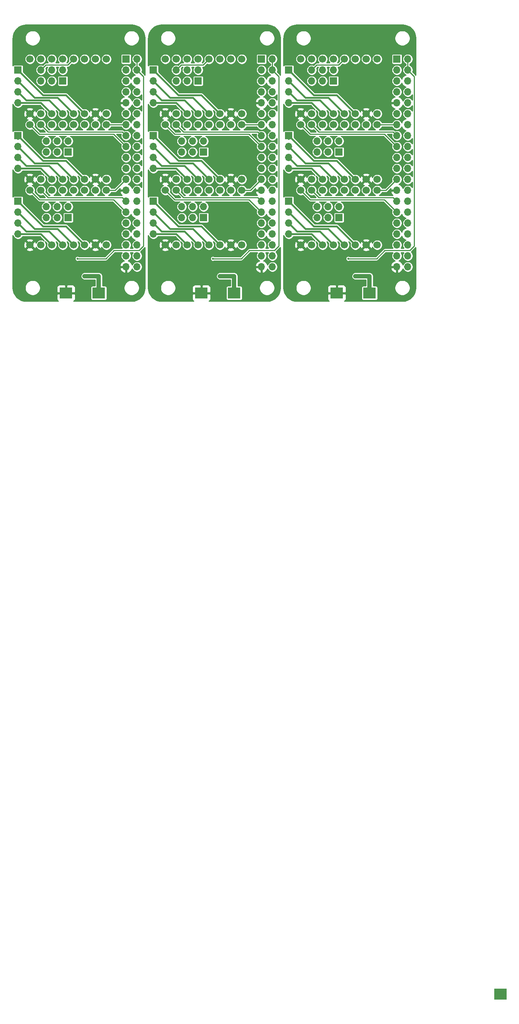
<source format=gbr>
%TF.GenerationSoftware,KiCad,Pcbnew,(5.1.10)-1*%
%TF.CreationDate,2022-04-18T12:48:46-04:00*%
%TF.ProjectId,blinds 2.0 Panel,626c696e-6473-4203-922e-302050616e65,rev?*%
%TF.SameCoordinates,Original*%
%TF.FileFunction,Copper,L2,Bot*%
%TF.FilePolarity,Positive*%
%FSLAX46Y46*%
G04 Gerber Fmt 4.6, Leading zero omitted, Abs format (unit mm)*
G04 Created by KiCad (PCBNEW (5.1.10)-1) date 2022-04-18 12:48:46*
%MOMM*%
%LPD*%
G01*
G04 APERTURE LIST*
%TA.AperFunction,ComponentPad*%
%ADD10C,1.700000*%
%TD*%
%TA.AperFunction,ComponentPad*%
%ADD11O,1.700000X1.700000*%
%TD*%
%TA.AperFunction,ComponentPad*%
%ADD12R,1.700000X1.700000*%
%TD*%
%TA.AperFunction,SMDPad,CuDef*%
%ADD13R,3.000000X2.600000*%
%TD*%
%TA.AperFunction,ViaPad*%
%ADD14C,0.500000*%
%TD*%
%TA.AperFunction,Conductor*%
%ADD15C,1.000000*%
%TD*%
%TA.AperFunction,Conductor*%
%ADD16C,0.250000*%
%TD*%
%TA.AperFunction,Conductor*%
%ADD17C,0.400000*%
%TD*%
%TA.AperFunction,Conductor*%
%ADD18C,0.254000*%
%TD*%
%TA.AperFunction,Conductor*%
%ADD19C,0.100000*%
%TD*%
%TA.AperFunction,NonConductor*%
%ADD20C,0.254000*%
%TD*%
%TA.AperFunction,NonConductor*%
%ADD21C,0.100000*%
%TD*%
G04 APERTURE END LIST*
D10*
%TO.P,U3,8*%
%TO.N,N/C*%
X231449880Y-104475280D03*
%TO.P,U3,7*%
X228909880Y-104475280D03*
%TO.P,U3,6*%
X226369880Y-104475280D03*
%TO.P,U3,5*%
X223829880Y-104475280D03*
%TO.P,U3,4*%
X221289880Y-104475280D03*
%TO.P,U3,3*%
X218749880Y-104475280D03*
%TO.P,U3,2*%
X216209880Y-104475280D03*
%TO.P,U3,1*%
X213669880Y-104475280D03*
%TO.P,U3,16*%
X213669880Y-117175280D03*
%TO.P,U3,15*%
X216209880Y-117175280D03*
%TO.P,U3,14*%
X218749880Y-117175280D03*
%TO.P,U3,13*%
X221289880Y-117175280D03*
%TO.P,U3,12*%
X223829880Y-117175280D03*
%TO.P,U3,11*%
X226369880Y-117175280D03*
%TO.P,U3,10*%
X228909880Y-117175280D03*
%TO.P,U3,9*%
X231449880Y-117175280D03*
%TD*%
D11*
%TO.P,J7,6*%
%TO.N,N/C*%
X217479880Y-108285280D03*
%TO.P,J7,5*%
X217479880Y-110825280D03*
%TO.P,J7,4*%
X220019880Y-108285280D03*
%TO.P,J7,3*%
X220019880Y-110825280D03*
%TO.P,J7,2*%
X222559880Y-108285280D03*
D12*
%TO.P,J7,1*%
X222559880Y-110825280D03*
%TD*%
%TO.P,J4,1*%
%TO.N,N/C*%
X210875880Y-91775280D03*
D11*
%TO.P,J4,2*%
X210875880Y-94315280D03*
%TO.P,J4,3*%
X210875880Y-96855280D03*
%TO.P,J4,4*%
X210875880Y-99395280D03*
%TD*%
D12*
%TO.P,J6,1*%
%TO.N,N/C*%
X210875880Y-107015280D03*
D11*
%TO.P,J6,2*%
X210875880Y-109555280D03*
%TO.P,J6,3*%
X210875880Y-112095280D03*
%TO.P,J6,4*%
X210875880Y-114635280D03*
%TD*%
D10*
%TO.P,U2,9*%
%TO.N,N/C*%
X231449880Y-101935280D03*
%TO.P,U2,10*%
X228909880Y-101935280D03*
%TO.P,U2,11*%
X226369880Y-101935280D03*
%TO.P,U2,12*%
X223829880Y-101935280D03*
%TO.P,U2,13*%
X221289880Y-101935280D03*
%TO.P,U2,14*%
X218749880Y-101935280D03*
%TO.P,U2,15*%
X216209880Y-101935280D03*
%TO.P,U2,16*%
X213669880Y-101935280D03*
%TO.P,U2,1*%
X213669880Y-89235280D03*
%TO.P,U2,2*%
X216209880Y-89235280D03*
%TO.P,U2,3*%
X218749880Y-89235280D03*
%TO.P,U2,4*%
X221289880Y-89235280D03*
%TO.P,U2,5*%
X223829880Y-89235280D03*
%TO.P,U2,6*%
X226369880Y-89235280D03*
%TO.P,U2,7*%
X228909880Y-89235280D03*
%TO.P,U2,8*%
X231449880Y-89235280D03*
%TD*%
D11*
%TO.P,J5,6*%
%TO.N,N/C*%
X217479880Y-93045280D03*
%TO.P,J5,5*%
X217479880Y-95585280D03*
%TO.P,J5,4*%
X220019880Y-93045280D03*
%TO.P,J5,3*%
X220019880Y-95585280D03*
%TO.P,J5,2*%
X222559880Y-93045280D03*
D12*
%TO.P,J5,1*%
X222559880Y-95585280D03*
%TD*%
%TO.P,J1,1*%
%TO.N,N/C*%
X236021880Y-73995280D03*
D11*
%TO.P,J1,2*%
X238561880Y-73995280D03*
%TO.P,J1,3*%
X236021880Y-76535280D03*
%TO.P,J1,4*%
X238561880Y-76535280D03*
%TO.P,J1,5*%
X236021880Y-79075280D03*
%TO.P,J1,6*%
X238561880Y-79075280D03*
%TO.P,J1,7*%
X236021880Y-81615280D03*
%TO.P,J1,8*%
X238561880Y-81615280D03*
%TO.P,J1,9*%
X236021880Y-84155280D03*
%TO.P,J1,10*%
X238561880Y-84155280D03*
%TO.P,J1,11*%
X236021880Y-86695280D03*
%TO.P,J1,12*%
X238561880Y-86695280D03*
%TO.P,J1,13*%
X236021880Y-89235280D03*
%TO.P,J1,14*%
X238561880Y-89235280D03*
%TO.P,J1,15*%
X236021880Y-91775280D03*
%TO.P,J1,16*%
X238561880Y-91775280D03*
%TO.P,J1,17*%
X236021880Y-94315280D03*
%TO.P,J1,18*%
X238561880Y-94315280D03*
%TO.P,J1,19*%
X236021880Y-96855280D03*
%TO.P,J1,20*%
X238561880Y-96855280D03*
%TO.P,J1,21*%
X236021880Y-99395280D03*
%TO.P,J1,22*%
X238561880Y-99395280D03*
%TO.P,J1,23*%
X236021880Y-101935280D03*
%TO.P,J1,24*%
X238561880Y-101935280D03*
%TO.P,J1,25*%
X236021880Y-104475280D03*
%TO.P,J1,26*%
X238561880Y-104475280D03*
%TO.P,J1,27*%
X236021880Y-107015280D03*
%TO.P,J1,28*%
X238561880Y-107015280D03*
%TO.P,J1,29*%
X236021880Y-109555280D03*
%TO.P,J1,30*%
X238561880Y-109555280D03*
%TO.P,J1,31*%
X236021880Y-112095280D03*
%TO.P,J1,32*%
X238561880Y-112095280D03*
%TO.P,J1,33*%
X236021880Y-114635280D03*
%TO.P,J1,34*%
X238561880Y-114635280D03*
%TO.P,J1,35*%
X236021880Y-117175280D03*
%TO.P,J1,36*%
X238561880Y-117175280D03*
%TO.P,J1,37*%
X236021880Y-119715280D03*
%TO.P,J1,38*%
X238561880Y-119715280D03*
%TO.P,J1,39*%
X236021880Y-122255280D03*
%TO.P,J1,40*%
X238561880Y-122255280D03*
%TD*%
%TO.P,J3,6*%
%TO.N,N/C*%
X216209880Y-76535280D03*
%TO.P,J3,5*%
X216209880Y-79075280D03*
%TO.P,J3,4*%
X218749880Y-76535280D03*
%TO.P,J3,3*%
X218749880Y-79075280D03*
%TO.P,J3,2*%
X221289880Y-76535280D03*
D12*
%TO.P,J3,1*%
X221289880Y-79075280D03*
%TD*%
%TO.P,J2,1*%
%TO.N,N/C*%
X210875880Y-76535280D03*
D11*
%TO.P,J2,2*%
X210875880Y-79075280D03*
%TO.P,J2,3*%
X210875880Y-81615280D03*
%TO.P,J2,4*%
X210875880Y-84155280D03*
%TD*%
D13*
%TO.P,12V,1*%
%TO.N,N/C*%
X229671880Y-128351280D03*
%TD*%
%TO.P,GND,1*%
%TO.N,N/C*%
X222051880Y-128351280D03*
%TD*%
D10*
%TO.P,U1,8*%
%TO.N,N/C*%
X231449880Y-73995280D03*
%TO.P,U1,7*%
X228909880Y-73995280D03*
%TO.P,U1,6*%
X226369880Y-73995280D03*
%TO.P,U1,5*%
X223829880Y-73995280D03*
%TO.P,U1,4*%
X221289880Y-73995280D03*
%TO.P,U1,3*%
X218749880Y-73995280D03*
%TO.P,U1,2*%
X216209880Y-73995280D03*
%TO.P,U1,1*%
X213669880Y-73995280D03*
%TO.P,U1,16*%
X213669880Y-86695280D03*
%TO.P,U1,15*%
X216209880Y-86695280D03*
%TO.P,U1,14*%
X218749880Y-86695280D03*
%TO.P,U1,13*%
X221289880Y-86695280D03*
%TO.P,U1,12*%
X223829880Y-86695280D03*
%TO.P,U1,11*%
X226369880Y-86695280D03*
%TO.P,U1,10*%
X228909880Y-86695280D03*
%TO.P,U1,9*%
X231449880Y-86695280D03*
%TD*%
%TO.P,U3,8*%
%TO.N,N/C*%
X199953880Y-104475280D03*
%TO.P,U3,7*%
X197413880Y-104475280D03*
%TO.P,U3,6*%
X194873880Y-104475280D03*
%TO.P,U3,5*%
X192333880Y-104475280D03*
%TO.P,U3,4*%
X189793880Y-104475280D03*
%TO.P,U3,3*%
X187253880Y-104475280D03*
%TO.P,U3,2*%
X184713880Y-104475280D03*
%TO.P,U3,1*%
X182173880Y-104475280D03*
%TO.P,U3,16*%
X182173880Y-117175280D03*
%TO.P,U3,15*%
X184713880Y-117175280D03*
%TO.P,U3,14*%
X187253880Y-117175280D03*
%TO.P,U3,13*%
X189793880Y-117175280D03*
%TO.P,U3,12*%
X192333880Y-117175280D03*
%TO.P,U3,11*%
X194873880Y-117175280D03*
%TO.P,U3,10*%
X197413880Y-117175280D03*
%TO.P,U3,9*%
X199953880Y-117175280D03*
%TD*%
D11*
%TO.P,J7,6*%
%TO.N,N/C*%
X185983880Y-108285280D03*
%TO.P,J7,5*%
X185983880Y-110825280D03*
%TO.P,J7,4*%
X188523880Y-108285280D03*
%TO.P,J7,3*%
X188523880Y-110825280D03*
%TO.P,J7,2*%
X191063880Y-108285280D03*
D12*
%TO.P,J7,1*%
X191063880Y-110825280D03*
%TD*%
%TO.P,J4,1*%
%TO.N,N/C*%
X179379880Y-91775280D03*
D11*
%TO.P,J4,2*%
X179379880Y-94315280D03*
%TO.P,J4,3*%
X179379880Y-96855280D03*
%TO.P,J4,4*%
X179379880Y-99395280D03*
%TD*%
D12*
%TO.P,J6,1*%
%TO.N,N/C*%
X179379880Y-107015280D03*
D11*
%TO.P,J6,2*%
X179379880Y-109555280D03*
%TO.P,J6,3*%
X179379880Y-112095280D03*
%TO.P,J6,4*%
X179379880Y-114635280D03*
%TD*%
D10*
%TO.P,U2,9*%
%TO.N,N/C*%
X199953880Y-101935280D03*
%TO.P,U2,10*%
X197413880Y-101935280D03*
%TO.P,U2,11*%
X194873880Y-101935280D03*
%TO.P,U2,12*%
X192333880Y-101935280D03*
%TO.P,U2,13*%
X189793880Y-101935280D03*
%TO.P,U2,14*%
X187253880Y-101935280D03*
%TO.P,U2,15*%
X184713880Y-101935280D03*
%TO.P,U2,16*%
X182173880Y-101935280D03*
%TO.P,U2,1*%
X182173880Y-89235280D03*
%TO.P,U2,2*%
X184713880Y-89235280D03*
%TO.P,U2,3*%
X187253880Y-89235280D03*
%TO.P,U2,4*%
X189793880Y-89235280D03*
%TO.P,U2,5*%
X192333880Y-89235280D03*
%TO.P,U2,6*%
X194873880Y-89235280D03*
%TO.P,U2,7*%
X197413880Y-89235280D03*
%TO.P,U2,8*%
X199953880Y-89235280D03*
%TD*%
D11*
%TO.P,J5,6*%
%TO.N,N/C*%
X185983880Y-93045280D03*
%TO.P,J5,5*%
X185983880Y-95585280D03*
%TO.P,J5,4*%
X188523880Y-93045280D03*
%TO.P,J5,3*%
X188523880Y-95585280D03*
%TO.P,J5,2*%
X191063880Y-93045280D03*
D12*
%TO.P,J5,1*%
X191063880Y-95585280D03*
%TD*%
%TO.P,J1,1*%
%TO.N,N/C*%
X204525880Y-73995280D03*
D11*
%TO.P,J1,2*%
X207065880Y-73995280D03*
%TO.P,J1,3*%
X204525880Y-76535280D03*
%TO.P,J1,4*%
X207065880Y-76535280D03*
%TO.P,J1,5*%
X204525880Y-79075280D03*
%TO.P,J1,6*%
X207065880Y-79075280D03*
%TO.P,J1,7*%
X204525880Y-81615280D03*
%TO.P,J1,8*%
X207065880Y-81615280D03*
%TO.P,J1,9*%
X204525880Y-84155280D03*
%TO.P,J1,10*%
X207065880Y-84155280D03*
%TO.P,J1,11*%
X204525880Y-86695280D03*
%TO.P,J1,12*%
X207065880Y-86695280D03*
%TO.P,J1,13*%
X204525880Y-89235280D03*
%TO.P,J1,14*%
X207065880Y-89235280D03*
%TO.P,J1,15*%
X204525880Y-91775280D03*
%TO.P,J1,16*%
X207065880Y-91775280D03*
%TO.P,J1,17*%
X204525880Y-94315280D03*
%TO.P,J1,18*%
X207065880Y-94315280D03*
%TO.P,J1,19*%
X204525880Y-96855280D03*
%TO.P,J1,20*%
X207065880Y-96855280D03*
%TO.P,J1,21*%
X204525880Y-99395280D03*
%TO.P,J1,22*%
X207065880Y-99395280D03*
%TO.P,J1,23*%
X204525880Y-101935280D03*
%TO.P,J1,24*%
X207065880Y-101935280D03*
%TO.P,J1,25*%
X204525880Y-104475280D03*
%TO.P,J1,26*%
X207065880Y-104475280D03*
%TO.P,J1,27*%
X204525880Y-107015280D03*
%TO.P,J1,28*%
X207065880Y-107015280D03*
%TO.P,J1,29*%
X204525880Y-109555280D03*
%TO.P,J1,30*%
X207065880Y-109555280D03*
%TO.P,J1,31*%
X204525880Y-112095280D03*
%TO.P,J1,32*%
X207065880Y-112095280D03*
%TO.P,J1,33*%
X204525880Y-114635280D03*
%TO.P,J1,34*%
X207065880Y-114635280D03*
%TO.P,J1,35*%
X204525880Y-117175280D03*
%TO.P,J1,36*%
X207065880Y-117175280D03*
%TO.P,J1,37*%
X204525880Y-119715280D03*
%TO.P,J1,38*%
X207065880Y-119715280D03*
%TO.P,J1,39*%
X204525880Y-122255280D03*
%TO.P,J1,40*%
X207065880Y-122255280D03*
%TD*%
%TO.P,J3,6*%
%TO.N,N/C*%
X184713880Y-76535280D03*
%TO.P,J3,5*%
X184713880Y-79075280D03*
%TO.P,J3,4*%
X187253880Y-76535280D03*
%TO.P,J3,3*%
X187253880Y-79075280D03*
%TO.P,J3,2*%
X189793880Y-76535280D03*
D12*
%TO.P,J3,1*%
X189793880Y-79075280D03*
%TD*%
%TO.P,J2,1*%
%TO.N,N/C*%
X179379880Y-76535280D03*
D11*
%TO.P,J2,2*%
X179379880Y-79075280D03*
%TO.P,J2,3*%
X179379880Y-81615280D03*
%TO.P,J2,4*%
X179379880Y-84155280D03*
%TD*%
D13*
%TO.P,12V,1*%
%TO.N,N/C*%
X198175880Y-128351280D03*
%TD*%
%TO.P,GND,1*%
%TO.N,N/C*%
X190555880Y-128351280D03*
%TD*%
D10*
%TO.P,U1,8*%
%TO.N,N/C*%
X199953880Y-73995280D03*
%TO.P,U1,7*%
X197413880Y-73995280D03*
%TO.P,U1,6*%
X194873880Y-73995280D03*
%TO.P,U1,5*%
X192333880Y-73995280D03*
%TO.P,U1,4*%
X189793880Y-73995280D03*
%TO.P,U1,3*%
X187253880Y-73995280D03*
%TO.P,U1,2*%
X184713880Y-73995280D03*
%TO.P,U1,1*%
X182173880Y-73995280D03*
%TO.P,U1,16*%
X182173880Y-86695280D03*
%TO.P,U1,15*%
X184713880Y-86695280D03*
%TO.P,U1,14*%
X187253880Y-86695280D03*
%TO.P,U1,13*%
X189793880Y-86695280D03*
%TO.P,U1,12*%
X192333880Y-86695280D03*
%TO.P,U1,11*%
X194873880Y-86695280D03*
%TO.P,U1,10*%
X197413880Y-86695280D03*
%TO.P,U1,9*%
X199953880Y-86695280D03*
%TD*%
D13*
%TO.P,GND,1*%
%TO.N,GND*%
X159059880Y-128351280D03*
%TD*%
%TO.P,,1*%
%TO.N,N/C*%
X260096000Y-291211000D03*
%TD*%
%TO.P,12V,1*%
%TO.N,+12V*%
X166679880Y-128351280D03*
%TD*%
D11*
%TO.P,J1,40*%
%TO.N,Net-(J1-Pad40)*%
X175569880Y-122255280D03*
%TO.P,J1,39*%
%TO.N,GND*%
X173029880Y-122255280D03*
%TO.P,J1,38*%
%TO.N,Net-(J1-Pad38)*%
X175569880Y-119715280D03*
%TO.P,J1,37*%
%TO.N,Net-(J1-Pad37)*%
X173029880Y-119715280D03*
%TO.P,J1,36*%
%TO.N,Net-(J1-Pad36)*%
X175569880Y-117175280D03*
%TO.P,J1,35*%
%TO.N,Net-(J1-Pad35)*%
X173029880Y-117175280D03*
%TO.P,J1,34*%
%TO.N,GND*%
X175569880Y-114635280D03*
%TO.P,J1,33*%
%TO.N,Net-(J1-Pad33)*%
X173029880Y-114635280D03*
%TO.P,J1,32*%
%TO.N,Net-(J1-Pad32)*%
X175569880Y-112095280D03*
%TO.P,J1,31*%
%TO.N,Net-(J1-Pad31)*%
X173029880Y-112095280D03*
%TO.P,J1,30*%
%TO.N,GND*%
X175569880Y-109555280D03*
%TO.P,J1,29*%
%TO.N,/dir3*%
X173029880Y-109555280D03*
%TO.P,J1,28*%
%TO.N,Net-(J1-Pad28)*%
X175569880Y-107015280D03*
%TO.P,J1,27*%
%TO.N,/step3*%
X173029880Y-107015280D03*
%TO.P,J1,26*%
%TO.N,Net-(J1-Pad26)*%
X175569880Y-104475280D03*
%TO.P,J1,25*%
%TO.N,GND*%
X173029880Y-104475280D03*
%TO.P,J1,24*%
%TO.N,Net-(J1-Pad24)*%
X175569880Y-101935280D03*
%TO.P,J1,23*%
%TO.N,/en3*%
X173029880Y-101935280D03*
%TO.P,J1,22*%
%TO.N,Net-(J1-Pad22)*%
X175569880Y-99395280D03*
%TO.P,J1,21*%
%TO.N,Net-(J1-Pad21)*%
X173029880Y-99395280D03*
%TO.P,J1,20*%
%TO.N,Net-(J1-Pad20)*%
X175569880Y-96855280D03*
%TO.P,J1,19*%
%TO.N,Net-(J1-Pad19)*%
X173029880Y-96855280D03*
%TO.P,J1,18*%
%TO.N,Net-(J1-Pad18)*%
X175569880Y-94315280D03*
%TO.P,J1,17*%
%TO.N,/dir2*%
X173029880Y-94315280D03*
%TO.P,J1,16*%
%TO.N,Net-(J1-Pad16)*%
X175569880Y-91775280D03*
%TO.P,J1,15*%
%TO.N,/step2*%
X173029880Y-91775280D03*
%TO.P,J1,14*%
%TO.N,GND*%
X175569880Y-89235280D03*
%TO.P,J1,13*%
%TO.N,/en2*%
X173029880Y-89235280D03*
%TO.P,J1,12*%
%TO.N,/dirX*%
X175569880Y-86695280D03*
%TO.P,J1,11*%
%TO.N,Net-(J1-Pad11)*%
X173029880Y-86695280D03*
%TO.P,J1,10*%
%TO.N,/stepX*%
X175569880Y-84155280D03*
%TO.P,J1,9*%
%TO.N,GND*%
X173029880Y-84155280D03*
%TO.P,J1,8*%
%TO.N,/enX*%
X175569880Y-81615280D03*
%TO.P,J1,7*%
%TO.N,/en1*%
X173029880Y-81615280D03*
%TO.P,J1,6*%
%TO.N,GND*%
X175569880Y-79075280D03*
%TO.P,J1,5*%
%TO.N,/step1*%
X173029880Y-79075280D03*
%TO.P,J1,4*%
%TO.N,+5V*%
X175569880Y-76535280D03*
%TO.P,J1,3*%
%TO.N,/dir1*%
X173029880Y-76535280D03*
%TO.P,J1,2*%
%TO.N,+5V*%
X175569880Y-73995280D03*
D12*
%TO.P,J1,1*%
%TO.N,Net-(J1-Pad1)*%
X173029880Y-73995280D03*
%TD*%
D10*
%TO.P,U1,9*%
%TO.N,+12V*%
X168457880Y-86695280D03*
%TO.P,U1,10*%
%TO.N,GND*%
X165917880Y-86695280D03*
%TO.P,U1,11*%
%TO.N,Net-(J2-Pad1)*%
X163377880Y-86695280D03*
%TO.P,U1,12*%
%TO.N,Net-(J2-Pad2)*%
X160837880Y-86695280D03*
%TO.P,U1,13*%
%TO.N,Net-(J2-Pad3)*%
X158297880Y-86695280D03*
%TO.P,U1,14*%
%TO.N,Net-(J2-Pad4)*%
X155757880Y-86695280D03*
%TO.P,U1,15*%
%TO.N,VCC*%
X153217880Y-86695280D03*
%TO.P,U1,16*%
%TO.N,GND*%
X150677880Y-86695280D03*
%TO.P,U1,1*%
%TO.N,/dir1*%
X150677880Y-73995280D03*
%TO.P,U1,2*%
%TO.N,/step1*%
X153217880Y-73995280D03*
%TO.P,U1,3*%
%TO.N,Net-(U1-Pad3)*%
X155757880Y-73995280D03*
%TO.P,U1,4*%
X158297880Y-73995280D03*
%TO.P,U1,5*%
%TO.N,Net-(J3-Pad6)*%
X160837880Y-73995280D03*
%TO.P,U1,6*%
%TO.N,Net-(J3-Pad4)*%
X163377880Y-73995280D03*
%TO.P,U1,7*%
%TO.N,Net-(J3-Pad2)*%
X165917880Y-73995280D03*
%TO.P,U1,8*%
%TO.N,/en1*%
X168457880Y-73995280D03*
%TD*%
D11*
%TO.P,J2,4*%
%TO.N,Net-(J2-Pad4)*%
X147883880Y-84155280D03*
%TO.P,J2,3*%
%TO.N,Net-(J2-Pad3)*%
X147883880Y-81615280D03*
%TO.P,J2,2*%
%TO.N,Net-(J2-Pad2)*%
X147883880Y-79075280D03*
D12*
%TO.P,J2,1*%
%TO.N,Net-(J2-Pad1)*%
X147883880Y-76535280D03*
%TD*%
%TO.P,J3,1*%
%TO.N,VCC*%
X158297880Y-79075280D03*
D11*
%TO.P,J3,2*%
%TO.N,Net-(J3-Pad2)*%
X158297880Y-76535280D03*
%TO.P,J3,3*%
%TO.N,VCC*%
X155757880Y-79075280D03*
%TO.P,J3,4*%
%TO.N,Net-(J3-Pad4)*%
X155757880Y-76535280D03*
%TO.P,J3,5*%
%TO.N,VCC*%
X153217880Y-79075280D03*
%TO.P,J3,6*%
%TO.N,Net-(J3-Pad6)*%
X153217880Y-76535280D03*
%TD*%
%TO.P,J6,4*%
%TO.N,Net-(J6-Pad4)*%
X147883880Y-114635280D03*
%TO.P,J6,3*%
%TO.N,Net-(J6-Pad3)*%
X147883880Y-112095280D03*
%TO.P,J6,2*%
%TO.N,Net-(J6-Pad2)*%
X147883880Y-109555280D03*
D12*
%TO.P,J6,1*%
%TO.N,Net-(J6-Pad1)*%
X147883880Y-107015280D03*
%TD*%
%TO.P,J7,1*%
%TO.N,VCC*%
X159567880Y-110825280D03*
D11*
%TO.P,J7,2*%
%TO.N,Net-(J7-Pad2)*%
X159567880Y-108285280D03*
%TO.P,J7,3*%
%TO.N,VCC*%
X157027880Y-110825280D03*
%TO.P,J7,4*%
%TO.N,Net-(J7-Pad4)*%
X157027880Y-108285280D03*
%TO.P,J7,5*%
%TO.N,VCC*%
X154487880Y-110825280D03*
%TO.P,J7,6*%
%TO.N,Net-(J7-Pad6)*%
X154487880Y-108285280D03*
%TD*%
D10*
%TO.P,U3,9*%
%TO.N,+12V*%
X168457880Y-117175280D03*
%TO.P,U3,10*%
%TO.N,GND*%
X165917880Y-117175280D03*
%TO.P,U3,11*%
%TO.N,Net-(J6-Pad1)*%
X163377880Y-117175280D03*
%TO.P,U3,12*%
%TO.N,Net-(J6-Pad2)*%
X160837880Y-117175280D03*
%TO.P,U3,13*%
%TO.N,Net-(J6-Pad3)*%
X158297880Y-117175280D03*
%TO.P,U3,14*%
%TO.N,Net-(J6-Pad4)*%
X155757880Y-117175280D03*
%TO.P,U3,15*%
%TO.N,VCC*%
X153217880Y-117175280D03*
%TO.P,U3,16*%
%TO.N,GND*%
X150677880Y-117175280D03*
%TO.P,U3,1*%
%TO.N,/dir3*%
X150677880Y-104475280D03*
%TO.P,U3,2*%
%TO.N,/step3*%
X153217880Y-104475280D03*
%TO.P,U3,3*%
%TO.N,Net-(U3-Pad3)*%
X155757880Y-104475280D03*
%TO.P,U3,4*%
X158297880Y-104475280D03*
%TO.P,U3,5*%
%TO.N,Net-(J7-Pad6)*%
X160837880Y-104475280D03*
%TO.P,U3,6*%
%TO.N,Net-(J7-Pad4)*%
X163377880Y-104475280D03*
%TO.P,U3,7*%
%TO.N,Net-(J7-Pad2)*%
X165917880Y-104475280D03*
%TO.P,U3,8*%
%TO.N,/en3*%
X168457880Y-104475280D03*
%TD*%
D11*
%TO.P,J4,4*%
%TO.N,Net-(J4-Pad4)*%
X147883880Y-99395280D03*
%TO.P,J4,3*%
%TO.N,Net-(J4-Pad3)*%
X147883880Y-96855280D03*
%TO.P,J4,2*%
%TO.N,Net-(J4-Pad2)*%
X147883880Y-94315280D03*
D12*
%TO.P,J4,1*%
%TO.N,Net-(J4-Pad1)*%
X147883880Y-91775280D03*
%TD*%
%TO.P,J5,1*%
%TO.N,VCC*%
X159567880Y-95585280D03*
D11*
%TO.P,J5,2*%
%TO.N,Net-(J5-Pad2)*%
X159567880Y-93045280D03*
%TO.P,J5,3*%
%TO.N,VCC*%
X157027880Y-95585280D03*
%TO.P,J5,4*%
%TO.N,Net-(J5-Pad4)*%
X157027880Y-93045280D03*
%TO.P,J5,5*%
%TO.N,VCC*%
X154487880Y-95585280D03*
%TO.P,J5,6*%
%TO.N,Net-(J5-Pad6)*%
X154487880Y-93045280D03*
%TD*%
D10*
%TO.P,U2,8*%
%TO.N,/en2*%
X168457880Y-89235280D03*
%TO.P,U2,7*%
%TO.N,Net-(J5-Pad2)*%
X165917880Y-89235280D03*
%TO.P,U2,6*%
%TO.N,Net-(J5-Pad4)*%
X163377880Y-89235280D03*
%TO.P,U2,5*%
%TO.N,Net-(J5-Pad6)*%
X160837880Y-89235280D03*
%TO.P,U2,4*%
%TO.N,Net-(U2-Pad3)*%
X158297880Y-89235280D03*
%TO.P,U2,3*%
X155757880Y-89235280D03*
%TO.P,U2,2*%
%TO.N,/step2*%
X153217880Y-89235280D03*
%TO.P,U2,1*%
%TO.N,/dir2*%
X150677880Y-89235280D03*
%TO.P,U2,16*%
%TO.N,GND*%
X150677880Y-101935280D03*
%TO.P,U2,15*%
%TO.N,VCC*%
X153217880Y-101935280D03*
%TO.P,U2,14*%
%TO.N,Net-(J4-Pad4)*%
X155757880Y-101935280D03*
%TO.P,U2,13*%
%TO.N,Net-(J4-Pad3)*%
X158297880Y-101935280D03*
%TO.P,U2,12*%
%TO.N,Net-(J4-Pad2)*%
X160837880Y-101935280D03*
%TO.P,U2,11*%
%TO.N,Net-(J4-Pad1)*%
X163377880Y-101935280D03*
%TO.P,U2,10*%
%TO.N,GND*%
X165917880Y-101935280D03*
%TO.P,U2,9*%
%TO.N,+12V*%
X168457880Y-101935280D03*
%TD*%
D14*
%TO.N,*%
X195000880Y-124160280D03*
X195000880Y-124668280D03*
X196016880Y-124160280D03*
X195508880Y-124160280D03*
X198048880Y-124668280D03*
X196524880Y-124668280D03*
X198048880Y-124160280D03*
X197540880Y-124160280D03*
X197032880Y-124668280D03*
X196016880Y-124668280D03*
X197032880Y-124160280D03*
X195508880Y-124668280D03*
X196524880Y-124160280D03*
X197540880Y-124668280D03*
X200207880Y-93934280D03*
X188650880Y-80980280D03*
X197667880Y-94061280D03*
X191825880Y-112476280D03*
X190174880Y-80980280D03*
X200334880Y-109682280D03*
X196651880Y-109428280D03*
X195381880Y-129113280D03*
X191444880Y-97236280D03*
X179252880Y-86822280D03*
X188523880Y-70820280D03*
X190809880Y-70820280D03*
X181919880Y-93045280D03*
X184840880Y-70947280D03*
X179887880Y-71582280D03*
X179252880Y-74122280D03*
X186237880Y-80980280D03*
X179252880Y-89235280D03*
X201096880Y-105364280D03*
X184459880Y-95712280D03*
X178871880Y-104475280D03*
X203255880Y-105491280D03*
X178998880Y-102062280D03*
X181284880Y-76916280D03*
X183316880Y-94442280D03*
X182681880Y-78313280D03*
X198048880Y-71582280D03*
X194238880Y-71455280D03*
X193222880Y-120350280D03*
X226496880Y-124160280D03*
X226496880Y-124668280D03*
X227512880Y-124160280D03*
X227004880Y-124160280D03*
X229544880Y-124668280D03*
X228020880Y-124668280D03*
X229544880Y-124160280D03*
X229036880Y-124160280D03*
X228528880Y-124668280D03*
X227512880Y-124668280D03*
X228528880Y-124160280D03*
X227004880Y-124668280D03*
X228020880Y-124160280D03*
X229036880Y-124668280D03*
X231703880Y-93934280D03*
X220146880Y-80980280D03*
X229163880Y-94061280D03*
X223321880Y-112476280D03*
X221670880Y-80980280D03*
X231830880Y-109682280D03*
X228147880Y-109428280D03*
X226877880Y-129113280D03*
X222940880Y-97236280D03*
X210748880Y-86822280D03*
X220019880Y-70820280D03*
X222305880Y-70820280D03*
X213415880Y-93045280D03*
X216336880Y-70947280D03*
X211383880Y-71582280D03*
X210748880Y-74122280D03*
X217733880Y-80980280D03*
X210748880Y-89235280D03*
X232592880Y-105364280D03*
X215955880Y-95712280D03*
X210367880Y-104475280D03*
X234751880Y-105491280D03*
X210494880Y-102062280D03*
X212780880Y-76916280D03*
X214812880Y-94442280D03*
X214177880Y-78313280D03*
X229544880Y-71582280D03*
X225734880Y-71455280D03*
X224718880Y-120350280D03*
%TO.N,+12V*%
X163504880Y-124668280D03*
X165536880Y-124668280D03*
X164520880Y-124668280D03*
X166044880Y-124668280D03*
X166552880Y-124668280D03*
X164012880Y-124668280D03*
X165028880Y-124668280D03*
X163504880Y-124160280D03*
X164012880Y-124160280D03*
X164520880Y-124160280D03*
X165028880Y-124160280D03*
X165536880Y-124160280D03*
X166044880Y-124160280D03*
X166552880Y-124160280D03*
%TO.N,GND*%
X169600880Y-105364280D03*
X171759880Y-105491280D03*
X150423880Y-93045280D03*
X151820880Y-94442280D03*
X152963880Y-95712280D03*
X149788880Y-76916280D03*
X151185880Y-78313280D03*
X162742880Y-71455280D03*
X166552880Y-71582280D03*
X147375880Y-104475280D03*
X147502880Y-102062280D03*
X147756880Y-86822280D03*
X147756880Y-89235280D03*
X157027880Y-70820280D03*
X159313880Y-70820280D03*
X153344880Y-70947280D03*
X148391880Y-71582280D03*
X147756880Y-74122280D03*
X154741880Y-80980280D03*
X157154880Y-80980280D03*
X158678880Y-80980280D03*
X159948880Y-97236280D03*
X166171880Y-94061280D03*
X168711880Y-93934280D03*
X168838880Y-109682280D03*
X165155880Y-109428280D03*
X160329880Y-112476280D03*
X163885880Y-129113280D03*
%TO.N,+5V*%
X161726880Y-120350280D03*
%TD*%
D15*
%TO.N,*%
X198175880Y-128351280D02*
X198175880Y-124414280D01*
X198175880Y-124414280D02*
X194873880Y-124414280D01*
D16*
X207065880Y-76535280D02*
X207065880Y-73995280D01*
X208589880Y-78059280D02*
X207065880Y-76535280D01*
X207534882Y-118445280D02*
X208589880Y-117390282D01*
X193222880Y-120350280D02*
X199816720Y-120350280D01*
X208589880Y-117390282D02*
X208589880Y-78059280D01*
X201721720Y-118445280D02*
X207534882Y-118445280D01*
X199816720Y-120350280D02*
X201721720Y-118445280D01*
X199953880Y-89235280D02*
X204525880Y-89235280D01*
X204525880Y-91775280D02*
X203636880Y-90886280D01*
X186364880Y-90886280D02*
X186549870Y-90886280D01*
X186549870Y-90886280D02*
X203636880Y-90886280D01*
X184713880Y-89235280D02*
X186364880Y-90886280D01*
X201985880Y-104475280D02*
X204525880Y-101935280D01*
X199953880Y-104475280D02*
X201985880Y-104475280D01*
X184332880Y-91394280D02*
X184459880Y-91394280D01*
X184459880Y-91394280D02*
X201604880Y-91394280D01*
X204525880Y-94315280D02*
X201604880Y-91394280D01*
X182173880Y-89235280D02*
X184332880Y-91394280D01*
X186364880Y-106126280D02*
X186549870Y-106126280D01*
X184713880Y-104475280D02*
X186364880Y-106126280D01*
X204525880Y-107015280D02*
X203636880Y-106126280D01*
X186549870Y-106126280D02*
X203636880Y-106126280D01*
X182173880Y-104475280D02*
X184332880Y-106634280D01*
X184332880Y-106634280D02*
X184459880Y-106634280D01*
X204525880Y-109555280D02*
X201604880Y-106634280D01*
X184459880Y-106634280D02*
X201604880Y-106634280D01*
D17*
X184713880Y-84155280D02*
X187253880Y-86695280D01*
X179379880Y-84155280D02*
X184713880Y-84155280D01*
X181319870Y-83555270D02*
X186653870Y-83555270D01*
X179379880Y-81615280D02*
X181319870Y-83555270D01*
X186653870Y-83555270D02*
X189793880Y-86695280D01*
X188593860Y-82955260D02*
X192333880Y-86695280D01*
X183259860Y-82955260D02*
X188593860Y-82955260D01*
X179379880Y-79075280D02*
X183259860Y-82955260D01*
X190533851Y-82355251D02*
X194873880Y-86695280D01*
X185199851Y-82355251D02*
X190533851Y-82355251D01*
X179379880Y-76535280D02*
X185199851Y-82355251D01*
D16*
X190968881Y-75360279D02*
X185888881Y-75360279D01*
X185888881Y-75360279D02*
X184713880Y-76535280D01*
X192333880Y-73995280D02*
X190968881Y-75360279D01*
D17*
X179379880Y-114635280D02*
X184713880Y-114635280D01*
X184713880Y-114635280D02*
X187253880Y-117175280D01*
X181319870Y-114035270D02*
X186653870Y-114035270D01*
X179379880Y-112095280D02*
X181319870Y-114035270D01*
X186653870Y-114035270D02*
X189793880Y-117175280D01*
X179379880Y-109555280D02*
X183259860Y-113435260D01*
X183259860Y-113435260D02*
X188593860Y-113435260D01*
X188593860Y-113435260D02*
X192333880Y-117175280D01*
X190533851Y-112835251D02*
X194873880Y-117175280D01*
X179379880Y-107015280D02*
X185199851Y-112835251D01*
X185199851Y-112835251D02*
X190533851Y-112835251D01*
X185199851Y-97595251D02*
X190533851Y-97595251D01*
X190533851Y-97595251D02*
X194873880Y-101935280D01*
X179379880Y-91775280D02*
X185199851Y-97595251D01*
X179379880Y-91775280D02*
X179379880Y-92537280D01*
X183259860Y-98195260D02*
X188593860Y-98195260D01*
X179379880Y-94315280D02*
X183259860Y-98195260D01*
X188593860Y-98195260D02*
X192333880Y-101935280D01*
X181319870Y-98795270D02*
X186653870Y-98795270D01*
X186653870Y-98795270D02*
X189793880Y-101935280D01*
X179379880Y-96855280D02*
X181319870Y-98795270D01*
X184713880Y-99395280D02*
X187253880Y-101935280D01*
X179379880Y-99395280D02*
X184713880Y-99395280D01*
D15*
X229671880Y-128351280D02*
X229671880Y-124414280D01*
X229671880Y-124414280D02*
X226369880Y-124414280D01*
D16*
X238561880Y-76535280D02*
X238561880Y-73995280D01*
X240085880Y-78059280D02*
X238561880Y-76535280D01*
X239030882Y-118445280D02*
X240085880Y-117390282D01*
X224718880Y-120350280D02*
X231312720Y-120350280D01*
X240085880Y-117390282D02*
X240085880Y-78059280D01*
X233217720Y-118445280D02*
X239030882Y-118445280D01*
X231312720Y-120350280D02*
X233217720Y-118445280D01*
X231449880Y-89235280D02*
X236021880Y-89235280D01*
X236021880Y-91775280D02*
X235132880Y-90886280D01*
X217860880Y-90886280D02*
X218045870Y-90886280D01*
X218045870Y-90886280D02*
X235132880Y-90886280D01*
X216209880Y-89235280D02*
X217860880Y-90886280D01*
X233481880Y-104475280D02*
X236021880Y-101935280D01*
X231449880Y-104475280D02*
X233481880Y-104475280D01*
X215828880Y-91394280D02*
X215955880Y-91394280D01*
X215955880Y-91394280D02*
X233100880Y-91394280D01*
X236021880Y-94315280D02*
X233100880Y-91394280D01*
X213669880Y-89235280D02*
X215828880Y-91394280D01*
X217860880Y-106126280D02*
X218045870Y-106126280D01*
X216209880Y-104475280D02*
X217860880Y-106126280D01*
X236021880Y-107015280D02*
X235132880Y-106126280D01*
X218045870Y-106126280D02*
X235132880Y-106126280D01*
X213669880Y-104475280D02*
X215828880Y-106634280D01*
X215828880Y-106634280D02*
X215955880Y-106634280D01*
X236021880Y-109555280D02*
X233100880Y-106634280D01*
X215955880Y-106634280D02*
X233100880Y-106634280D01*
D17*
X216209880Y-84155280D02*
X218749880Y-86695280D01*
X210875880Y-84155280D02*
X216209880Y-84155280D01*
X212815870Y-83555270D02*
X218149870Y-83555270D01*
X210875880Y-81615280D02*
X212815870Y-83555270D01*
X218149870Y-83555270D02*
X221289880Y-86695280D01*
X220089860Y-82955260D02*
X223829880Y-86695280D01*
X214755860Y-82955260D02*
X220089860Y-82955260D01*
X210875880Y-79075280D02*
X214755860Y-82955260D01*
X222029851Y-82355251D02*
X226369880Y-86695280D01*
X216695851Y-82355251D02*
X222029851Y-82355251D01*
X210875880Y-76535280D02*
X216695851Y-82355251D01*
D16*
X222464881Y-75360279D02*
X217384881Y-75360279D01*
X217384881Y-75360279D02*
X216209880Y-76535280D01*
X223829880Y-73995280D02*
X222464881Y-75360279D01*
D17*
X210875880Y-114635280D02*
X216209880Y-114635280D01*
X216209880Y-114635280D02*
X218749880Y-117175280D01*
X212815870Y-114035270D02*
X218149870Y-114035270D01*
X210875880Y-112095280D02*
X212815870Y-114035270D01*
X218149870Y-114035270D02*
X221289880Y-117175280D01*
X210875880Y-109555280D02*
X214755860Y-113435260D01*
X214755860Y-113435260D02*
X220089860Y-113435260D01*
X220089860Y-113435260D02*
X223829880Y-117175280D01*
X222029851Y-112835251D02*
X226369880Y-117175280D01*
X210875880Y-107015280D02*
X216695851Y-112835251D01*
X216695851Y-112835251D02*
X222029851Y-112835251D01*
X216695851Y-97595251D02*
X222029851Y-97595251D01*
X222029851Y-97595251D02*
X226369880Y-101935280D01*
X210875880Y-91775280D02*
X216695851Y-97595251D01*
X210875880Y-91775280D02*
X210875880Y-92537280D01*
X214755860Y-98195260D02*
X220089860Y-98195260D01*
X210875880Y-94315280D02*
X214755860Y-98195260D01*
X220089860Y-98195260D02*
X223829880Y-101935280D01*
X212815870Y-98795270D02*
X218149870Y-98795270D01*
X218149870Y-98795270D02*
X221289880Y-101935280D01*
X210875880Y-96855280D02*
X212815870Y-98795270D01*
X216209880Y-99395280D02*
X218749880Y-101935280D01*
X210875880Y-99395280D02*
X216209880Y-99395280D01*
D15*
%TO.N,+12V*%
X166679880Y-128351280D02*
X166679880Y-124414280D01*
X166679880Y-124414280D02*
X163377880Y-124414280D01*
D16*
%TO.N,+5V*%
X175569880Y-76535280D02*
X175569880Y-73995280D01*
X177093880Y-78059280D02*
X175569880Y-76535280D01*
X177093880Y-117390282D02*
X177093880Y-78059280D01*
X176038882Y-118445280D02*
X177093880Y-117390282D01*
X161726880Y-120350280D02*
X168320720Y-120350280D01*
X170225720Y-118445280D02*
X176038882Y-118445280D01*
X168320720Y-120350280D02*
X170225720Y-118445280D01*
%TO.N,/en2*%
X168457880Y-89235280D02*
X173029880Y-89235280D01*
%TO.N,/step2*%
X173029880Y-91775280D02*
X172140880Y-90886280D01*
X155053870Y-90886280D02*
X172140880Y-90886280D01*
X154868880Y-90886280D02*
X155053870Y-90886280D01*
X153217880Y-89235280D02*
X154868880Y-90886280D01*
%TO.N,/en3*%
X170489880Y-104475280D02*
X173029880Y-101935280D01*
X168457880Y-104475280D02*
X170489880Y-104475280D01*
%TO.N,/dir2*%
X173029880Y-94315280D02*
X170108880Y-91394280D01*
X152963880Y-91394280D02*
X170108880Y-91394280D01*
X152836880Y-91394280D02*
X152963880Y-91394280D01*
X150677880Y-89235280D02*
X152836880Y-91394280D01*
%TO.N,/step3*%
X153217880Y-104475280D02*
X154868880Y-106126280D01*
X154868880Y-106126280D02*
X155053870Y-106126280D01*
X155053870Y-106126280D02*
X172140880Y-106126280D01*
X173029880Y-107015280D02*
X172140880Y-106126280D01*
%TO.N,/dir3*%
X150677880Y-104475280D02*
X152836880Y-106634280D01*
X152836880Y-106634280D02*
X152963880Y-106634280D01*
X173029880Y-109555280D02*
X170108880Y-106634280D01*
X152963880Y-106634280D02*
X170108880Y-106634280D01*
D17*
%TO.N,Net-(J2-Pad4)*%
X153217880Y-84155280D02*
X155757880Y-86695280D01*
X147883880Y-84155280D02*
X153217880Y-84155280D01*
%TO.N,Net-(J2-Pad3)*%
X147883880Y-81615280D02*
X149823870Y-83555270D01*
X155157870Y-83555270D02*
X158297880Y-86695280D01*
X149823870Y-83555270D02*
X155157870Y-83555270D01*
%TO.N,Net-(J2-Pad2)*%
X157097860Y-82955260D02*
X160837880Y-86695280D01*
X151763860Y-82955260D02*
X157097860Y-82955260D01*
X147883880Y-79075280D02*
X151763860Y-82955260D01*
%TO.N,Net-(J2-Pad1)*%
X159037851Y-82355251D02*
X163377880Y-86695280D01*
X153703851Y-82355251D02*
X159037851Y-82355251D01*
X147883880Y-76535280D02*
X153703851Y-82355251D01*
D16*
%TO.N,Net-(J3-Pad6)*%
X154392881Y-75360279D02*
X153217880Y-76535280D01*
X159472881Y-75360279D02*
X154392881Y-75360279D01*
X160837880Y-73995280D02*
X159472881Y-75360279D01*
D17*
%TO.N,Net-(J6-Pad4)*%
X153217880Y-114635280D02*
X155757880Y-117175280D01*
X147883880Y-114635280D02*
X153217880Y-114635280D01*
%TO.N,Net-(J6-Pad3)*%
X147883880Y-112095280D02*
X149823870Y-114035270D01*
X155157870Y-114035270D02*
X158297880Y-117175280D01*
X149823870Y-114035270D02*
X155157870Y-114035270D01*
%TO.N,Net-(J6-Pad2)*%
X157097860Y-113435260D02*
X160837880Y-117175280D01*
X151763860Y-113435260D02*
X157097860Y-113435260D01*
X147883880Y-109555280D02*
X151763860Y-113435260D01*
%TO.N,Net-(J6-Pad1)*%
X159037851Y-112835251D02*
X163377880Y-117175280D01*
X153703851Y-112835251D02*
X159037851Y-112835251D01*
X147883880Y-107015280D02*
X153703851Y-112835251D01*
%TO.N,Net-(J4-Pad1)*%
X159037851Y-97595251D02*
X163377880Y-101935280D01*
X153703851Y-97595251D02*
X159037851Y-97595251D01*
X147883880Y-91775280D02*
X153703851Y-97595251D01*
X147883880Y-91775280D02*
X147883880Y-92537280D01*
%TO.N,Net-(J4-Pad2)*%
X157097860Y-98195260D02*
X160837880Y-101935280D01*
X151763860Y-98195260D02*
X157097860Y-98195260D01*
X147883880Y-94315280D02*
X151763860Y-98195260D01*
%TO.N,Net-(J4-Pad3)*%
X147883880Y-96855280D02*
X149823870Y-98795270D01*
X155157870Y-98795270D02*
X158297880Y-101935280D01*
X149823870Y-98795270D02*
X155157870Y-98795270D01*
%TO.N,Net-(J4-Pad4)*%
X153217880Y-99395280D02*
X155757880Y-101935280D01*
X147883880Y-99395280D02*
X153217880Y-99395280D01*
%TD*%
D18*
%TO.N,GND*%
X174901242Y-66088173D02*
X175479700Y-66262819D01*
X176013218Y-66546495D01*
X176481476Y-66928397D01*
X176866639Y-67393978D01*
X177154035Y-67925505D01*
X177332715Y-68502726D01*
X177397868Y-69122610D01*
X177397882Y-69126678D01*
X177405810Y-69204733D01*
X177419000Y-69247879D01*
X177419000Y-77674465D01*
X176716920Y-76972386D01*
X176749727Y-76893183D01*
X176796880Y-76656129D01*
X176796880Y-76414431D01*
X176749727Y-76177377D01*
X176657233Y-75954078D01*
X176522953Y-75753113D01*
X176352047Y-75582207D01*
X176151082Y-75447927D01*
X176071880Y-75415120D01*
X176071880Y-75115440D01*
X176151082Y-75082633D01*
X176352047Y-74948353D01*
X176522953Y-74777447D01*
X176657233Y-74576482D01*
X176749727Y-74353183D01*
X176796880Y-74116129D01*
X176796880Y-73874431D01*
X176749727Y-73637377D01*
X176657233Y-73414078D01*
X176522953Y-73213113D01*
X176352047Y-73042207D01*
X176151082Y-72907927D01*
X175927783Y-72815433D01*
X175690729Y-72768280D01*
X175449031Y-72768280D01*
X175211977Y-72815433D01*
X174988678Y-72907927D01*
X174787713Y-73042207D01*
X174616807Y-73213113D01*
X174482527Y-73414078D01*
X174390033Y-73637377D01*
X174342880Y-73874431D01*
X174342880Y-74116129D01*
X174390033Y-74353183D01*
X174482527Y-74576482D01*
X174616807Y-74777447D01*
X174787713Y-74948353D01*
X174988678Y-75082633D01*
X175067881Y-75115440D01*
X175067880Y-75415120D01*
X174988678Y-75447927D01*
X174787713Y-75582207D01*
X174616807Y-75753113D01*
X174482527Y-75954078D01*
X174390033Y-76177377D01*
X174342880Y-76414431D01*
X174342880Y-76656129D01*
X174390033Y-76893183D01*
X174482527Y-77116482D01*
X174616807Y-77317447D01*
X174787713Y-77488353D01*
X174988678Y-77622633D01*
X175106678Y-77671511D01*
X174938628Y-77731123D01*
X174688525Y-77880102D01*
X174472292Y-78075011D01*
X174298239Y-78308360D01*
X174173055Y-78571181D01*
X174162958Y-78604468D01*
X174117233Y-78494078D01*
X173982953Y-78293113D01*
X173812047Y-78122207D01*
X173611082Y-77987927D01*
X173387783Y-77895433D01*
X173150729Y-77848280D01*
X172909031Y-77848280D01*
X172671977Y-77895433D01*
X172448678Y-77987927D01*
X172247713Y-78122207D01*
X172076807Y-78293113D01*
X171942527Y-78494078D01*
X171850033Y-78717377D01*
X171802880Y-78954431D01*
X171802880Y-79196129D01*
X171850033Y-79433183D01*
X171942527Y-79656482D01*
X172076807Y-79857447D01*
X172247713Y-80028353D01*
X172448678Y-80162633D01*
X172671977Y-80255127D01*
X172909031Y-80302280D01*
X173150729Y-80302280D01*
X173387783Y-80255127D01*
X173611082Y-80162633D01*
X173812047Y-80028353D01*
X173982953Y-79857447D01*
X174117233Y-79656482D01*
X174162958Y-79546092D01*
X174173055Y-79579379D01*
X174298239Y-79842200D01*
X174472292Y-80075549D01*
X174688525Y-80270458D01*
X174938628Y-80419437D01*
X175106678Y-80479049D01*
X174988678Y-80527927D01*
X174787713Y-80662207D01*
X174616807Y-80833113D01*
X174482527Y-81034078D01*
X174390033Y-81257377D01*
X174342880Y-81494431D01*
X174342880Y-81736129D01*
X174390033Y-81973183D01*
X174482527Y-82196482D01*
X174616807Y-82397447D01*
X174787713Y-82568353D01*
X174988678Y-82702633D01*
X175211977Y-82795127D01*
X175449031Y-82842280D01*
X175690729Y-82842280D01*
X175927783Y-82795127D01*
X176151082Y-82702633D01*
X176352047Y-82568353D01*
X176522953Y-82397447D01*
X176591881Y-82294289D01*
X176591881Y-83476271D01*
X176522953Y-83373113D01*
X176352047Y-83202207D01*
X176151082Y-83067927D01*
X175927783Y-82975433D01*
X175690729Y-82928280D01*
X175449031Y-82928280D01*
X175211977Y-82975433D01*
X174988678Y-83067927D01*
X174787713Y-83202207D01*
X174616807Y-83373113D01*
X174482527Y-83574078D01*
X174436802Y-83684468D01*
X174426705Y-83651181D01*
X174301521Y-83388360D01*
X174127468Y-83155011D01*
X173911235Y-82960102D01*
X173661132Y-82811123D01*
X173493082Y-82751511D01*
X173611082Y-82702633D01*
X173812047Y-82568353D01*
X173982953Y-82397447D01*
X174117233Y-82196482D01*
X174209727Y-81973183D01*
X174256880Y-81736129D01*
X174256880Y-81494431D01*
X174209727Y-81257377D01*
X174117233Y-81034078D01*
X173982953Y-80833113D01*
X173812047Y-80662207D01*
X173611082Y-80527927D01*
X173387783Y-80435433D01*
X173150729Y-80388280D01*
X172909031Y-80388280D01*
X172671977Y-80435433D01*
X172448678Y-80527927D01*
X172247713Y-80662207D01*
X172076807Y-80833113D01*
X171942527Y-81034078D01*
X171850033Y-81257377D01*
X171802880Y-81494431D01*
X171802880Y-81736129D01*
X171850033Y-81973183D01*
X171942527Y-82196482D01*
X172076807Y-82397447D01*
X172247713Y-82568353D01*
X172448678Y-82702633D01*
X172566678Y-82751511D01*
X172398628Y-82811123D01*
X172148525Y-82960102D01*
X171932292Y-83155011D01*
X171758239Y-83388360D01*
X171633055Y-83651181D01*
X171588404Y-83798390D01*
X171709725Y-84028280D01*
X172902880Y-84028280D01*
X172902880Y-84008280D01*
X173156880Y-84008280D01*
X173156880Y-84028280D01*
X173176880Y-84028280D01*
X173176880Y-84282280D01*
X173156880Y-84282280D01*
X173156880Y-84302280D01*
X172902880Y-84302280D01*
X172902880Y-84282280D01*
X171709725Y-84282280D01*
X171588404Y-84512170D01*
X171633055Y-84659379D01*
X171758239Y-84922200D01*
X171932292Y-85155549D01*
X172148525Y-85350458D01*
X172398628Y-85499437D01*
X172566678Y-85559049D01*
X172448678Y-85607927D01*
X172247713Y-85742207D01*
X172076807Y-85913113D01*
X171942527Y-86114078D01*
X171850033Y-86337377D01*
X171802880Y-86574431D01*
X171802880Y-86816129D01*
X171850033Y-87053183D01*
X171942527Y-87276482D01*
X172076807Y-87477447D01*
X172247713Y-87648353D01*
X172448678Y-87782633D01*
X172671977Y-87875127D01*
X172909031Y-87922280D01*
X173150729Y-87922280D01*
X173387783Y-87875127D01*
X173611082Y-87782633D01*
X173812047Y-87648353D01*
X173982953Y-87477447D01*
X174117233Y-87276482D01*
X174209727Y-87053183D01*
X174256880Y-86816129D01*
X174256880Y-86574431D01*
X174209727Y-86337377D01*
X174117233Y-86114078D01*
X173982953Y-85913113D01*
X173812047Y-85742207D01*
X173611082Y-85607927D01*
X173493082Y-85559049D01*
X173661132Y-85499437D01*
X173911235Y-85350458D01*
X174127468Y-85155549D01*
X174301521Y-84922200D01*
X174426705Y-84659379D01*
X174436802Y-84626092D01*
X174482527Y-84736482D01*
X174616807Y-84937447D01*
X174787713Y-85108353D01*
X174988678Y-85242633D01*
X175211977Y-85335127D01*
X175449031Y-85382280D01*
X175690729Y-85382280D01*
X175927783Y-85335127D01*
X176151082Y-85242633D01*
X176352047Y-85108353D01*
X176522953Y-84937447D01*
X176591881Y-84834289D01*
X176591881Y-86016271D01*
X176522953Y-85913113D01*
X176352047Y-85742207D01*
X176151082Y-85607927D01*
X175927783Y-85515433D01*
X175690729Y-85468280D01*
X175449031Y-85468280D01*
X175211977Y-85515433D01*
X174988678Y-85607927D01*
X174787713Y-85742207D01*
X174616807Y-85913113D01*
X174482527Y-86114078D01*
X174390033Y-86337377D01*
X174342880Y-86574431D01*
X174342880Y-86816129D01*
X174390033Y-87053183D01*
X174482527Y-87276482D01*
X174616807Y-87477447D01*
X174787713Y-87648353D01*
X174988678Y-87782633D01*
X175106678Y-87831511D01*
X174938628Y-87891123D01*
X174688525Y-88040102D01*
X174472292Y-88235011D01*
X174298239Y-88468360D01*
X174173055Y-88731181D01*
X174162958Y-88764468D01*
X174117233Y-88654078D01*
X173982953Y-88453113D01*
X173812047Y-88282207D01*
X173611082Y-88147927D01*
X173387783Y-88055433D01*
X173150729Y-88008280D01*
X172909031Y-88008280D01*
X172671977Y-88055433D01*
X172448678Y-88147927D01*
X172247713Y-88282207D01*
X172076807Y-88453113D01*
X171942527Y-88654078D01*
X171909720Y-88733280D01*
X169578040Y-88733280D01*
X169545233Y-88654078D01*
X169410953Y-88453113D01*
X169240047Y-88282207D01*
X169039082Y-88147927D01*
X168815783Y-88055433D01*
X168578729Y-88008280D01*
X168337031Y-88008280D01*
X168099977Y-88055433D01*
X167876678Y-88147927D01*
X167675713Y-88282207D01*
X167504807Y-88453113D01*
X167370527Y-88654078D01*
X167278033Y-88877377D01*
X167230880Y-89114431D01*
X167230880Y-89356129D01*
X167278033Y-89593183D01*
X167370527Y-89816482D01*
X167504807Y-90017447D01*
X167675713Y-90188353D01*
X167876678Y-90322633D01*
X168025506Y-90384280D01*
X166350254Y-90384280D01*
X166499082Y-90322633D01*
X166700047Y-90188353D01*
X166870953Y-90017447D01*
X167005233Y-89816482D01*
X167097727Y-89593183D01*
X167144880Y-89356129D01*
X167144880Y-89114431D01*
X167097727Y-88877377D01*
X167005233Y-88654078D01*
X166870953Y-88453113D01*
X166700047Y-88282207D01*
X166499082Y-88147927D01*
X166390929Y-88103128D01*
X166551627Y-88046199D01*
X166689037Y-87972752D01*
X166766672Y-87723677D01*
X165917880Y-86874885D01*
X165069088Y-87723677D01*
X165146723Y-87972752D01*
X165410763Y-88098651D01*
X165438589Y-88105714D01*
X165336678Y-88147927D01*
X165135713Y-88282207D01*
X164964807Y-88453113D01*
X164830527Y-88654078D01*
X164738033Y-88877377D01*
X164690880Y-89114431D01*
X164690880Y-89356129D01*
X164738033Y-89593183D01*
X164830527Y-89816482D01*
X164964807Y-90017447D01*
X165135713Y-90188353D01*
X165336678Y-90322633D01*
X165485506Y-90384280D01*
X163810254Y-90384280D01*
X163959082Y-90322633D01*
X164160047Y-90188353D01*
X164330953Y-90017447D01*
X164465233Y-89816482D01*
X164557727Y-89593183D01*
X164604880Y-89356129D01*
X164604880Y-89114431D01*
X164557727Y-88877377D01*
X164465233Y-88654078D01*
X164330953Y-88453113D01*
X164160047Y-88282207D01*
X163959082Y-88147927D01*
X163735783Y-88055433D01*
X163498729Y-88008280D01*
X163257031Y-88008280D01*
X163019977Y-88055433D01*
X162796678Y-88147927D01*
X162595713Y-88282207D01*
X162424807Y-88453113D01*
X162290527Y-88654078D01*
X162198033Y-88877377D01*
X162150880Y-89114431D01*
X162150880Y-89356129D01*
X162198033Y-89593183D01*
X162290527Y-89816482D01*
X162424807Y-90017447D01*
X162595713Y-90188353D01*
X162796678Y-90322633D01*
X162945506Y-90384280D01*
X161270254Y-90384280D01*
X161419082Y-90322633D01*
X161620047Y-90188353D01*
X161790953Y-90017447D01*
X161925233Y-89816482D01*
X162017727Y-89593183D01*
X162064880Y-89356129D01*
X162064880Y-89114431D01*
X162017727Y-88877377D01*
X161925233Y-88654078D01*
X161790953Y-88453113D01*
X161620047Y-88282207D01*
X161419082Y-88147927D01*
X161195783Y-88055433D01*
X160958729Y-88008280D01*
X160717031Y-88008280D01*
X160479977Y-88055433D01*
X160256678Y-88147927D01*
X160055713Y-88282207D01*
X159884807Y-88453113D01*
X159750527Y-88654078D01*
X159658033Y-88877377D01*
X159610880Y-89114431D01*
X159610880Y-89356129D01*
X159658033Y-89593183D01*
X159750527Y-89816482D01*
X159884807Y-90017447D01*
X160055713Y-90188353D01*
X160256678Y-90322633D01*
X160405506Y-90384280D01*
X158730254Y-90384280D01*
X158879082Y-90322633D01*
X159080047Y-90188353D01*
X159250953Y-90017447D01*
X159385233Y-89816482D01*
X159477727Y-89593183D01*
X159524880Y-89356129D01*
X159524880Y-89114431D01*
X159477727Y-88877377D01*
X159385233Y-88654078D01*
X159250953Y-88453113D01*
X159080047Y-88282207D01*
X158879082Y-88147927D01*
X158655783Y-88055433D01*
X158418729Y-88008280D01*
X158177031Y-88008280D01*
X157939977Y-88055433D01*
X157716678Y-88147927D01*
X157515713Y-88282207D01*
X157344807Y-88453113D01*
X157210527Y-88654078D01*
X157118033Y-88877377D01*
X157070880Y-89114431D01*
X157070880Y-89356129D01*
X157118033Y-89593183D01*
X157210527Y-89816482D01*
X157344807Y-90017447D01*
X157515713Y-90188353D01*
X157716678Y-90322633D01*
X157865506Y-90384280D01*
X156190254Y-90384280D01*
X156339082Y-90322633D01*
X156540047Y-90188353D01*
X156710953Y-90017447D01*
X156845233Y-89816482D01*
X156937727Y-89593183D01*
X156984880Y-89356129D01*
X156984880Y-89114431D01*
X156937727Y-88877377D01*
X156845233Y-88654078D01*
X156710953Y-88453113D01*
X156540047Y-88282207D01*
X156339082Y-88147927D01*
X156115783Y-88055433D01*
X155878729Y-88008280D01*
X155637031Y-88008280D01*
X155399977Y-88055433D01*
X155176678Y-88147927D01*
X154975713Y-88282207D01*
X154804807Y-88453113D01*
X154670527Y-88654078D01*
X154578033Y-88877377D01*
X154530880Y-89114431D01*
X154530880Y-89356129D01*
X154578033Y-89593183D01*
X154670527Y-89816482D01*
X154804807Y-90017447D01*
X154975713Y-90188353D01*
X155176678Y-90322633D01*
X155325506Y-90384280D01*
X155076816Y-90384280D01*
X154364920Y-89672385D01*
X154397727Y-89593183D01*
X154444880Y-89356129D01*
X154444880Y-89114431D01*
X154397727Y-88877377D01*
X154305233Y-88654078D01*
X154170953Y-88453113D01*
X154000047Y-88282207D01*
X153799082Y-88147927D01*
X153575783Y-88055433D01*
X153338729Y-88008280D01*
X153097031Y-88008280D01*
X152859977Y-88055433D01*
X152636678Y-88147927D01*
X152435713Y-88282207D01*
X152264807Y-88453113D01*
X152130527Y-88654078D01*
X152038033Y-88877377D01*
X151990880Y-89114431D01*
X151990880Y-89356129D01*
X152038033Y-89593183D01*
X152130527Y-89816482D01*
X152264807Y-90017447D01*
X152435713Y-90188353D01*
X152636678Y-90322633D01*
X152859977Y-90415127D01*
X153097031Y-90462280D01*
X153338729Y-90462280D01*
X153575783Y-90415127D01*
X153654985Y-90382320D01*
X154164944Y-90892280D01*
X153044815Y-90892280D01*
X151824920Y-89672386D01*
X151857727Y-89593183D01*
X151904880Y-89356129D01*
X151904880Y-89114431D01*
X151857727Y-88877377D01*
X151765233Y-88654078D01*
X151630953Y-88453113D01*
X151460047Y-88282207D01*
X151259082Y-88147927D01*
X151150929Y-88103128D01*
X151311627Y-88046199D01*
X151449037Y-87972752D01*
X151526672Y-87723677D01*
X150677880Y-86874885D01*
X149829088Y-87723677D01*
X149906723Y-87972752D01*
X150170763Y-88098651D01*
X150198589Y-88105714D01*
X150096678Y-88147927D01*
X149895713Y-88282207D01*
X149724807Y-88453113D01*
X149590527Y-88654078D01*
X149498033Y-88877377D01*
X149450880Y-89114431D01*
X149450880Y-89356129D01*
X149498033Y-89593183D01*
X149590527Y-89816482D01*
X149724807Y-90017447D01*
X149895713Y-90188353D01*
X150096678Y-90322633D01*
X150319977Y-90415127D01*
X150557031Y-90462280D01*
X150798729Y-90462280D01*
X151035783Y-90415127D01*
X151114986Y-90382320D01*
X152464483Y-91731818D01*
X152480196Y-91750964D01*
X152499342Y-91766677D01*
X152499344Y-91766679D01*
X152537532Y-91798019D01*
X152556635Y-91813697D01*
X152643844Y-91860311D01*
X152738471Y-91889016D01*
X152812227Y-91896280D01*
X152812236Y-91896280D01*
X152836879Y-91898707D01*
X152861522Y-91896280D01*
X154055506Y-91896280D01*
X153906678Y-91957927D01*
X153705713Y-92092207D01*
X153534807Y-92263113D01*
X153400527Y-92464078D01*
X153308033Y-92687377D01*
X153260880Y-92924431D01*
X153260880Y-93166129D01*
X153308033Y-93403183D01*
X153400527Y-93626482D01*
X153534807Y-93827447D01*
X153705713Y-93998353D01*
X153906678Y-94132633D01*
X154129977Y-94225127D01*
X154367031Y-94272280D01*
X154608729Y-94272280D01*
X154845783Y-94225127D01*
X155069082Y-94132633D01*
X155270047Y-93998353D01*
X155440953Y-93827447D01*
X155575233Y-93626482D01*
X155667727Y-93403183D01*
X155714880Y-93166129D01*
X155714880Y-92924431D01*
X155667727Y-92687377D01*
X155575233Y-92464078D01*
X155440953Y-92263113D01*
X155270047Y-92092207D01*
X155069082Y-91957927D01*
X154920254Y-91896280D01*
X156595506Y-91896280D01*
X156446678Y-91957927D01*
X156245713Y-92092207D01*
X156074807Y-92263113D01*
X155940527Y-92464078D01*
X155848033Y-92687377D01*
X155800880Y-92924431D01*
X155800880Y-93166129D01*
X155848033Y-93403183D01*
X155940527Y-93626482D01*
X156074807Y-93827447D01*
X156245713Y-93998353D01*
X156446678Y-94132633D01*
X156669977Y-94225127D01*
X156907031Y-94272280D01*
X157148729Y-94272280D01*
X157385783Y-94225127D01*
X157609082Y-94132633D01*
X157810047Y-93998353D01*
X157980953Y-93827447D01*
X158115233Y-93626482D01*
X158207727Y-93403183D01*
X158254880Y-93166129D01*
X158254880Y-92924431D01*
X158207727Y-92687377D01*
X158115233Y-92464078D01*
X157980953Y-92263113D01*
X157810047Y-92092207D01*
X157609082Y-91957927D01*
X157460254Y-91896280D01*
X159135506Y-91896280D01*
X158986678Y-91957927D01*
X158785713Y-92092207D01*
X158614807Y-92263113D01*
X158480527Y-92464078D01*
X158388033Y-92687377D01*
X158340880Y-92924431D01*
X158340880Y-93166129D01*
X158388033Y-93403183D01*
X158480527Y-93626482D01*
X158614807Y-93827447D01*
X158785713Y-93998353D01*
X158986678Y-94132633D01*
X159209977Y-94225127D01*
X159447031Y-94272280D01*
X159688729Y-94272280D01*
X159925783Y-94225127D01*
X160149082Y-94132633D01*
X160350047Y-93998353D01*
X160520953Y-93827447D01*
X160655233Y-93626482D01*
X160747727Y-93403183D01*
X160794880Y-93166129D01*
X160794880Y-92924431D01*
X160747727Y-92687377D01*
X160655233Y-92464078D01*
X160520953Y-92263113D01*
X160350047Y-92092207D01*
X160149082Y-91957927D01*
X160000254Y-91896280D01*
X169900946Y-91896280D01*
X171882840Y-93878175D01*
X171850033Y-93957377D01*
X171802880Y-94194431D01*
X171802880Y-94436129D01*
X171850033Y-94673183D01*
X171942527Y-94896482D01*
X172076807Y-95097447D01*
X172247713Y-95268353D01*
X172448678Y-95402633D01*
X172671977Y-95495127D01*
X172909031Y-95542280D01*
X173150729Y-95542280D01*
X173387783Y-95495127D01*
X173611082Y-95402633D01*
X173812047Y-95268353D01*
X173982953Y-95097447D01*
X174117233Y-94896482D01*
X174209727Y-94673183D01*
X174256880Y-94436129D01*
X174256880Y-94194431D01*
X174209727Y-93957377D01*
X174117233Y-93734078D01*
X173982953Y-93533113D01*
X173812047Y-93362207D01*
X173611082Y-93227927D01*
X173387783Y-93135433D01*
X173150729Y-93088280D01*
X172909031Y-93088280D01*
X172671977Y-93135433D01*
X172592775Y-93168240D01*
X170812814Y-91388280D01*
X171862085Y-91388280D01*
X171850033Y-91417377D01*
X171802880Y-91654431D01*
X171802880Y-91896129D01*
X171850033Y-92133183D01*
X171942527Y-92356482D01*
X172076807Y-92557447D01*
X172247713Y-92728353D01*
X172448678Y-92862633D01*
X172671977Y-92955127D01*
X172909031Y-93002280D01*
X173150729Y-93002280D01*
X173387783Y-92955127D01*
X173611082Y-92862633D01*
X173812047Y-92728353D01*
X173982953Y-92557447D01*
X174117233Y-92356482D01*
X174209727Y-92133183D01*
X174256880Y-91896129D01*
X174256880Y-91654431D01*
X174209727Y-91417377D01*
X174117233Y-91194078D01*
X173982953Y-90993113D01*
X173812047Y-90822207D01*
X173611082Y-90687927D01*
X173387783Y-90595433D01*
X173150729Y-90548280D01*
X172909031Y-90548280D01*
X172671977Y-90595433D01*
X172592774Y-90628240D01*
X172513281Y-90548747D01*
X172497564Y-90529596D01*
X172421125Y-90466863D01*
X172333916Y-90420249D01*
X172239289Y-90391544D01*
X172165533Y-90384280D01*
X172165523Y-90384280D01*
X172140880Y-90381853D01*
X172116237Y-90384280D01*
X168890254Y-90384280D01*
X169039082Y-90322633D01*
X169240047Y-90188353D01*
X169410953Y-90017447D01*
X169545233Y-89816482D01*
X169578040Y-89737280D01*
X171909720Y-89737280D01*
X171942527Y-89816482D01*
X172076807Y-90017447D01*
X172247713Y-90188353D01*
X172448678Y-90322633D01*
X172671977Y-90415127D01*
X172909031Y-90462280D01*
X173150729Y-90462280D01*
X173387783Y-90415127D01*
X173611082Y-90322633D01*
X173812047Y-90188353D01*
X173982953Y-90017447D01*
X174117233Y-89816482D01*
X174162958Y-89706092D01*
X174173055Y-89739379D01*
X174298239Y-90002200D01*
X174472292Y-90235549D01*
X174688525Y-90430458D01*
X174938628Y-90579437D01*
X175106678Y-90639049D01*
X174988678Y-90687927D01*
X174787713Y-90822207D01*
X174616807Y-90993113D01*
X174482527Y-91194078D01*
X174390033Y-91417377D01*
X174342880Y-91654431D01*
X174342880Y-91896129D01*
X174390033Y-92133183D01*
X174482527Y-92356482D01*
X174616807Y-92557447D01*
X174787713Y-92728353D01*
X174988678Y-92862633D01*
X175211977Y-92955127D01*
X175449031Y-93002280D01*
X175690729Y-93002280D01*
X175927783Y-92955127D01*
X176151082Y-92862633D01*
X176352047Y-92728353D01*
X176522953Y-92557447D01*
X176591881Y-92454289D01*
X176591881Y-93636271D01*
X176522953Y-93533113D01*
X176352047Y-93362207D01*
X176151082Y-93227927D01*
X175927783Y-93135433D01*
X175690729Y-93088280D01*
X175449031Y-93088280D01*
X175211977Y-93135433D01*
X174988678Y-93227927D01*
X174787713Y-93362207D01*
X174616807Y-93533113D01*
X174482527Y-93734078D01*
X174390033Y-93957377D01*
X174342880Y-94194431D01*
X174342880Y-94436129D01*
X174390033Y-94673183D01*
X174482527Y-94896482D01*
X174616807Y-95097447D01*
X174787713Y-95268353D01*
X174988678Y-95402633D01*
X175211977Y-95495127D01*
X175449031Y-95542280D01*
X175690729Y-95542280D01*
X175927783Y-95495127D01*
X176151082Y-95402633D01*
X176352047Y-95268353D01*
X176522953Y-95097447D01*
X176591881Y-94994289D01*
X176591881Y-96176271D01*
X176522953Y-96073113D01*
X176352047Y-95902207D01*
X176151082Y-95767927D01*
X175927783Y-95675433D01*
X175690729Y-95628280D01*
X175449031Y-95628280D01*
X175211977Y-95675433D01*
X174988678Y-95767927D01*
X174787713Y-95902207D01*
X174616807Y-96073113D01*
X174482527Y-96274078D01*
X174390033Y-96497377D01*
X174342880Y-96734431D01*
X174342880Y-96976129D01*
X174390033Y-97213183D01*
X174482527Y-97436482D01*
X174616807Y-97637447D01*
X174787713Y-97808353D01*
X174988678Y-97942633D01*
X175211977Y-98035127D01*
X175449031Y-98082280D01*
X175690729Y-98082280D01*
X175927783Y-98035127D01*
X176151082Y-97942633D01*
X176352047Y-97808353D01*
X176522953Y-97637447D01*
X176591881Y-97534289D01*
X176591880Y-98716271D01*
X176522953Y-98613113D01*
X176352047Y-98442207D01*
X176151082Y-98307927D01*
X175927783Y-98215433D01*
X175690729Y-98168280D01*
X175449031Y-98168280D01*
X175211977Y-98215433D01*
X174988678Y-98307927D01*
X174787713Y-98442207D01*
X174616807Y-98613113D01*
X174482527Y-98814078D01*
X174390033Y-99037377D01*
X174342880Y-99274431D01*
X174342880Y-99516129D01*
X174390033Y-99753183D01*
X174482527Y-99976482D01*
X174616807Y-100177447D01*
X174787713Y-100348353D01*
X174988678Y-100482633D01*
X175211977Y-100575127D01*
X175449031Y-100622280D01*
X175690729Y-100622280D01*
X175927783Y-100575127D01*
X176151082Y-100482633D01*
X176352047Y-100348353D01*
X176522953Y-100177447D01*
X176591880Y-100074289D01*
X176591880Y-101256271D01*
X176522953Y-101153113D01*
X176352047Y-100982207D01*
X176151082Y-100847927D01*
X175927783Y-100755433D01*
X175690729Y-100708280D01*
X175449031Y-100708280D01*
X175211977Y-100755433D01*
X174988678Y-100847927D01*
X174787713Y-100982207D01*
X174616807Y-101153113D01*
X174482527Y-101354078D01*
X174390033Y-101577377D01*
X174342880Y-101814431D01*
X174342880Y-102056129D01*
X174390033Y-102293183D01*
X174482527Y-102516482D01*
X174616807Y-102717447D01*
X174787713Y-102888353D01*
X174988678Y-103022633D01*
X175211977Y-103115127D01*
X175449031Y-103162280D01*
X175690729Y-103162280D01*
X175927783Y-103115127D01*
X176151082Y-103022633D01*
X176352047Y-102888353D01*
X176522953Y-102717447D01*
X176591880Y-102614289D01*
X176591880Y-103796270D01*
X176522953Y-103693113D01*
X176352047Y-103522207D01*
X176151082Y-103387927D01*
X175927783Y-103295433D01*
X175690729Y-103248280D01*
X175449031Y-103248280D01*
X175211977Y-103295433D01*
X174988678Y-103387927D01*
X174787713Y-103522207D01*
X174616807Y-103693113D01*
X174482527Y-103894078D01*
X174436802Y-104004468D01*
X174426705Y-103971181D01*
X174301521Y-103708360D01*
X174127468Y-103475011D01*
X173911235Y-103280102D01*
X173661132Y-103131123D01*
X173493082Y-103071511D01*
X173611082Y-103022633D01*
X173812047Y-102888353D01*
X173982953Y-102717447D01*
X174117233Y-102516482D01*
X174209727Y-102293183D01*
X174256880Y-102056129D01*
X174256880Y-101814431D01*
X174209727Y-101577377D01*
X174117233Y-101354078D01*
X173982953Y-101153113D01*
X173812047Y-100982207D01*
X173611082Y-100847927D01*
X173387783Y-100755433D01*
X173150729Y-100708280D01*
X172909031Y-100708280D01*
X172671977Y-100755433D01*
X172448678Y-100847927D01*
X172247713Y-100982207D01*
X172076807Y-101153113D01*
X171942527Y-101354078D01*
X171850033Y-101577377D01*
X171802880Y-101814431D01*
X171802880Y-102056129D01*
X171850033Y-102293183D01*
X171882840Y-102372385D01*
X170281946Y-103973280D01*
X169578040Y-103973280D01*
X169545233Y-103894078D01*
X169410953Y-103693113D01*
X169240047Y-103522207D01*
X169039082Y-103387927D01*
X168815783Y-103295433D01*
X168578729Y-103248280D01*
X168337031Y-103248280D01*
X168099977Y-103295433D01*
X167876678Y-103387927D01*
X167675713Y-103522207D01*
X167504807Y-103693113D01*
X167370527Y-103894078D01*
X167278033Y-104117377D01*
X167230880Y-104354431D01*
X167230880Y-104596129D01*
X167278033Y-104833183D01*
X167370527Y-105056482D01*
X167504807Y-105257447D01*
X167675713Y-105428353D01*
X167876678Y-105562633D01*
X168025506Y-105624280D01*
X166350254Y-105624280D01*
X166499082Y-105562633D01*
X166700047Y-105428353D01*
X166870953Y-105257447D01*
X167005233Y-105056482D01*
X167097727Y-104833183D01*
X167144880Y-104596129D01*
X167144880Y-104354431D01*
X167097727Y-104117377D01*
X167005233Y-103894078D01*
X166870953Y-103693113D01*
X166700047Y-103522207D01*
X166499082Y-103387927D01*
X166390929Y-103343128D01*
X166551627Y-103286199D01*
X166689037Y-103212752D01*
X166766672Y-102963677D01*
X165917880Y-102114885D01*
X165069088Y-102963677D01*
X165146723Y-103212752D01*
X165410763Y-103338651D01*
X165438589Y-103345714D01*
X165336678Y-103387927D01*
X165135713Y-103522207D01*
X164964807Y-103693113D01*
X164830527Y-103894078D01*
X164738033Y-104117377D01*
X164690880Y-104354431D01*
X164690880Y-104596129D01*
X164738033Y-104833183D01*
X164830527Y-105056482D01*
X164964807Y-105257447D01*
X165135713Y-105428353D01*
X165336678Y-105562633D01*
X165485506Y-105624280D01*
X163810254Y-105624280D01*
X163959082Y-105562633D01*
X164160047Y-105428353D01*
X164330953Y-105257447D01*
X164465233Y-105056482D01*
X164557727Y-104833183D01*
X164604880Y-104596129D01*
X164604880Y-104354431D01*
X164557727Y-104117377D01*
X164465233Y-103894078D01*
X164330953Y-103693113D01*
X164160047Y-103522207D01*
X163959082Y-103387927D01*
X163735783Y-103295433D01*
X163498729Y-103248280D01*
X163257031Y-103248280D01*
X163019977Y-103295433D01*
X162796678Y-103387927D01*
X162595713Y-103522207D01*
X162424807Y-103693113D01*
X162290527Y-103894078D01*
X162198033Y-104117377D01*
X162150880Y-104354431D01*
X162150880Y-104596129D01*
X162198033Y-104833183D01*
X162290527Y-105056482D01*
X162424807Y-105257447D01*
X162595713Y-105428353D01*
X162796678Y-105562633D01*
X162945506Y-105624280D01*
X161270254Y-105624280D01*
X161419082Y-105562633D01*
X161620047Y-105428353D01*
X161790953Y-105257447D01*
X161925233Y-105056482D01*
X162017727Y-104833183D01*
X162064880Y-104596129D01*
X162064880Y-104354431D01*
X162017727Y-104117377D01*
X161925233Y-103894078D01*
X161790953Y-103693113D01*
X161620047Y-103522207D01*
X161419082Y-103387927D01*
X161195783Y-103295433D01*
X160958729Y-103248280D01*
X160717031Y-103248280D01*
X160479977Y-103295433D01*
X160256678Y-103387927D01*
X160055713Y-103522207D01*
X159884807Y-103693113D01*
X159750527Y-103894078D01*
X159658033Y-104117377D01*
X159610880Y-104354431D01*
X159610880Y-104596129D01*
X159658033Y-104833183D01*
X159750527Y-105056482D01*
X159884807Y-105257447D01*
X160055713Y-105428353D01*
X160256678Y-105562633D01*
X160405506Y-105624280D01*
X158730254Y-105624280D01*
X158879082Y-105562633D01*
X159080047Y-105428353D01*
X159250953Y-105257447D01*
X159385233Y-105056482D01*
X159477727Y-104833183D01*
X159524880Y-104596129D01*
X159524880Y-104354431D01*
X159477727Y-104117377D01*
X159385233Y-103894078D01*
X159250953Y-103693113D01*
X159080047Y-103522207D01*
X158879082Y-103387927D01*
X158655783Y-103295433D01*
X158418729Y-103248280D01*
X158177031Y-103248280D01*
X157939977Y-103295433D01*
X157716678Y-103387927D01*
X157515713Y-103522207D01*
X157344807Y-103693113D01*
X157210527Y-103894078D01*
X157118033Y-104117377D01*
X157070880Y-104354431D01*
X157070880Y-104596129D01*
X157118033Y-104833183D01*
X157210527Y-105056482D01*
X157344807Y-105257447D01*
X157515713Y-105428353D01*
X157716678Y-105562633D01*
X157865506Y-105624280D01*
X156190254Y-105624280D01*
X156339082Y-105562633D01*
X156540047Y-105428353D01*
X156710953Y-105257447D01*
X156845233Y-105056482D01*
X156937727Y-104833183D01*
X156984880Y-104596129D01*
X156984880Y-104354431D01*
X156937727Y-104117377D01*
X156845233Y-103894078D01*
X156710953Y-103693113D01*
X156540047Y-103522207D01*
X156339082Y-103387927D01*
X156115783Y-103295433D01*
X155878729Y-103248280D01*
X155637031Y-103248280D01*
X155399977Y-103295433D01*
X155176678Y-103387927D01*
X154975713Y-103522207D01*
X154804807Y-103693113D01*
X154670527Y-103894078D01*
X154578033Y-104117377D01*
X154530880Y-104354431D01*
X154530880Y-104596129D01*
X154578033Y-104833183D01*
X154670527Y-105056482D01*
X154804807Y-105257447D01*
X154975713Y-105428353D01*
X155176678Y-105562633D01*
X155325506Y-105624280D01*
X155076816Y-105624280D01*
X154364920Y-104912385D01*
X154397727Y-104833183D01*
X154444880Y-104596129D01*
X154444880Y-104354431D01*
X154397727Y-104117377D01*
X154305233Y-103894078D01*
X154170953Y-103693113D01*
X154000047Y-103522207D01*
X153799082Y-103387927D01*
X153575783Y-103295433D01*
X153338729Y-103248280D01*
X153097031Y-103248280D01*
X152859977Y-103295433D01*
X152636678Y-103387927D01*
X152435713Y-103522207D01*
X152264807Y-103693113D01*
X152130527Y-103894078D01*
X152038033Y-104117377D01*
X151990880Y-104354431D01*
X151990880Y-104596129D01*
X152038033Y-104833183D01*
X152130527Y-105056482D01*
X152264807Y-105257447D01*
X152435713Y-105428353D01*
X152636678Y-105562633D01*
X152859977Y-105655127D01*
X153097031Y-105702280D01*
X153338729Y-105702280D01*
X153575783Y-105655127D01*
X153654985Y-105622320D01*
X154164944Y-106132280D01*
X153044815Y-106132280D01*
X151824920Y-104912386D01*
X151857727Y-104833183D01*
X151904880Y-104596129D01*
X151904880Y-104354431D01*
X151857727Y-104117377D01*
X151765233Y-103894078D01*
X151630953Y-103693113D01*
X151460047Y-103522207D01*
X151259082Y-103387927D01*
X151150929Y-103343128D01*
X151311627Y-103286199D01*
X151449037Y-103212752D01*
X151526672Y-102963677D01*
X150677880Y-102114885D01*
X149829088Y-102963677D01*
X149906723Y-103212752D01*
X150170763Y-103338651D01*
X150198589Y-103345714D01*
X150096678Y-103387927D01*
X149895713Y-103522207D01*
X149724807Y-103693113D01*
X149590527Y-103894078D01*
X149498033Y-104117377D01*
X149450880Y-104354431D01*
X149450880Y-104596129D01*
X149498033Y-104833183D01*
X149590527Y-105056482D01*
X149724807Y-105257447D01*
X149895713Y-105428353D01*
X150096678Y-105562633D01*
X150319977Y-105655127D01*
X150557031Y-105702280D01*
X150798729Y-105702280D01*
X151035783Y-105655127D01*
X151114986Y-105622320D01*
X152464483Y-106971818D01*
X152480196Y-106990964D01*
X152499342Y-107006677D01*
X152499344Y-107006679D01*
X152537532Y-107038019D01*
X152556635Y-107053697D01*
X152643844Y-107100311D01*
X152738471Y-107129016D01*
X152812227Y-107136280D01*
X152812236Y-107136280D01*
X152836879Y-107138707D01*
X152861522Y-107136280D01*
X154055506Y-107136280D01*
X153906678Y-107197927D01*
X153705713Y-107332207D01*
X153534807Y-107503113D01*
X153400527Y-107704078D01*
X153308033Y-107927377D01*
X153260880Y-108164431D01*
X153260880Y-108406129D01*
X153308033Y-108643183D01*
X153400527Y-108866482D01*
X153534807Y-109067447D01*
X153705713Y-109238353D01*
X153906678Y-109372633D01*
X154129977Y-109465127D01*
X154367031Y-109512280D01*
X154608729Y-109512280D01*
X154845783Y-109465127D01*
X155069082Y-109372633D01*
X155270047Y-109238353D01*
X155440953Y-109067447D01*
X155575233Y-108866482D01*
X155667727Y-108643183D01*
X155714880Y-108406129D01*
X155714880Y-108164431D01*
X155667727Y-107927377D01*
X155575233Y-107704078D01*
X155440953Y-107503113D01*
X155270047Y-107332207D01*
X155069082Y-107197927D01*
X154920254Y-107136280D01*
X156595506Y-107136280D01*
X156446678Y-107197927D01*
X156245713Y-107332207D01*
X156074807Y-107503113D01*
X155940527Y-107704078D01*
X155848033Y-107927377D01*
X155800880Y-108164431D01*
X155800880Y-108406129D01*
X155848033Y-108643183D01*
X155940527Y-108866482D01*
X156074807Y-109067447D01*
X156245713Y-109238353D01*
X156446678Y-109372633D01*
X156669977Y-109465127D01*
X156907031Y-109512280D01*
X157148729Y-109512280D01*
X157385783Y-109465127D01*
X157609082Y-109372633D01*
X157810047Y-109238353D01*
X157980953Y-109067447D01*
X158115233Y-108866482D01*
X158207727Y-108643183D01*
X158254880Y-108406129D01*
X158254880Y-108164431D01*
X158207727Y-107927377D01*
X158115233Y-107704078D01*
X157980953Y-107503113D01*
X157810047Y-107332207D01*
X157609082Y-107197927D01*
X157460254Y-107136280D01*
X159135506Y-107136280D01*
X158986678Y-107197927D01*
X158785713Y-107332207D01*
X158614807Y-107503113D01*
X158480527Y-107704078D01*
X158388033Y-107927377D01*
X158340880Y-108164431D01*
X158340880Y-108406129D01*
X158388033Y-108643183D01*
X158480527Y-108866482D01*
X158614807Y-109067447D01*
X158785713Y-109238353D01*
X158986678Y-109372633D01*
X159209977Y-109465127D01*
X159447031Y-109512280D01*
X159688729Y-109512280D01*
X159925783Y-109465127D01*
X160149082Y-109372633D01*
X160350047Y-109238353D01*
X160520953Y-109067447D01*
X160655233Y-108866482D01*
X160747727Y-108643183D01*
X160794880Y-108406129D01*
X160794880Y-108164431D01*
X160747727Y-107927377D01*
X160655233Y-107704078D01*
X160520953Y-107503113D01*
X160350047Y-107332207D01*
X160149082Y-107197927D01*
X160000254Y-107136280D01*
X169900946Y-107136280D01*
X171882840Y-109118175D01*
X171850033Y-109197377D01*
X171802880Y-109434431D01*
X171802880Y-109676129D01*
X171850033Y-109913183D01*
X171942527Y-110136482D01*
X172076807Y-110337447D01*
X172247713Y-110508353D01*
X172448678Y-110642633D01*
X172671977Y-110735127D01*
X172909031Y-110782280D01*
X173150729Y-110782280D01*
X173387783Y-110735127D01*
X173611082Y-110642633D01*
X173812047Y-110508353D01*
X173982953Y-110337447D01*
X174117233Y-110136482D01*
X174162958Y-110026092D01*
X174173055Y-110059379D01*
X174298239Y-110322200D01*
X174472292Y-110555549D01*
X174688525Y-110750458D01*
X174938628Y-110899437D01*
X175106678Y-110959049D01*
X174988678Y-111007927D01*
X174787713Y-111142207D01*
X174616807Y-111313113D01*
X174482527Y-111514078D01*
X174390033Y-111737377D01*
X174342880Y-111974431D01*
X174342880Y-112216129D01*
X174390033Y-112453183D01*
X174482527Y-112676482D01*
X174616807Y-112877447D01*
X174787713Y-113048353D01*
X174988678Y-113182633D01*
X175106678Y-113231511D01*
X174938628Y-113291123D01*
X174688525Y-113440102D01*
X174472292Y-113635011D01*
X174298239Y-113868360D01*
X174173055Y-114131181D01*
X174162958Y-114164468D01*
X174117233Y-114054078D01*
X173982953Y-113853113D01*
X173812047Y-113682207D01*
X173611082Y-113547927D01*
X173387783Y-113455433D01*
X173150729Y-113408280D01*
X172909031Y-113408280D01*
X172671977Y-113455433D01*
X172448678Y-113547927D01*
X172247713Y-113682207D01*
X172076807Y-113853113D01*
X171942527Y-114054078D01*
X171850033Y-114277377D01*
X171802880Y-114514431D01*
X171802880Y-114756129D01*
X171850033Y-114993183D01*
X171942527Y-115216482D01*
X172076807Y-115417447D01*
X172247713Y-115588353D01*
X172448678Y-115722633D01*
X172671977Y-115815127D01*
X172909031Y-115862280D01*
X173150729Y-115862280D01*
X173387783Y-115815127D01*
X173611082Y-115722633D01*
X173812047Y-115588353D01*
X173982953Y-115417447D01*
X174117233Y-115216482D01*
X174162958Y-115106092D01*
X174173055Y-115139379D01*
X174298239Y-115402200D01*
X174472292Y-115635549D01*
X174688525Y-115830458D01*
X174938628Y-115979437D01*
X175106678Y-116039049D01*
X174988678Y-116087927D01*
X174787713Y-116222207D01*
X174616807Y-116393113D01*
X174482527Y-116594078D01*
X174390033Y-116817377D01*
X174342880Y-117054431D01*
X174342880Y-117296129D01*
X174390033Y-117533183D01*
X174482527Y-117756482D01*
X174607341Y-117943280D01*
X173992419Y-117943280D01*
X174117233Y-117756482D01*
X174209727Y-117533183D01*
X174256880Y-117296129D01*
X174256880Y-117054431D01*
X174209727Y-116817377D01*
X174117233Y-116594078D01*
X173982953Y-116393113D01*
X173812047Y-116222207D01*
X173611082Y-116087927D01*
X173387783Y-115995433D01*
X173150729Y-115948280D01*
X172909031Y-115948280D01*
X172671977Y-115995433D01*
X172448678Y-116087927D01*
X172247713Y-116222207D01*
X172076807Y-116393113D01*
X171942527Y-116594078D01*
X171850033Y-116817377D01*
X171802880Y-117054431D01*
X171802880Y-117296129D01*
X171850033Y-117533183D01*
X171942527Y-117756482D01*
X172067341Y-117943280D01*
X170250363Y-117943280D01*
X170225720Y-117940853D01*
X170201077Y-117943280D01*
X170201067Y-117943280D01*
X170127311Y-117950544D01*
X170032684Y-117979249D01*
X169945475Y-118025863D01*
X169945473Y-118025864D01*
X169945474Y-118025864D01*
X169888184Y-118072880D01*
X169888176Y-118072888D01*
X169869036Y-118088596D01*
X169853327Y-118107737D01*
X168112786Y-119848280D01*
X162104154Y-119848280D01*
X162023876Y-119794640D01*
X161909769Y-119747375D01*
X161788634Y-119723280D01*
X161665126Y-119723280D01*
X161543991Y-119747375D01*
X161429884Y-119794640D01*
X161327191Y-119863257D01*
X161239857Y-119950591D01*
X161171240Y-120053284D01*
X161123975Y-120167391D01*
X161099880Y-120288526D01*
X161099880Y-120412034D01*
X161123975Y-120533169D01*
X161171240Y-120647276D01*
X161239857Y-120749969D01*
X161327191Y-120837303D01*
X161429884Y-120905920D01*
X161543991Y-120953185D01*
X161665126Y-120977280D01*
X161788634Y-120977280D01*
X161909769Y-120953185D01*
X162023876Y-120905920D01*
X162104154Y-120852280D01*
X168296077Y-120852280D01*
X168320720Y-120854707D01*
X168345363Y-120852280D01*
X168345373Y-120852280D01*
X168419129Y-120845016D01*
X168513756Y-120816311D01*
X168600965Y-120769697D01*
X168677404Y-120706964D01*
X168693121Y-120687813D01*
X170433656Y-118947280D01*
X172067341Y-118947280D01*
X171942527Y-119134078D01*
X171850033Y-119357377D01*
X171802880Y-119594431D01*
X171802880Y-119836129D01*
X171850033Y-120073183D01*
X171942527Y-120296482D01*
X172076807Y-120497447D01*
X172247713Y-120668353D01*
X172448678Y-120802633D01*
X172566678Y-120851511D01*
X172398628Y-120911123D01*
X172148525Y-121060102D01*
X171932292Y-121255011D01*
X171758239Y-121488360D01*
X171633055Y-121751181D01*
X171588404Y-121898390D01*
X171709725Y-122128280D01*
X172902880Y-122128280D01*
X172902880Y-122108280D01*
X173156880Y-122108280D01*
X173156880Y-122128280D01*
X173176880Y-122128280D01*
X173176880Y-122382280D01*
X173156880Y-122382280D01*
X173156880Y-123576094D01*
X173386771Y-123696761D01*
X173661132Y-123599437D01*
X173911235Y-123450458D01*
X174127468Y-123255549D01*
X174301521Y-123022200D01*
X174426705Y-122759379D01*
X174436802Y-122726092D01*
X174482527Y-122836482D01*
X174616807Y-123037447D01*
X174787713Y-123208353D01*
X174988678Y-123342633D01*
X175211977Y-123435127D01*
X175449031Y-123482280D01*
X175690729Y-123482280D01*
X175927783Y-123435127D01*
X176151082Y-123342633D01*
X176352047Y-123208353D01*
X176522953Y-123037447D01*
X176657233Y-122836482D01*
X176749727Y-122613183D01*
X176796880Y-122376129D01*
X176796880Y-122134431D01*
X176749727Y-121897377D01*
X176657233Y-121674078D01*
X176522953Y-121473113D01*
X176352047Y-121302207D01*
X176151082Y-121167927D01*
X175927783Y-121075433D01*
X175690729Y-121028280D01*
X175449031Y-121028280D01*
X175211977Y-121075433D01*
X174988678Y-121167927D01*
X174787713Y-121302207D01*
X174616807Y-121473113D01*
X174482527Y-121674078D01*
X174436802Y-121784468D01*
X174426705Y-121751181D01*
X174301521Y-121488360D01*
X174127468Y-121255011D01*
X173911235Y-121060102D01*
X173661132Y-120911123D01*
X173493082Y-120851511D01*
X173611082Y-120802633D01*
X173812047Y-120668353D01*
X173982953Y-120497447D01*
X174117233Y-120296482D01*
X174209727Y-120073183D01*
X174256880Y-119836129D01*
X174256880Y-119594431D01*
X174209727Y-119357377D01*
X174117233Y-119134078D01*
X173992419Y-118947280D01*
X174607341Y-118947280D01*
X174482527Y-119134078D01*
X174390033Y-119357377D01*
X174342880Y-119594431D01*
X174342880Y-119836129D01*
X174390033Y-120073183D01*
X174482527Y-120296482D01*
X174616807Y-120497447D01*
X174787713Y-120668353D01*
X174988678Y-120802633D01*
X175211977Y-120895127D01*
X175449031Y-120942280D01*
X175690729Y-120942280D01*
X175927783Y-120895127D01*
X176151082Y-120802633D01*
X176352047Y-120668353D01*
X176522953Y-120497447D01*
X176657233Y-120296482D01*
X176749727Y-120073183D01*
X176796880Y-119836129D01*
X176796880Y-119594431D01*
X176749727Y-119357377D01*
X176657233Y-119134078D01*
X176522953Y-118933113D01*
X176393500Y-118803660D01*
X176395566Y-118801964D01*
X176411283Y-118782813D01*
X177419000Y-117775097D01*
X177419000Y-126998358D01*
X177416698Y-127003729D01*
X177400385Y-127080470D01*
X177399799Y-127086053D01*
X177336988Y-127726644D01*
X177162342Y-128305101D01*
X176878664Y-128838620D01*
X176496759Y-129306882D01*
X176031182Y-129692040D01*
X175499655Y-129979435D01*
X174922431Y-130158116D01*
X174302551Y-130223268D01*
X174299056Y-130223280D01*
X160836803Y-130223280D01*
X160914374Y-130181817D01*
X161011065Y-130102465D01*
X161090417Y-130005774D01*
X161149382Y-129895460D01*
X161185692Y-129775762D01*
X161197952Y-129651280D01*
X161194880Y-128637030D01*
X161036130Y-128478280D01*
X159186880Y-128478280D01*
X159186880Y-128498280D01*
X158932880Y-128498280D01*
X158932880Y-128478280D01*
X157083630Y-128478280D01*
X156924880Y-128637030D01*
X156921808Y-129651280D01*
X156934068Y-129775762D01*
X156970378Y-129895460D01*
X157029343Y-130005774D01*
X157108695Y-130102465D01*
X157205386Y-130181817D01*
X157282957Y-130223280D01*
X149819537Y-130223280D01*
X149198517Y-130162388D01*
X148620060Y-129987742D01*
X148086538Y-129704063D01*
X147618280Y-129322162D01*
X147233120Y-128856583D01*
X146945725Y-128325056D01*
X146767045Y-127747834D01*
X146701892Y-127127950D01*
X146701880Y-127124457D01*
X146701880Y-126949143D01*
X149511533Y-126949143D01*
X149511533Y-127301417D01*
X149580258Y-127646922D01*
X149715067Y-127972380D01*
X149910780Y-128265285D01*
X150159875Y-128514380D01*
X150452780Y-128710093D01*
X150778238Y-128844902D01*
X151123743Y-128913627D01*
X151476017Y-128913627D01*
X151821522Y-128844902D01*
X152146980Y-128710093D01*
X152439885Y-128514380D01*
X152688980Y-128265285D01*
X152884693Y-127972380D01*
X153019502Y-127646922D01*
X153088227Y-127301417D01*
X153088227Y-127051280D01*
X156921808Y-127051280D01*
X156924880Y-128065530D01*
X157083630Y-128224280D01*
X158932880Y-128224280D01*
X158932880Y-126575030D01*
X159186880Y-126575030D01*
X159186880Y-128224280D01*
X161036130Y-128224280D01*
X161194880Y-128065530D01*
X161197952Y-127051280D01*
X161185692Y-126926798D01*
X161149382Y-126807100D01*
X161090417Y-126696786D01*
X161011065Y-126600095D01*
X160914374Y-126520743D01*
X160804060Y-126461778D01*
X160684362Y-126425468D01*
X160559880Y-126413208D01*
X159345630Y-126416280D01*
X159186880Y-126575030D01*
X158932880Y-126575030D01*
X158774130Y-126416280D01*
X157559880Y-126413208D01*
X157435398Y-126425468D01*
X157315700Y-126461778D01*
X157205386Y-126520743D01*
X157108695Y-126600095D01*
X157029343Y-126696786D01*
X156970378Y-126807100D01*
X156934068Y-126926798D01*
X156921808Y-127051280D01*
X153088227Y-127051280D01*
X153088227Y-126949143D01*
X153019502Y-126603638D01*
X152884693Y-126278180D01*
X152688980Y-125985275D01*
X152439885Y-125736180D01*
X152146980Y-125540467D01*
X151821522Y-125405658D01*
X151476017Y-125336933D01*
X151123743Y-125336933D01*
X150778238Y-125405658D01*
X150452780Y-125540467D01*
X150159875Y-125736180D01*
X149910780Y-125985275D01*
X149715067Y-126278180D01*
X149580258Y-126603638D01*
X149511533Y-126949143D01*
X146701880Y-126949143D01*
X146701880Y-124414280D01*
X162496637Y-124414280D01*
X162513570Y-124586202D01*
X162563718Y-124751517D01*
X162645153Y-124903872D01*
X162754747Y-125037413D01*
X162888288Y-125147007D01*
X163040643Y-125228442D01*
X163205958Y-125278590D01*
X163334801Y-125291280D01*
X163423016Y-125291280D01*
X163443126Y-125295280D01*
X163566634Y-125295280D01*
X163586744Y-125291280D01*
X163931016Y-125291280D01*
X163951126Y-125295280D01*
X164074634Y-125295280D01*
X164094744Y-125291280D01*
X164439016Y-125291280D01*
X164459126Y-125295280D01*
X164582634Y-125295280D01*
X164602744Y-125291280D01*
X164947016Y-125291280D01*
X164967126Y-125295280D01*
X165090634Y-125295280D01*
X165110744Y-125291280D01*
X165455016Y-125291280D01*
X165475126Y-125295280D01*
X165598634Y-125295280D01*
X165618744Y-125291280D01*
X165802881Y-125291280D01*
X165802880Y-126672456D01*
X165179880Y-126672456D01*
X165105975Y-126679735D01*
X165034910Y-126701292D01*
X164969417Y-126736299D01*
X164912011Y-126783411D01*
X164864899Y-126840817D01*
X164829892Y-126906310D01*
X164808335Y-126977375D01*
X164801056Y-127051280D01*
X164801056Y-129651280D01*
X164808335Y-129725185D01*
X164829892Y-129796250D01*
X164864899Y-129861743D01*
X164912011Y-129919149D01*
X164969417Y-129966261D01*
X165034910Y-130001268D01*
X165105975Y-130022825D01*
X165179880Y-130030104D01*
X168179880Y-130030104D01*
X168253785Y-130022825D01*
X168324850Y-130001268D01*
X168390343Y-129966261D01*
X168447749Y-129919149D01*
X168494861Y-129861743D01*
X168529868Y-129796250D01*
X168551425Y-129725185D01*
X168558704Y-129651280D01*
X168558704Y-127051280D01*
X168551425Y-126977375D01*
X168542862Y-126949143D01*
X172511533Y-126949143D01*
X172511533Y-127301417D01*
X172580258Y-127646922D01*
X172715067Y-127972380D01*
X172910780Y-128265285D01*
X173159875Y-128514380D01*
X173452780Y-128710093D01*
X173778238Y-128844902D01*
X174123743Y-128913627D01*
X174476017Y-128913627D01*
X174821522Y-128844902D01*
X175146980Y-128710093D01*
X175439885Y-128514380D01*
X175688980Y-128265285D01*
X175884693Y-127972380D01*
X176019502Y-127646922D01*
X176088227Y-127301417D01*
X176088227Y-126949143D01*
X176019502Y-126603638D01*
X175884693Y-126278180D01*
X175688980Y-125985275D01*
X175439885Y-125736180D01*
X175146980Y-125540467D01*
X174821522Y-125405658D01*
X174476017Y-125336933D01*
X174123743Y-125336933D01*
X173778238Y-125405658D01*
X173452780Y-125540467D01*
X173159875Y-125736180D01*
X172910780Y-125985275D01*
X172715067Y-126278180D01*
X172580258Y-126603638D01*
X172511533Y-126949143D01*
X168542862Y-126949143D01*
X168529868Y-126906310D01*
X168494861Y-126840817D01*
X168447749Y-126783411D01*
X168390343Y-126736299D01*
X168324850Y-126701292D01*
X168253785Y-126679735D01*
X168179880Y-126672456D01*
X167556880Y-126672456D01*
X167556880Y-124457359D01*
X167561123Y-124414280D01*
X167544190Y-124242358D01*
X167494042Y-124077043D01*
X167412607Y-123924688D01*
X167303013Y-123791147D01*
X167169472Y-123681553D01*
X167017117Y-123600118D01*
X166851802Y-123549970D01*
X166722959Y-123537280D01*
X166679880Y-123533037D01*
X166636801Y-123537280D01*
X166634744Y-123537280D01*
X166614634Y-123533280D01*
X166491126Y-123533280D01*
X166471016Y-123537280D01*
X166126744Y-123537280D01*
X166106634Y-123533280D01*
X165983126Y-123533280D01*
X165963016Y-123537280D01*
X165618744Y-123537280D01*
X165598634Y-123533280D01*
X165475126Y-123533280D01*
X165455016Y-123537280D01*
X165110744Y-123537280D01*
X165090634Y-123533280D01*
X164967126Y-123533280D01*
X164947016Y-123537280D01*
X164602744Y-123537280D01*
X164582634Y-123533280D01*
X164459126Y-123533280D01*
X164439016Y-123537280D01*
X164094744Y-123537280D01*
X164074634Y-123533280D01*
X163951126Y-123533280D01*
X163931016Y-123537280D01*
X163586744Y-123537280D01*
X163566634Y-123533280D01*
X163443126Y-123533280D01*
X163423016Y-123537280D01*
X163334801Y-123537280D01*
X163205958Y-123549970D01*
X163040643Y-123600118D01*
X162888288Y-123681553D01*
X162754747Y-123791147D01*
X162645153Y-123924688D01*
X162563718Y-124077043D01*
X162513570Y-124242358D01*
X162496637Y-124414280D01*
X146701880Y-124414280D01*
X146701880Y-122612170D01*
X171588404Y-122612170D01*
X171633055Y-122759379D01*
X171758239Y-123022200D01*
X171932292Y-123255549D01*
X172148525Y-123450458D01*
X172398628Y-123599437D01*
X172672989Y-123696761D01*
X172902880Y-123576094D01*
X172902880Y-122382280D01*
X171709725Y-122382280D01*
X171588404Y-122612170D01*
X146701880Y-122612170D01*
X146701880Y-118203677D01*
X149829088Y-118203677D01*
X149906723Y-118452752D01*
X150170763Y-118578651D01*
X150454291Y-118650619D01*
X150746411Y-118665891D01*
X151035899Y-118623879D01*
X151311627Y-118526199D01*
X151449037Y-118452752D01*
X151526672Y-118203677D01*
X150677880Y-117354885D01*
X149829088Y-118203677D01*
X146701880Y-118203677D01*
X146701880Y-117243811D01*
X149187269Y-117243811D01*
X149229281Y-117533299D01*
X149326961Y-117809027D01*
X149400408Y-117946437D01*
X149649483Y-118024072D01*
X150498275Y-117175280D01*
X149649483Y-116326488D01*
X149400408Y-116404123D01*
X149274509Y-116668163D01*
X149202541Y-116951691D01*
X149187269Y-117243811D01*
X146701880Y-117243811D01*
X146701880Y-116146883D01*
X149829088Y-116146883D01*
X150677880Y-116995675D01*
X151526672Y-116146883D01*
X151449037Y-115897808D01*
X151184997Y-115771909D01*
X150901469Y-115699941D01*
X150609349Y-115684669D01*
X150319861Y-115726681D01*
X150044133Y-115824361D01*
X149906723Y-115897808D01*
X149829088Y-116146883D01*
X146701880Y-116146883D01*
X146701880Y-114982359D01*
X146704033Y-114993183D01*
X146796527Y-115216482D01*
X146930807Y-115417447D01*
X147101713Y-115588353D01*
X147302678Y-115722633D01*
X147525977Y-115815127D01*
X147763031Y-115862280D01*
X148004729Y-115862280D01*
X148241783Y-115815127D01*
X148465082Y-115722633D01*
X148666047Y-115588353D01*
X148836953Y-115417447D01*
X148971233Y-115216482D01*
X148972974Y-115212280D01*
X152978879Y-115212280D01*
X153966171Y-116199572D01*
X153799082Y-116087927D01*
X153575783Y-115995433D01*
X153338729Y-115948280D01*
X153097031Y-115948280D01*
X152859977Y-115995433D01*
X152636678Y-116087927D01*
X152435713Y-116222207D01*
X152264807Y-116393113D01*
X152130527Y-116594078D01*
X152085728Y-116702231D01*
X152028799Y-116541533D01*
X151955352Y-116404123D01*
X151706277Y-116326488D01*
X150857485Y-117175280D01*
X151706277Y-118024072D01*
X151955352Y-117946437D01*
X152081251Y-117682397D01*
X152088314Y-117654571D01*
X152130527Y-117756482D01*
X152264807Y-117957447D01*
X152435713Y-118128353D01*
X152636678Y-118262633D01*
X152859977Y-118355127D01*
X153097031Y-118402280D01*
X153338729Y-118402280D01*
X153575783Y-118355127D01*
X153799082Y-118262633D01*
X154000047Y-118128353D01*
X154170953Y-117957447D01*
X154305233Y-117756482D01*
X154397727Y-117533183D01*
X154444880Y-117296129D01*
X154444880Y-117054431D01*
X154397727Y-116817377D01*
X154305233Y-116594078D01*
X154193588Y-116426989D01*
X154579774Y-116813175D01*
X154578033Y-116817377D01*
X154530880Y-117054431D01*
X154530880Y-117296129D01*
X154578033Y-117533183D01*
X154670527Y-117756482D01*
X154804807Y-117957447D01*
X154975713Y-118128353D01*
X155176678Y-118262633D01*
X155399977Y-118355127D01*
X155637031Y-118402280D01*
X155878729Y-118402280D01*
X156115783Y-118355127D01*
X156339082Y-118262633D01*
X156540047Y-118128353D01*
X156710953Y-117957447D01*
X156845233Y-117756482D01*
X156937727Y-117533183D01*
X156984880Y-117296129D01*
X156984880Y-117054431D01*
X156937727Y-116817377D01*
X156845233Y-116594078D01*
X156733588Y-116426989D01*
X157119774Y-116813175D01*
X157118033Y-116817377D01*
X157070880Y-117054431D01*
X157070880Y-117296129D01*
X157118033Y-117533183D01*
X157210527Y-117756482D01*
X157344807Y-117957447D01*
X157515713Y-118128353D01*
X157716678Y-118262633D01*
X157939977Y-118355127D01*
X158177031Y-118402280D01*
X158418729Y-118402280D01*
X158655783Y-118355127D01*
X158879082Y-118262633D01*
X159080047Y-118128353D01*
X159250953Y-117957447D01*
X159385233Y-117756482D01*
X159477727Y-117533183D01*
X159524880Y-117296129D01*
X159524880Y-117054431D01*
X159477727Y-116817377D01*
X159385233Y-116594078D01*
X159273590Y-116426991D01*
X159659773Y-116813175D01*
X159658033Y-116817377D01*
X159610880Y-117054431D01*
X159610880Y-117296129D01*
X159658033Y-117533183D01*
X159750527Y-117756482D01*
X159884807Y-117957447D01*
X160055713Y-118128353D01*
X160256678Y-118262633D01*
X160479977Y-118355127D01*
X160717031Y-118402280D01*
X160958729Y-118402280D01*
X161195783Y-118355127D01*
X161419082Y-118262633D01*
X161620047Y-118128353D01*
X161790953Y-117957447D01*
X161925233Y-117756482D01*
X162017727Y-117533183D01*
X162064880Y-117296129D01*
X162064880Y-117054431D01*
X162017727Y-116817377D01*
X161925233Y-116594078D01*
X161813588Y-116426989D01*
X162199774Y-116813175D01*
X162198033Y-116817377D01*
X162150880Y-117054431D01*
X162150880Y-117296129D01*
X162198033Y-117533183D01*
X162290527Y-117756482D01*
X162424807Y-117957447D01*
X162595713Y-118128353D01*
X162796678Y-118262633D01*
X163019977Y-118355127D01*
X163257031Y-118402280D01*
X163498729Y-118402280D01*
X163735783Y-118355127D01*
X163959082Y-118262633D01*
X164047316Y-118203677D01*
X165069088Y-118203677D01*
X165146723Y-118452752D01*
X165410763Y-118578651D01*
X165694291Y-118650619D01*
X165986411Y-118665891D01*
X166275899Y-118623879D01*
X166551627Y-118526199D01*
X166689037Y-118452752D01*
X166766672Y-118203677D01*
X165917880Y-117354885D01*
X165069088Y-118203677D01*
X164047316Y-118203677D01*
X164160047Y-118128353D01*
X164330953Y-117957447D01*
X164465233Y-117756482D01*
X164510032Y-117648329D01*
X164566961Y-117809027D01*
X164640408Y-117946437D01*
X164889483Y-118024072D01*
X165738275Y-117175280D01*
X166097485Y-117175280D01*
X166946277Y-118024072D01*
X167195352Y-117946437D01*
X167321251Y-117682397D01*
X167328314Y-117654571D01*
X167370527Y-117756482D01*
X167504807Y-117957447D01*
X167675713Y-118128353D01*
X167876678Y-118262633D01*
X168099977Y-118355127D01*
X168337031Y-118402280D01*
X168578729Y-118402280D01*
X168815783Y-118355127D01*
X169039082Y-118262633D01*
X169240047Y-118128353D01*
X169410953Y-117957447D01*
X169545233Y-117756482D01*
X169637727Y-117533183D01*
X169684880Y-117296129D01*
X169684880Y-117054431D01*
X169637727Y-116817377D01*
X169545233Y-116594078D01*
X169410953Y-116393113D01*
X169240047Y-116222207D01*
X169039082Y-116087927D01*
X168815783Y-115995433D01*
X168578729Y-115948280D01*
X168337031Y-115948280D01*
X168099977Y-115995433D01*
X167876678Y-116087927D01*
X167675713Y-116222207D01*
X167504807Y-116393113D01*
X167370527Y-116594078D01*
X167325728Y-116702231D01*
X167268799Y-116541533D01*
X167195352Y-116404123D01*
X166946277Y-116326488D01*
X166097485Y-117175280D01*
X165738275Y-117175280D01*
X164889483Y-116326488D01*
X164640408Y-116404123D01*
X164514509Y-116668163D01*
X164507446Y-116695989D01*
X164465233Y-116594078D01*
X164330953Y-116393113D01*
X164160047Y-116222207D01*
X164047317Y-116146883D01*
X165069088Y-116146883D01*
X165917880Y-116995675D01*
X166766672Y-116146883D01*
X166689037Y-115897808D01*
X166424997Y-115771909D01*
X166141469Y-115699941D01*
X165849349Y-115684669D01*
X165559861Y-115726681D01*
X165284133Y-115824361D01*
X165146723Y-115897808D01*
X165069088Y-116146883D01*
X164047317Y-116146883D01*
X163959082Y-116087927D01*
X163735783Y-115995433D01*
X163498729Y-115948280D01*
X163257031Y-115948280D01*
X163019977Y-115995433D01*
X163015775Y-115997174D01*
X159465888Y-112447287D01*
X159447825Y-112425277D01*
X159359966Y-112353172D01*
X159259727Y-112299594D01*
X159195621Y-112280148D01*
X159150962Y-112266600D01*
X159095896Y-112261177D01*
X159066187Y-112258251D01*
X159066182Y-112258251D01*
X159037851Y-112255461D01*
X159009520Y-112258251D01*
X153942852Y-112258251D01*
X152389032Y-110704431D01*
X153260880Y-110704431D01*
X153260880Y-110946129D01*
X153308033Y-111183183D01*
X153400527Y-111406482D01*
X153534807Y-111607447D01*
X153705713Y-111778353D01*
X153906678Y-111912633D01*
X154129977Y-112005127D01*
X154367031Y-112052280D01*
X154608729Y-112052280D01*
X154845783Y-112005127D01*
X155069082Y-111912633D01*
X155270047Y-111778353D01*
X155440953Y-111607447D01*
X155575233Y-111406482D01*
X155667727Y-111183183D01*
X155714880Y-110946129D01*
X155714880Y-110704431D01*
X155800880Y-110704431D01*
X155800880Y-110946129D01*
X155848033Y-111183183D01*
X155940527Y-111406482D01*
X156074807Y-111607447D01*
X156245713Y-111778353D01*
X156446678Y-111912633D01*
X156669977Y-112005127D01*
X156907031Y-112052280D01*
X157148729Y-112052280D01*
X157385783Y-112005127D01*
X157609082Y-111912633D01*
X157810047Y-111778353D01*
X157980953Y-111607447D01*
X158115233Y-111406482D01*
X158207727Y-111183183D01*
X158254880Y-110946129D01*
X158254880Y-110704431D01*
X158207727Y-110467377D01*
X158115233Y-110244078D01*
X157980953Y-110043113D01*
X157913120Y-109975280D01*
X158339056Y-109975280D01*
X158339056Y-111675280D01*
X158346335Y-111749185D01*
X158367892Y-111820250D01*
X158402899Y-111885743D01*
X158450011Y-111943149D01*
X158507417Y-111990261D01*
X158572910Y-112025268D01*
X158643975Y-112046825D01*
X158717880Y-112054104D01*
X160417880Y-112054104D01*
X160491785Y-112046825D01*
X160562850Y-112025268D01*
X160628343Y-111990261D01*
X160647631Y-111974431D01*
X171802880Y-111974431D01*
X171802880Y-112216129D01*
X171850033Y-112453183D01*
X171942527Y-112676482D01*
X172076807Y-112877447D01*
X172247713Y-113048353D01*
X172448678Y-113182633D01*
X172671977Y-113275127D01*
X172909031Y-113322280D01*
X173150729Y-113322280D01*
X173387783Y-113275127D01*
X173611082Y-113182633D01*
X173812047Y-113048353D01*
X173982953Y-112877447D01*
X174117233Y-112676482D01*
X174209727Y-112453183D01*
X174256880Y-112216129D01*
X174256880Y-111974431D01*
X174209727Y-111737377D01*
X174117233Y-111514078D01*
X173982953Y-111313113D01*
X173812047Y-111142207D01*
X173611082Y-111007927D01*
X173387783Y-110915433D01*
X173150729Y-110868280D01*
X172909031Y-110868280D01*
X172671977Y-110915433D01*
X172448678Y-111007927D01*
X172247713Y-111142207D01*
X172076807Y-111313113D01*
X171942527Y-111514078D01*
X171850033Y-111737377D01*
X171802880Y-111974431D01*
X160647631Y-111974431D01*
X160685749Y-111943149D01*
X160732861Y-111885743D01*
X160767868Y-111820250D01*
X160789425Y-111749185D01*
X160796704Y-111675280D01*
X160796704Y-109975280D01*
X160789425Y-109901375D01*
X160767868Y-109830310D01*
X160732861Y-109764817D01*
X160685749Y-109707411D01*
X160628343Y-109660299D01*
X160562850Y-109625292D01*
X160491785Y-109603735D01*
X160417880Y-109596456D01*
X158717880Y-109596456D01*
X158643975Y-109603735D01*
X158572910Y-109625292D01*
X158507417Y-109660299D01*
X158450011Y-109707411D01*
X158402899Y-109764817D01*
X158367892Y-109830310D01*
X158346335Y-109901375D01*
X158339056Y-109975280D01*
X157913120Y-109975280D01*
X157810047Y-109872207D01*
X157609082Y-109737927D01*
X157385783Y-109645433D01*
X157148729Y-109598280D01*
X156907031Y-109598280D01*
X156669977Y-109645433D01*
X156446678Y-109737927D01*
X156245713Y-109872207D01*
X156074807Y-110043113D01*
X155940527Y-110244078D01*
X155848033Y-110467377D01*
X155800880Y-110704431D01*
X155714880Y-110704431D01*
X155667727Y-110467377D01*
X155575233Y-110244078D01*
X155440953Y-110043113D01*
X155270047Y-109872207D01*
X155069082Y-109737927D01*
X154845783Y-109645433D01*
X154608729Y-109598280D01*
X154367031Y-109598280D01*
X154129977Y-109645433D01*
X153906678Y-109737927D01*
X153705713Y-109872207D01*
X153534807Y-110043113D01*
X153400527Y-110244078D01*
X153308033Y-110467377D01*
X153260880Y-110704431D01*
X152389032Y-110704431D01*
X149112704Y-107428103D01*
X149112704Y-106165280D01*
X149105425Y-106091375D01*
X149083868Y-106020310D01*
X149048861Y-105954817D01*
X149001749Y-105897411D01*
X148944343Y-105850299D01*
X148878850Y-105815292D01*
X148807785Y-105793735D01*
X148733880Y-105786456D01*
X147033880Y-105786456D01*
X146959975Y-105793735D01*
X146888910Y-105815292D01*
X146823417Y-105850299D01*
X146766011Y-105897411D01*
X146718899Y-105954817D01*
X146701880Y-105986657D01*
X146701880Y-102003811D01*
X149187269Y-102003811D01*
X149229281Y-102293299D01*
X149326961Y-102569027D01*
X149400408Y-102706437D01*
X149649483Y-102784072D01*
X150498275Y-101935280D01*
X149649483Y-101086488D01*
X149400408Y-101164123D01*
X149274509Y-101428163D01*
X149202541Y-101711691D01*
X149187269Y-102003811D01*
X146701880Y-102003811D01*
X146701880Y-100906883D01*
X149829088Y-100906883D01*
X150677880Y-101755675D01*
X151526672Y-100906883D01*
X151449037Y-100657808D01*
X151184997Y-100531909D01*
X150901469Y-100459941D01*
X150609349Y-100444669D01*
X150319861Y-100486681D01*
X150044133Y-100584361D01*
X149906723Y-100657808D01*
X149829088Y-100906883D01*
X146701880Y-100906883D01*
X146701880Y-99742359D01*
X146704033Y-99753183D01*
X146796527Y-99976482D01*
X146930807Y-100177447D01*
X147101713Y-100348353D01*
X147302678Y-100482633D01*
X147525977Y-100575127D01*
X147763031Y-100622280D01*
X148004729Y-100622280D01*
X148241783Y-100575127D01*
X148465082Y-100482633D01*
X148666047Y-100348353D01*
X148836953Y-100177447D01*
X148971233Y-99976482D01*
X148972974Y-99972280D01*
X152978879Y-99972280D01*
X153966171Y-100959572D01*
X153799082Y-100847927D01*
X153575783Y-100755433D01*
X153338729Y-100708280D01*
X153097031Y-100708280D01*
X152859977Y-100755433D01*
X152636678Y-100847927D01*
X152435713Y-100982207D01*
X152264807Y-101153113D01*
X152130527Y-101354078D01*
X152085728Y-101462231D01*
X152028799Y-101301533D01*
X151955352Y-101164123D01*
X151706277Y-101086488D01*
X150857485Y-101935280D01*
X151706277Y-102784072D01*
X151955352Y-102706437D01*
X152081251Y-102442397D01*
X152088314Y-102414571D01*
X152130527Y-102516482D01*
X152264807Y-102717447D01*
X152435713Y-102888353D01*
X152636678Y-103022633D01*
X152859977Y-103115127D01*
X153097031Y-103162280D01*
X153338729Y-103162280D01*
X153575783Y-103115127D01*
X153799082Y-103022633D01*
X154000047Y-102888353D01*
X154170953Y-102717447D01*
X154305233Y-102516482D01*
X154397727Y-102293183D01*
X154444880Y-102056129D01*
X154444880Y-101814431D01*
X154397727Y-101577377D01*
X154305233Y-101354078D01*
X154193588Y-101186989D01*
X154579774Y-101573175D01*
X154578033Y-101577377D01*
X154530880Y-101814431D01*
X154530880Y-102056129D01*
X154578033Y-102293183D01*
X154670527Y-102516482D01*
X154804807Y-102717447D01*
X154975713Y-102888353D01*
X155176678Y-103022633D01*
X155399977Y-103115127D01*
X155637031Y-103162280D01*
X155878729Y-103162280D01*
X156115783Y-103115127D01*
X156339082Y-103022633D01*
X156540047Y-102888353D01*
X156710953Y-102717447D01*
X156845233Y-102516482D01*
X156937727Y-102293183D01*
X156984880Y-102056129D01*
X156984880Y-101814431D01*
X156937727Y-101577377D01*
X156845233Y-101354078D01*
X156733588Y-101186989D01*
X157119774Y-101573175D01*
X157118033Y-101577377D01*
X157070880Y-101814431D01*
X157070880Y-102056129D01*
X157118033Y-102293183D01*
X157210527Y-102516482D01*
X157344807Y-102717447D01*
X157515713Y-102888353D01*
X157716678Y-103022633D01*
X157939977Y-103115127D01*
X158177031Y-103162280D01*
X158418729Y-103162280D01*
X158655783Y-103115127D01*
X158879082Y-103022633D01*
X159080047Y-102888353D01*
X159250953Y-102717447D01*
X159385233Y-102516482D01*
X159477727Y-102293183D01*
X159524880Y-102056129D01*
X159524880Y-101814431D01*
X159477727Y-101577377D01*
X159385233Y-101354078D01*
X159273590Y-101186991D01*
X159659773Y-101573175D01*
X159658033Y-101577377D01*
X159610880Y-101814431D01*
X159610880Y-102056129D01*
X159658033Y-102293183D01*
X159750527Y-102516482D01*
X159884807Y-102717447D01*
X160055713Y-102888353D01*
X160256678Y-103022633D01*
X160479977Y-103115127D01*
X160717031Y-103162280D01*
X160958729Y-103162280D01*
X161195783Y-103115127D01*
X161419082Y-103022633D01*
X161620047Y-102888353D01*
X161790953Y-102717447D01*
X161925233Y-102516482D01*
X162017727Y-102293183D01*
X162064880Y-102056129D01*
X162064880Y-101814431D01*
X162017727Y-101577377D01*
X161925233Y-101354078D01*
X161813588Y-101186989D01*
X162199774Y-101573175D01*
X162198033Y-101577377D01*
X162150880Y-101814431D01*
X162150880Y-102056129D01*
X162198033Y-102293183D01*
X162290527Y-102516482D01*
X162424807Y-102717447D01*
X162595713Y-102888353D01*
X162796678Y-103022633D01*
X163019977Y-103115127D01*
X163257031Y-103162280D01*
X163498729Y-103162280D01*
X163735783Y-103115127D01*
X163959082Y-103022633D01*
X164160047Y-102888353D01*
X164330953Y-102717447D01*
X164465233Y-102516482D01*
X164510032Y-102408329D01*
X164566961Y-102569027D01*
X164640408Y-102706437D01*
X164889483Y-102784072D01*
X165738275Y-101935280D01*
X166097485Y-101935280D01*
X166946277Y-102784072D01*
X167195352Y-102706437D01*
X167321251Y-102442397D01*
X167328314Y-102414571D01*
X167370527Y-102516482D01*
X167504807Y-102717447D01*
X167675713Y-102888353D01*
X167876678Y-103022633D01*
X168099977Y-103115127D01*
X168337031Y-103162280D01*
X168578729Y-103162280D01*
X168815783Y-103115127D01*
X169039082Y-103022633D01*
X169240047Y-102888353D01*
X169410953Y-102717447D01*
X169545233Y-102516482D01*
X169637727Y-102293183D01*
X169684880Y-102056129D01*
X169684880Y-101814431D01*
X169637727Y-101577377D01*
X169545233Y-101354078D01*
X169410953Y-101153113D01*
X169240047Y-100982207D01*
X169039082Y-100847927D01*
X168815783Y-100755433D01*
X168578729Y-100708280D01*
X168337031Y-100708280D01*
X168099977Y-100755433D01*
X167876678Y-100847927D01*
X167675713Y-100982207D01*
X167504807Y-101153113D01*
X167370527Y-101354078D01*
X167325728Y-101462231D01*
X167268799Y-101301533D01*
X167195352Y-101164123D01*
X166946277Y-101086488D01*
X166097485Y-101935280D01*
X165738275Y-101935280D01*
X164889483Y-101086488D01*
X164640408Y-101164123D01*
X164514509Y-101428163D01*
X164507446Y-101455989D01*
X164465233Y-101354078D01*
X164330953Y-101153113D01*
X164160047Y-100982207D01*
X164047317Y-100906883D01*
X165069088Y-100906883D01*
X165917880Y-101755675D01*
X166766672Y-100906883D01*
X166689037Y-100657808D01*
X166424997Y-100531909D01*
X166141469Y-100459941D01*
X165849349Y-100444669D01*
X165559861Y-100486681D01*
X165284133Y-100584361D01*
X165146723Y-100657808D01*
X165069088Y-100906883D01*
X164047317Y-100906883D01*
X163959082Y-100847927D01*
X163735783Y-100755433D01*
X163498729Y-100708280D01*
X163257031Y-100708280D01*
X163019977Y-100755433D01*
X163015775Y-100757174D01*
X161533032Y-99274431D01*
X171802880Y-99274431D01*
X171802880Y-99516129D01*
X171850033Y-99753183D01*
X171942527Y-99976482D01*
X172076807Y-100177447D01*
X172247713Y-100348353D01*
X172448678Y-100482633D01*
X172671977Y-100575127D01*
X172909031Y-100622280D01*
X173150729Y-100622280D01*
X173387783Y-100575127D01*
X173611082Y-100482633D01*
X173812047Y-100348353D01*
X173982953Y-100177447D01*
X174117233Y-99976482D01*
X174209727Y-99753183D01*
X174256880Y-99516129D01*
X174256880Y-99274431D01*
X174209727Y-99037377D01*
X174117233Y-98814078D01*
X173982953Y-98613113D01*
X173812047Y-98442207D01*
X173611082Y-98307927D01*
X173387783Y-98215433D01*
X173150729Y-98168280D01*
X172909031Y-98168280D01*
X172671977Y-98215433D01*
X172448678Y-98307927D01*
X172247713Y-98442207D01*
X172076807Y-98613113D01*
X171942527Y-98814078D01*
X171850033Y-99037377D01*
X171802880Y-99274431D01*
X161533032Y-99274431D01*
X159465888Y-97207287D01*
X159447825Y-97185277D01*
X159359966Y-97113172D01*
X159259727Y-97059594D01*
X159195621Y-97040148D01*
X159150962Y-97026600D01*
X159095896Y-97021177D01*
X159066187Y-97018251D01*
X159066182Y-97018251D01*
X159037851Y-97015461D01*
X159009520Y-97018251D01*
X153942852Y-97018251D01*
X152389032Y-95464431D01*
X153260880Y-95464431D01*
X153260880Y-95706129D01*
X153308033Y-95943183D01*
X153400527Y-96166482D01*
X153534807Y-96367447D01*
X153705713Y-96538353D01*
X153906678Y-96672633D01*
X154129977Y-96765127D01*
X154367031Y-96812280D01*
X154608729Y-96812280D01*
X154845783Y-96765127D01*
X155069082Y-96672633D01*
X155270047Y-96538353D01*
X155440953Y-96367447D01*
X155575233Y-96166482D01*
X155667727Y-95943183D01*
X155714880Y-95706129D01*
X155714880Y-95464431D01*
X155800880Y-95464431D01*
X155800880Y-95706129D01*
X155848033Y-95943183D01*
X155940527Y-96166482D01*
X156074807Y-96367447D01*
X156245713Y-96538353D01*
X156446678Y-96672633D01*
X156669977Y-96765127D01*
X156907031Y-96812280D01*
X157148729Y-96812280D01*
X157385783Y-96765127D01*
X157609082Y-96672633D01*
X157810047Y-96538353D01*
X157980953Y-96367447D01*
X158115233Y-96166482D01*
X158207727Y-95943183D01*
X158254880Y-95706129D01*
X158254880Y-95464431D01*
X158207727Y-95227377D01*
X158115233Y-95004078D01*
X157980953Y-94803113D01*
X157913120Y-94735280D01*
X158339056Y-94735280D01*
X158339056Y-96435280D01*
X158346335Y-96509185D01*
X158367892Y-96580250D01*
X158402899Y-96645743D01*
X158450011Y-96703149D01*
X158507417Y-96750261D01*
X158572910Y-96785268D01*
X158643975Y-96806825D01*
X158717880Y-96814104D01*
X160417880Y-96814104D01*
X160491785Y-96806825D01*
X160562850Y-96785268D01*
X160628343Y-96750261D01*
X160647631Y-96734431D01*
X171802880Y-96734431D01*
X171802880Y-96976129D01*
X171850033Y-97213183D01*
X171942527Y-97436482D01*
X172076807Y-97637447D01*
X172247713Y-97808353D01*
X172448678Y-97942633D01*
X172671977Y-98035127D01*
X172909031Y-98082280D01*
X173150729Y-98082280D01*
X173387783Y-98035127D01*
X173611082Y-97942633D01*
X173812047Y-97808353D01*
X173982953Y-97637447D01*
X174117233Y-97436482D01*
X174209727Y-97213183D01*
X174256880Y-96976129D01*
X174256880Y-96734431D01*
X174209727Y-96497377D01*
X174117233Y-96274078D01*
X173982953Y-96073113D01*
X173812047Y-95902207D01*
X173611082Y-95767927D01*
X173387783Y-95675433D01*
X173150729Y-95628280D01*
X172909031Y-95628280D01*
X172671977Y-95675433D01*
X172448678Y-95767927D01*
X172247713Y-95902207D01*
X172076807Y-96073113D01*
X171942527Y-96274078D01*
X171850033Y-96497377D01*
X171802880Y-96734431D01*
X160647631Y-96734431D01*
X160685749Y-96703149D01*
X160732861Y-96645743D01*
X160767868Y-96580250D01*
X160789425Y-96509185D01*
X160796704Y-96435280D01*
X160796704Y-94735280D01*
X160789425Y-94661375D01*
X160767868Y-94590310D01*
X160732861Y-94524817D01*
X160685749Y-94467411D01*
X160628343Y-94420299D01*
X160562850Y-94385292D01*
X160491785Y-94363735D01*
X160417880Y-94356456D01*
X158717880Y-94356456D01*
X158643975Y-94363735D01*
X158572910Y-94385292D01*
X158507417Y-94420299D01*
X158450011Y-94467411D01*
X158402899Y-94524817D01*
X158367892Y-94590310D01*
X158346335Y-94661375D01*
X158339056Y-94735280D01*
X157913120Y-94735280D01*
X157810047Y-94632207D01*
X157609082Y-94497927D01*
X157385783Y-94405433D01*
X157148729Y-94358280D01*
X156907031Y-94358280D01*
X156669977Y-94405433D01*
X156446678Y-94497927D01*
X156245713Y-94632207D01*
X156074807Y-94803113D01*
X155940527Y-95004078D01*
X155848033Y-95227377D01*
X155800880Y-95464431D01*
X155714880Y-95464431D01*
X155667727Y-95227377D01*
X155575233Y-95004078D01*
X155440953Y-94803113D01*
X155270047Y-94632207D01*
X155069082Y-94497927D01*
X154845783Y-94405433D01*
X154608729Y-94358280D01*
X154367031Y-94358280D01*
X154129977Y-94405433D01*
X153906678Y-94497927D01*
X153705713Y-94632207D01*
X153534807Y-94803113D01*
X153400527Y-95004078D01*
X153308033Y-95227377D01*
X153260880Y-95464431D01*
X152389032Y-95464431D01*
X149112704Y-92188103D01*
X149112704Y-90925280D01*
X149105425Y-90851375D01*
X149083868Y-90780310D01*
X149048861Y-90714817D01*
X149001749Y-90657411D01*
X148944343Y-90610299D01*
X148878850Y-90575292D01*
X148807785Y-90553735D01*
X148733880Y-90546456D01*
X147033880Y-90546456D01*
X146959975Y-90553735D01*
X146888910Y-90575292D01*
X146823417Y-90610299D01*
X146766011Y-90657411D01*
X146718899Y-90714817D01*
X146701880Y-90746657D01*
X146701880Y-86763811D01*
X149187269Y-86763811D01*
X149229281Y-87053299D01*
X149326961Y-87329027D01*
X149400408Y-87466437D01*
X149649483Y-87544072D01*
X150498275Y-86695280D01*
X149649483Y-85846488D01*
X149400408Y-85924123D01*
X149274509Y-86188163D01*
X149202541Y-86471691D01*
X149187269Y-86763811D01*
X146701880Y-86763811D01*
X146701880Y-85666883D01*
X149829088Y-85666883D01*
X150677880Y-86515675D01*
X151526672Y-85666883D01*
X151449037Y-85417808D01*
X151184997Y-85291909D01*
X150901469Y-85219941D01*
X150609349Y-85204669D01*
X150319861Y-85246681D01*
X150044133Y-85344361D01*
X149906723Y-85417808D01*
X149829088Y-85666883D01*
X146701880Y-85666883D01*
X146701880Y-84502359D01*
X146704033Y-84513183D01*
X146796527Y-84736482D01*
X146930807Y-84937447D01*
X147101713Y-85108353D01*
X147302678Y-85242633D01*
X147525977Y-85335127D01*
X147763031Y-85382280D01*
X148004729Y-85382280D01*
X148241783Y-85335127D01*
X148465082Y-85242633D01*
X148666047Y-85108353D01*
X148836953Y-84937447D01*
X148971233Y-84736482D01*
X148972974Y-84732280D01*
X152978879Y-84732280D01*
X153966171Y-85719572D01*
X153799082Y-85607927D01*
X153575783Y-85515433D01*
X153338729Y-85468280D01*
X153097031Y-85468280D01*
X152859977Y-85515433D01*
X152636678Y-85607927D01*
X152435713Y-85742207D01*
X152264807Y-85913113D01*
X152130527Y-86114078D01*
X152085728Y-86222231D01*
X152028799Y-86061533D01*
X151955352Y-85924123D01*
X151706277Y-85846488D01*
X150857485Y-86695280D01*
X151706277Y-87544072D01*
X151955352Y-87466437D01*
X152081251Y-87202397D01*
X152088314Y-87174571D01*
X152130527Y-87276482D01*
X152264807Y-87477447D01*
X152435713Y-87648353D01*
X152636678Y-87782633D01*
X152859977Y-87875127D01*
X153097031Y-87922280D01*
X153338729Y-87922280D01*
X153575783Y-87875127D01*
X153799082Y-87782633D01*
X154000047Y-87648353D01*
X154170953Y-87477447D01*
X154305233Y-87276482D01*
X154397727Y-87053183D01*
X154444880Y-86816129D01*
X154444880Y-86574431D01*
X154397727Y-86337377D01*
X154305233Y-86114078D01*
X154193588Y-85946989D01*
X154579774Y-86333175D01*
X154578033Y-86337377D01*
X154530880Y-86574431D01*
X154530880Y-86816129D01*
X154578033Y-87053183D01*
X154670527Y-87276482D01*
X154804807Y-87477447D01*
X154975713Y-87648353D01*
X155176678Y-87782633D01*
X155399977Y-87875127D01*
X155637031Y-87922280D01*
X155878729Y-87922280D01*
X156115783Y-87875127D01*
X156339082Y-87782633D01*
X156540047Y-87648353D01*
X156710953Y-87477447D01*
X156845233Y-87276482D01*
X156937727Y-87053183D01*
X156984880Y-86816129D01*
X156984880Y-86574431D01*
X156937727Y-86337377D01*
X156845233Y-86114078D01*
X156733588Y-85946989D01*
X157119774Y-86333175D01*
X157118033Y-86337377D01*
X157070880Y-86574431D01*
X157070880Y-86816129D01*
X157118033Y-87053183D01*
X157210527Y-87276482D01*
X157344807Y-87477447D01*
X157515713Y-87648353D01*
X157716678Y-87782633D01*
X157939977Y-87875127D01*
X158177031Y-87922280D01*
X158418729Y-87922280D01*
X158655783Y-87875127D01*
X158879082Y-87782633D01*
X159080047Y-87648353D01*
X159250953Y-87477447D01*
X159385233Y-87276482D01*
X159477727Y-87053183D01*
X159524880Y-86816129D01*
X159524880Y-86574431D01*
X159477727Y-86337377D01*
X159385233Y-86114078D01*
X159273590Y-85946991D01*
X159659773Y-86333175D01*
X159658033Y-86337377D01*
X159610880Y-86574431D01*
X159610880Y-86816129D01*
X159658033Y-87053183D01*
X159750527Y-87276482D01*
X159884807Y-87477447D01*
X160055713Y-87648353D01*
X160256678Y-87782633D01*
X160479977Y-87875127D01*
X160717031Y-87922280D01*
X160958729Y-87922280D01*
X161195783Y-87875127D01*
X161419082Y-87782633D01*
X161620047Y-87648353D01*
X161790953Y-87477447D01*
X161925233Y-87276482D01*
X162017727Y-87053183D01*
X162064880Y-86816129D01*
X162064880Y-86574431D01*
X162017727Y-86337377D01*
X161925233Y-86114078D01*
X161813588Y-85946989D01*
X162199774Y-86333175D01*
X162198033Y-86337377D01*
X162150880Y-86574431D01*
X162150880Y-86816129D01*
X162198033Y-87053183D01*
X162290527Y-87276482D01*
X162424807Y-87477447D01*
X162595713Y-87648353D01*
X162796678Y-87782633D01*
X163019977Y-87875127D01*
X163257031Y-87922280D01*
X163498729Y-87922280D01*
X163735783Y-87875127D01*
X163959082Y-87782633D01*
X164160047Y-87648353D01*
X164330953Y-87477447D01*
X164465233Y-87276482D01*
X164510032Y-87168329D01*
X164566961Y-87329027D01*
X164640408Y-87466437D01*
X164889483Y-87544072D01*
X165738275Y-86695280D01*
X166097485Y-86695280D01*
X166946277Y-87544072D01*
X167195352Y-87466437D01*
X167321251Y-87202397D01*
X167328314Y-87174571D01*
X167370527Y-87276482D01*
X167504807Y-87477447D01*
X167675713Y-87648353D01*
X167876678Y-87782633D01*
X168099977Y-87875127D01*
X168337031Y-87922280D01*
X168578729Y-87922280D01*
X168815783Y-87875127D01*
X169039082Y-87782633D01*
X169240047Y-87648353D01*
X169410953Y-87477447D01*
X169545233Y-87276482D01*
X169637727Y-87053183D01*
X169684880Y-86816129D01*
X169684880Y-86574431D01*
X169637727Y-86337377D01*
X169545233Y-86114078D01*
X169410953Y-85913113D01*
X169240047Y-85742207D01*
X169039082Y-85607927D01*
X168815783Y-85515433D01*
X168578729Y-85468280D01*
X168337031Y-85468280D01*
X168099977Y-85515433D01*
X167876678Y-85607927D01*
X167675713Y-85742207D01*
X167504807Y-85913113D01*
X167370527Y-86114078D01*
X167325728Y-86222231D01*
X167268799Y-86061533D01*
X167195352Y-85924123D01*
X166946277Y-85846488D01*
X166097485Y-86695280D01*
X165738275Y-86695280D01*
X164889483Y-85846488D01*
X164640408Y-85924123D01*
X164514509Y-86188163D01*
X164507446Y-86215989D01*
X164465233Y-86114078D01*
X164330953Y-85913113D01*
X164160047Y-85742207D01*
X164047317Y-85666883D01*
X165069088Y-85666883D01*
X165917880Y-86515675D01*
X166766672Y-85666883D01*
X166689037Y-85417808D01*
X166424997Y-85291909D01*
X166141469Y-85219941D01*
X165849349Y-85204669D01*
X165559861Y-85246681D01*
X165284133Y-85344361D01*
X165146723Y-85417808D01*
X165069088Y-85666883D01*
X164047317Y-85666883D01*
X163959082Y-85607927D01*
X163735783Y-85515433D01*
X163498729Y-85468280D01*
X163257031Y-85468280D01*
X163019977Y-85515433D01*
X163015775Y-85517174D01*
X159465888Y-81967287D01*
X159447825Y-81945277D01*
X159359966Y-81873172D01*
X159259727Y-81819594D01*
X159195621Y-81800148D01*
X159150962Y-81786600D01*
X159095896Y-81781177D01*
X159066187Y-81778251D01*
X159066182Y-81778251D01*
X159037851Y-81775461D01*
X159009520Y-81778251D01*
X153942852Y-81778251D01*
X151119032Y-78954431D01*
X151990880Y-78954431D01*
X151990880Y-79196129D01*
X152038033Y-79433183D01*
X152130527Y-79656482D01*
X152264807Y-79857447D01*
X152435713Y-80028353D01*
X152636678Y-80162633D01*
X152859977Y-80255127D01*
X153097031Y-80302280D01*
X153338729Y-80302280D01*
X153575783Y-80255127D01*
X153799082Y-80162633D01*
X154000047Y-80028353D01*
X154170953Y-79857447D01*
X154305233Y-79656482D01*
X154397727Y-79433183D01*
X154444880Y-79196129D01*
X154444880Y-78954431D01*
X154530880Y-78954431D01*
X154530880Y-79196129D01*
X154578033Y-79433183D01*
X154670527Y-79656482D01*
X154804807Y-79857447D01*
X154975713Y-80028353D01*
X155176678Y-80162633D01*
X155399977Y-80255127D01*
X155637031Y-80302280D01*
X155878729Y-80302280D01*
X156115783Y-80255127D01*
X156339082Y-80162633D01*
X156540047Y-80028353D01*
X156710953Y-79857447D01*
X156845233Y-79656482D01*
X156937727Y-79433183D01*
X156984880Y-79196129D01*
X156984880Y-78954431D01*
X156937727Y-78717377D01*
X156845233Y-78494078D01*
X156710953Y-78293113D01*
X156643120Y-78225280D01*
X157069056Y-78225280D01*
X157069056Y-79925280D01*
X157076335Y-79999185D01*
X157097892Y-80070250D01*
X157132899Y-80135743D01*
X157180011Y-80193149D01*
X157237417Y-80240261D01*
X157302910Y-80275268D01*
X157373975Y-80296825D01*
X157447880Y-80304104D01*
X159147880Y-80304104D01*
X159221785Y-80296825D01*
X159292850Y-80275268D01*
X159358343Y-80240261D01*
X159415749Y-80193149D01*
X159462861Y-80135743D01*
X159497868Y-80070250D01*
X159519425Y-79999185D01*
X159526704Y-79925280D01*
X159526704Y-78225280D01*
X159519425Y-78151375D01*
X159497868Y-78080310D01*
X159462861Y-78014817D01*
X159415749Y-77957411D01*
X159358343Y-77910299D01*
X159292850Y-77875292D01*
X159221785Y-77853735D01*
X159147880Y-77846456D01*
X157447880Y-77846456D01*
X157373975Y-77853735D01*
X157302910Y-77875292D01*
X157237417Y-77910299D01*
X157180011Y-77957411D01*
X157132899Y-78014817D01*
X157097892Y-78080310D01*
X157076335Y-78151375D01*
X157069056Y-78225280D01*
X156643120Y-78225280D01*
X156540047Y-78122207D01*
X156339082Y-77987927D01*
X156115783Y-77895433D01*
X155878729Y-77848280D01*
X155637031Y-77848280D01*
X155399977Y-77895433D01*
X155176678Y-77987927D01*
X154975713Y-78122207D01*
X154804807Y-78293113D01*
X154670527Y-78494078D01*
X154578033Y-78717377D01*
X154530880Y-78954431D01*
X154444880Y-78954431D01*
X154397727Y-78717377D01*
X154305233Y-78494078D01*
X154170953Y-78293113D01*
X154000047Y-78122207D01*
X153799082Y-77987927D01*
X153575783Y-77895433D01*
X153338729Y-77848280D01*
X153097031Y-77848280D01*
X152859977Y-77895433D01*
X152636678Y-77987927D01*
X152435713Y-78122207D01*
X152264807Y-78293113D01*
X152130527Y-78494078D01*
X152038033Y-78717377D01*
X151990880Y-78954431D01*
X151119032Y-78954431D01*
X149112704Y-76948103D01*
X149112704Y-76414431D01*
X151990880Y-76414431D01*
X151990880Y-76656129D01*
X152038033Y-76893183D01*
X152130527Y-77116482D01*
X152264807Y-77317447D01*
X152435713Y-77488353D01*
X152636678Y-77622633D01*
X152859977Y-77715127D01*
X153097031Y-77762280D01*
X153338729Y-77762280D01*
X153575783Y-77715127D01*
X153799082Y-77622633D01*
X154000047Y-77488353D01*
X154170953Y-77317447D01*
X154305233Y-77116482D01*
X154397727Y-76893183D01*
X154444880Y-76656129D01*
X154444880Y-76414431D01*
X154397727Y-76177377D01*
X154364920Y-76098175D01*
X154600816Y-75862279D01*
X154731865Y-75862279D01*
X154670527Y-75954078D01*
X154578033Y-76177377D01*
X154530880Y-76414431D01*
X154530880Y-76656129D01*
X154578033Y-76893183D01*
X154670527Y-77116482D01*
X154804807Y-77317447D01*
X154975713Y-77488353D01*
X155176678Y-77622633D01*
X155399977Y-77715127D01*
X155637031Y-77762280D01*
X155878729Y-77762280D01*
X156115783Y-77715127D01*
X156339082Y-77622633D01*
X156540047Y-77488353D01*
X156710953Y-77317447D01*
X156845233Y-77116482D01*
X156937727Y-76893183D01*
X156984880Y-76656129D01*
X156984880Y-76414431D01*
X156937727Y-76177377D01*
X156845233Y-75954078D01*
X156783895Y-75862279D01*
X157271865Y-75862279D01*
X157210527Y-75954078D01*
X157118033Y-76177377D01*
X157070880Y-76414431D01*
X157070880Y-76656129D01*
X157118033Y-76893183D01*
X157210527Y-77116482D01*
X157344807Y-77317447D01*
X157515713Y-77488353D01*
X157716678Y-77622633D01*
X157939977Y-77715127D01*
X158177031Y-77762280D01*
X158418729Y-77762280D01*
X158655783Y-77715127D01*
X158879082Y-77622633D01*
X159080047Y-77488353D01*
X159250953Y-77317447D01*
X159385233Y-77116482D01*
X159477727Y-76893183D01*
X159524880Y-76656129D01*
X159524880Y-76414431D01*
X171802880Y-76414431D01*
X171802880Y-76656129D01*
X171850033Y-76893183D01*
X171942527Y-77116482D01*
X172076807Y-77317447D01*
X172247713Y-77488353D01*
X172448678Y-77622633D01*
X172671977Y-77715127D01*
X172909031Y-77762280D01*
X173150729Y-77762280D01*
X173387783Y-77715127D01*
X173611082Y-77622633D01*
X173812047Y-77488353D01*
X173982953Y-77317447D01*
X174117233Y-77116482D01*
X174209727Y-76893183D01*
X174256880Y-76656129D01*
X174256880Y-76414431D01*
X174209727Y-76177377D01*
X174117233Y-75954078D01*
X173982953Y-75753113D01*
X173812047Y-75582207D01*
X173611082Y-75447927D01*
X173387783Y-75355433D01*
X173150729Y-75308280D01*
X172909031Y-75308280D01*
X172671977Y-75355433D01*
X172448678Y-75447927D01*
X172247713Y-75582207D01*
X172076807Y-75753113D01*
X171942527Y-75954078D01*
X171850033Y-76177377D01*
X171802880Y-76414431D01*
X159524880Y-76414431D01*
X159477727Y-76177377D01*
X159385233Y-75954078D01*
X159323895Y-75862279D01*
X159448238Y-75862279D01*
X159472881Y-75864706D01*
X159497524Y-75862279D01*
X159497534Y-75862279D01*
X159571290Y-75855015D01*
X159665917Y-75826310D01*
X159753126Y-75779696D01*
X159829565Y-75716963D01*
X159845282Y-75697812D01*
X160400774Y-75142320D01*
X160479977Y-75175127D01*
X160717031Y-75222280D01*
X160958729Y-75222280D01*
X161195783Y-75175127D01*
X161419082Y-75082633D01*
X161620047Y-74948353D01*
X161790953Y-74777447D01*
X161925233Y-74576482D01*
X162017727Y-74353183D01*
X162064880Y-74116129D01*
X162064880Y-73874431D01*
X162150880Y-73874431D01*
X162150880Y-74116129D01*
X162198033Y-74353183D01*
X162290527Y-74576482D01*
X162424807Y-74777447D01*
X162595713Y-74948353D01*
X162796678Y-75082633D01*
X163019977Y-75175127D01*
X163257031Y-75222280D01*
X163498729Y-75222280D01*
X163735783Y-75175127D01*
X163959082Y-75082633D01*
X164160047Y-74948353D01*
X164330953Y-74777447D01*
X164465233Y-74576482D01*
X164557727Y-74353183D01*
X164604880Y-74116129D01*
X164604880Y-73874431D01*
X164690880Y-73874431D01*
X164690880Y-74116129D01*
X164738033Y-74353183D01*
X164830527Y-74576482D01*
X164964807Y-74777447D01*
X165135713Y-74948353D01*
X165336678Y-75082633D01*
X165559977Y-75175127D01*
X165797031Y-75222280D01*
X166038729Y-75222280D01*
X166275783Y-75175127D01*
X166499082Y-75082633D01*
X166700047Y-74948353D01*
X166870953Y-74777447D01*
X167005233Y-74576482D01*
X167097727Y-74353183D01*
X167144880Y-74116129D01*
X167144880Y-73874431D01*
X167230880Y-73874431D01*
X167230880Y-74116129D01*
X167278033Y-74353183D01*
X167370527Y-74576482D01*
X167504807Y-74777447D01*
X167675713Y-74948353D01*
X167876678Y-75082633D01*
X168099977Y-75175127D01*
X168337031Y-75222280D01*
X168578729Y-75222280D01*
X168815783Y-75175127D01*
X169039082Y-75082633D01*
X169240047Y-74948353D01*
X169410953Y-74777447D01*
X169545233Y-74576482D01*
X169637727Y-74353183D01*
X169684880Y-74116129D01*
X169684880Y-73874431D01*
X169637727Y-73637377D01*
X169545233Y-73414078D01*
X169410953Y-73213113D01*
X169343120Y-73145280D01*
X171801056Y-73145280D01*
X171801056Y-74845280D01*
X171808335Y-74919185D01*
X171829892Y-74990250D01*
X171864899Y-75055743D01*
X171912011Y-75113149D01*
X171969417Y-75160261D01*
X172034910Y-75195268D01*
X172105975Y-75216825D01*
X172179880Y-75224104D01*
X173879880Y-75224104D01*
X173953785Y-75216825D01*
X174024850Y-75195268D01*
X174090343Y-75160261D01*
X174147749Y-75113149D01*
X174194861Y-75055743D01*
X174229868Y-74990250D01*
X174251425Y-74919185D01*
X174258704Y-74845280D01*
X174258704Y-73145280D01*
X174251425Y-73071375D01*
X174229868Y-73000310D01*
X174194861Y-72934817D01*
X174147749Y-72877411D01*
X174090343Y-72830299D01*
X174024850Y-72795292D01*
X173953785Y-72773735D01*
X173879880Y-72766456D01*
X172179880Y-72766456D01*
X172105975Y-72773735D01*
X172034910Y-72795292D01*
X171969417Y-72830299D01*
X171912011Y-72877411D01*
X171864899Y-72934817D01*
X171829892Y-73000310D01*
X171808335Y-73071375D01*
X171801056Y-73145280D01*
X169343120Y-73145280D01*
X169240047Y-73042207D01*
X169039082Y-72907927D01*
X168815783Y-72815433D01*
X168578729Y-72768280D01*
X168337031Y-72768280D01*
X168099977Y-72815433D01*
X167876678Y-72907927D01*
X167675713Y-73042207D01*
X167504807Y-73213113D01*
X167370527Y-73414078D01*
X167278033Y-73637377D01*
X167230880Y-73874431D01*
X167144880Y-73874431D01*
X167097727Y-73637377D01*
X167005233Y-73414078D01*
X166870953Y-73213113D01*
X166700047Y-73042207D01*
X166499082Y-72907927D01*
X166275783Y-72815433D01*
X166038729Y-72768280D01*
X165797031Y-72768280D01*
X165559977Y-72815433D01*
X165336678Y-72907927D01*
X165135713Y-73042207D01*
X164964807Y-73213113D01*
X164830527Y-73414078D01*
X164738033Y-73637377D01*
X164690880Y-73874431D01*
X164604880Y-73874431D01*
X164557727Y-73637377D01*
X164465233Y-73414078D01*
X164330953Y-73213113D01*
X164160047Y-73042207D01*
X163959082Y-72907927D01*
X163735783Y-72815433D01*
X163498729Y-72768280D01*
X163257031Y-72768280D01*
X163019977Y-72815433D01*
X162796678Y-72907927D01*
X162595713Y-73042207D01*
X162424807Y-73213113D01*
X162290527Y-73414078D01*
X162198033Y-73637377D01*
X162150880Y-73874431D01*
X162064880Y-73874431D01*
X162017727Y-73637377D01*
X161925233Y-73414078D01*
X161790953Y-73213113D01*
X161620047Y-73042207D01*
X161419082Y-72907927D01*
X161195783Y-72815433D01*
X160958729Y-72768280D01*
X160717031Y-72768280D01*
X160479977Y-72815433D01*
X160256678Y-72907927D01*
X160055713Y-73042207D01*
X159884807Y-73213113D01*
X159750527Y-73414078D01*
X159658033Y-73637377D01*
X159610880Y-73874431D01*
X159610880Y-74116129D01*
X159658033Y-74353183D01*
X159690840Y-74432386D01*
X159264947Y-74858279D01*
X159170121Y-74858279D01*
X159250953Y-74777447D01*
X159385233Y-74576482D01*
X159477727Y-74353183D01*
X159524880Y-74116129D01*
X159524880Y-73874431D01*
X159477727Y-73637377D01*
X159385233Y-73414078D01*
X159250953Y-73213113D01*
X159080047Y-73042207D01*
X158879082Y-72907927D01*
X158655783Y-72815433D01*
X158418729Y-72768280D01*
X158177031Y-72768280D01*
X157939977Y-72815433D01*
X157716678Y-72907927D01*
X157515713Y-73042207D01*
X157344807Y-73213113D01*
X157210527Y-73414078D01*
X157118033Y-73637377D01*
X157070880Y-73874431D01*
X157070880Y-74116129D01*
X157118033Y-74353183D01*
X157210527Y-74576482D01*
X157344807Y-74777447D01*
X157425639Y-74858279D01*
X156630121Y-74858279D01*
X156710953Y-74777447D01*
X156845233Y-74576482D01*
X156937727Y-74353183D01*
X156984880Y-74116129D01*
X156984880Y-73874431D01*
X156937727Y-73637377D01*
X156845233Y-73414078D01*
X156710953Y-73213113D01*
X156540047Y-73042207D01*
X156339082Y-72907927D01*
X156115783Y-72815433D01*
X155878729Y-72768280D01*
X155637031Y-72768280D01*
X155399977Y-72815433D01*
X155176678Y-72907927D01*
X154975713Y-73042207D01*
X154804807Y-73213113D01*
X154670527Y-73414078D01*
X154578033Y-73637377D01*
X154530880Y-73874431D01*
X154530880Y-74116129D01*
X154578033Y-74353183D01*
X154670527Y-74576482D01*
X154804807Y-74777447D01*
X154885639Y-74858279D01*
X154417523Y-74858279D01*
X154392880Y-74855852D01*
X154368237Y-74858279D01*
X154368228Y-74858279D01*
X154294472Y-74865543D01*
X154199845Y-74894248D01*
X154112636Y-74940862D01*
X154036197Y-75003595D01*
X154020484Y-75022741D01*
X153654985Y-75388240D01*
X153575783Y-75355433D01*
X153338729Y-75308280D01*
X153097031Y-75308280D01*
X152859977Y-75355433D01*
X152636678Y-75447927D01*
X152435713Y-75582207D01*
X152264807Y-75753113D01*
X152130527Y-75954078D01*
X152038033Y-76177377D01*
X151990880Y-76414431D01*
X149112704Y-76414431D01*
X149112704Y-75685280D01*
X149105425Y-75611375D01*
X149083868Y-75540310D01*
X149048861Y-75474817D01*
X149001749Y-75417411D01*
X148944343Y-75370299D01*
X148878850Y-75335292D01*
X148807785Y-75313735D01*
X148733880Y-75306456D01*
X147033880Y-75306456D01*
X146959975Y-75313735D01*
X146888910Y-75335292D01*
X146823417Y-75370299D01*
X146766011Y-75417411D01*
X146718899Y-75474817D01*
X146701880Y-75506657D01*
X146701880Y-73874431D01*
X149450880Y-73874431D01*
X149450880Y-74116129D01*
X149498033Y-74353183D01*
X149590527Y-74576482D01*
X149724807Y-74777447D01*
X149895713Y-74948353D01*
X150096678Y-75082633D01*
X150319977Y-75175127D01*
X150557031Y-75222280D01*
X150798729Y-75222280D01*
X151035783Y-75175127D01*
X151259082Y-75082633D01*
X151460047Y-74948353D01*
X151630953Y-74777447D01*
X151765233Y-74576482D01*
X151857727Y-74353183D01*
X151904880Y-74116129D01*
X151904880Y-73874431D01*
X151990880Y-73874431D01*
X151990880Y-74116129D01*
X152038033Y-74353183D01*
X152130527Y-74576482D01*
X152264807Y-74777447D01*
X152435713Y-74948353D01*
X152636678Y-75082633D01*
X152859977Y-75175127D01*
X153097031Y-75222280D01*
X153338729Y-75222280D01*
X153575783Y-75175127D01*
X153799082Y-75082633D01*
X154000047Y-74948353D01*
X154170953Y-74777447D01*
X154305233Y-74576482D01*
X154397727Y-74353183D01*
X154444880Y-74116129D01*
X154444880Y-73874431D01*
X154397727Y-73637377D01*
X154305233Y-73414078D01*
X154170953Y-73213113D01*
X154000047Y-73042207D01*
X153799082Y-72907927D01*
X153575783Y-72815433D01*
X153338729Y-72768280D01*
X153097031Y-72768280D01*
X152859977Y-72815433D01*
X152636678Y-72907927D01*
X152435713Y-73042207D01*
X152264807Y-73213113D01*
X152130527Y-73414078D01*
X152038033Y-73637377D01*
X151990880Y-73874431D01*
X151904880Y-73874431D01*
X151857727Y-73637377D01*
X151765233Y-73414078D01*
X151630953Y-73213113D01*
X151460047Y-73042207D01*
X151259082Y-72907927D01*
X151035783Y-72815433D01*
X150798729Y-72768280D01*
X150557031Y-72768280D01*
X150319977Y-72815433D01*
X150096678Y-72907927D01*
X149895713Y-73042207D01*
X149724807Y-73213113D01*
X149590527Y-73414078D01*
X149498033Y-73637377D01*
X149450880Y-73874431D01*
X146701880Y-73874431D01*
X146701880Y-69144938D01*
X146721077Y-68949144D01*
X149511533Y-68949144D01*
X149511533Y-69301418D01*
X149580258Y-69646923D01*
X149715067Y-69972381D01*
X149910780Y-70265286D01*
X150159875Y-70514381D01*
X150452780Y-70710094D01*
X150778238Y-70844903D01*
X151123743Y-70913628D01*
X151476017Y-70913628D01*
X151821522Y-70844903D01*
X152146980Y-70710094D01*
X152439885Y-70514381D01*
X152688980Y-70265286D01*
X152884693Y-69972381D01*
X153019502Y-69646923D01*
X153088227Y-69301418D01*
X153088227Y-68949144D01*
X172511533Y-68949144D01*
X172511533Y-69301418D01*
X172580258Y-69646923D01*
X172715067Y-69972381D01*
X172910780Y-70265286D01*
X173159875Y-70514381D01*
X173452780Y-70710094D01*
X173778238Y-70844903D01*
X174123743Y-70913628D01*
X174476017Y-70913628D01*
X174821522Y-70844903D01*
X175146980Y-70710094D01*
X175439885Y-70514381D01*
X175688980Y-70265286D01*
X175884693Y-69972381D01*
X176019502Y-69646923D01*
X176088227Y-69301418D01*
X176088227Y-68949144D01*
X176019502Y-68603639D01*
X175884693Y-68278181D01*
X175688980Y-67985276D01*
X175439885Y-67736181D01*
X175146980Y-67540468D01*
X174821522Y-67405659D01*
X174476017Y-67336934D01*
X174123743Y-67336934D01*
X173778238Y-67405659D01*
X173452780Y-67540468D01*
X173159875Y-67736181D01*
X172910780Y-67985276D01*
X172715067Y-68278181D01*
X172580258Y-68603639D01*
X172511533Y-68949144D01*
X153088227Y-68949144D01*
X153019502Y-68603639D01*
X152884693Y-68278181D01*
X152688980Y-67985276D01*
X152439885Y-67736181D01*
X152146980Y-67540468D01*
X151821522Y-67405659D01*
X151476017Y-67336934D01*
X151123743Y-67336934D01*
X150778238Y-67405659D01*
X150452780Y-67540468D01*
X150159875Y-67736181D01*
X149910780Y-67985276D01*
X149715067Y-68278181D01*
X149580258Y-68603639D01*
X149511533Y-68949144D01*
X146721077Y-68949144D01*
X146762772Y-68523918D01*
X146937418Y-67945463D01*
X147221097Y-67411939D01*
X147603001Y-66943679D01*
X148068575Y-66558523D01*
X148600105Y-66271126D01*
X149177326Y-66092446D01*
X149797210Y-66027293D01*
X149800703Y-66027281D01*
X174280222Y-66027281D01*
X174901242Y-66088173D01*
%TA.AperFunction,Conductor*%
D19*
G36*
X174901242Y-66088173D02*
G01*
X175479700Y-66262819D01*
X176013218Y-66546495D01*
X176481476Y-66928397D01*
X176866639Y-67393978D01*
X177154035Y-67925505D01*
X177332715Y-68502726D01*
X177397868Y-69122610D01*
X177397882Y-69126678D01*
X177405810Y-69204733D01*
X177419000Y-69247879D01*
X177419000Y-77674465D01*
X176716920Y-76972386D01*
X176749727Y-76893183D01*
X176796880Y-76656129D01*
X176796880Y-76414431D01*
X176749727Y-76177377D01*
X176657233Y-75954078D01*
X176522953Y-75753113D01*
X176352047Y-75582207D01*
X176151082Y-75447927D01*
X176071880Y-75415120D01*
X176071880Y-75115440D01*
X176151082Y-75082633D01*
X176352047Y-74948353D01*
X176522953Y-74777447D01*
X176657233Y-74576482D01*
X176749727Y-74353183D01*
X176796880Y-74116129D01*
X176796880Y-73874431D01*
X176749727Y-73637377D01*
X176657233Y-73414078D01*
X176522953Y-73213113D01*
X176352047Y-73042207D01*
X176151082Y-72907927D01*
X175927783Y-72815433D01*
X175690729Y-72768280D01*
X175449031Y-72768280D01*
X175211977Y-72815433D01*
X174988678Y-72907927D01*
X174787713Y-73042207D01*
X174616807Y-73213113D01*
X174482527Y-73414078D01*
X174390033Y-73637377D01*
X174342880Y-73874431D01*
X174342880Y-74116129D01*
X174390033Y-74353183D01*
X174482527Y-74576482D01*
X174616807Y-74777447D01*
X174787713Y-74948353D01*
X174988678Y-75082633D01*
X175067881Y-75115440D01*
X175067880Y-75415120D01*
X174988678Y-75447927D01*
X174787713Y-75582207D01*
X174616807Y-75753113D01*
X174482527Y-75954078D01*
X174390033Y-76177377D01*
X174342880Y-76414431D01*
X174342880Y-76656129D01*
X174390033Y-76893183D01*
X174482527Y-77116482D01*
X174616807Y-77317447D01*
X174787713Y-77488353D01*
X174988678Y-77622633D01*
X175106678Y-77671511D01*
X174938628Y-77731123D01*
X174688525Y-77880102D01*
X174472292Y-78075011D01*
X174298239Y-78308360D01*
X174173055Y-78571181D01*
X174162958Y-78604468D01*
X174117233Y-78494078D01*
X173982953Y-78293113D01*
X173812047Y-78122207D01*
X173611082Y-77987927D01*
X173387783Y-77895433D01*
X173150729Y-77848280D01*
X172909031Y-77848280D01*
X172671977Y-77895433D01*
X172448678Y-77987927D01*
X172247713Y-78122207D01*
X172076807Y-78293113D01*
X171942527Y-78494078D01*
X171850033Y-78717377D01*
X171802880Y-78954431D01*
X171802880Y-79196129D01*
X171850033Y-79433183D01*
X171942527Y-79656482D01*
X172076807Y-79857447D01*
X172247713Y-80028353D01*
X172448678Y-80162633D01*
X172671977Y-80255127D01*
X172909031Y-80302280D01*
X173150729Y-80302280D01*
X173387783Y-80255127D01*
X173611082Y-80162633D01*
X173812047Y-80028353D01*
X173982953Y-79857447D01*
X174117233Y-79656482D01*
X174162958Y-79546092D01*
X174173055Y-79579379D01*
X174298239Y-79842200D01*
X174472292Y-80075549D01*
X174688525Y-80270458D01*
X174938628Y-80419437D01*
X175106678Y-80479049D01*
X174988678Y-80527927D01*
X174787713Y-80662207D01*
X174616807Y-80833113D01*
X174482527Y-81034078D01*
X174390033Y-81257377D01*
X174342880Y-81494431D01*
X174342880Y-81736129D01*
X174390033Y-81973183D01*
X174482527Y-82196482D01*
X174616807Y-82397447D01*
X174787713Y-82568353D01*
X174988678Y-82702633D01*
X175211977Y-82795127D01*
X175449031Y-82842280D01*
X175690729Y-82842280D01*
X175927783Y-82795127D01*
X176151082Y-82702633D01*
X176352047Y-82568353D01*
X176522953Y-82397447D01*
X176591881Y-82294289D01*
X176591881Y-83476271D01*
X176522953Y-83373113D01*
X176352047Y-83202207D01*
X176151082Y-83067927D01*
X175927783Y-82975433D01*
X175690729Y-82928280D01*
X175449031Y-82928280D01*
X175211977Y-82975433D01*
X174988678Y-83067927D01*
X174787713Y-83202207D01*
X174616807Y-83373113D01*
X174482527Y-83574078D01*
X174436802Y-83684468D01*
X174426705Y-83651181D01*
X174301521Y-83388360D01*
X174127468Y-83155011D01*
X173911235Y-82960102D01*
X173661132Y-82811123D01*
X173493082Y-82751511D01*
X173611082Y-82702633D01*
X173812047Y-82568353D01*
X173982953Y-82397447D01*
X174117233Y-82196482D01*
X174209727Y-81973183D01*
X174256880Y-81736129D01*
X174256880Y-81494431D01*
X174209727Y-81257377D01*
X174117233Y-81034078D01*
X173982953Y-80833113D01*
X173812047Y-80662207D01*
X173611082Y-80527927D01*
X173387783Y-80435433D01*
X173150729Y-80388280D01*
X172909031Y-80388280D01*
X172671977Y-80435433D01*
X172448678Y-80527927D01*
X172247713Y-80662207D01*
X172076807Y-80833113D01*
X171942527Y-81034078D01*
X171850033Y-81257377D01*
X171802880Y-81494431D01*
X171802880Y-81736129D01*
X171850033Y-81973183D01*
X171942527Y-82196482D01*
X172076807Y-82397447D01*
X172247713Y-82568353D01*
X172448678Y-82702633D01*
X172566678Y-82751511D01*
X172398628Y-82811123D01*
X172148525Y-82960102D01*
X171932292Y-83155011D01*
X171758239Y-83388360D01*
X171633055Y-83651181D01*
X171588404Y-83798390D01*
X171709725Y-84028280D01*
X172902880Y-84028280D01*
X172902880Y-84008280D01*
X173156880Y-84008280D01*
X173156880Y-84028280D01*
X173176880Y-84028280D01*
X173176880Y-84282280D01*
X173156880Y-84282280D01*
X173156880Y-84302280D01*
X172902880Y-84302280D01*
X172902880Y-84282280D01*
X171709725Y-84282280D01*
X171588404Y-84512170D01*
X171633055Y-84659379D01*
X171758239Y-84922200D01*
X171932292Y-85155549D01*
X172148525Y-85350458D01*
X172398628Y-85499437D01*
X172566678Y-85559049D01*
X172448678Y-85607927D01*
X172247713Y-85742207D01*
X172076807Y-85913113D01*
X171942527Y-86114078D01*
X171850033Y-86337377D01*
X171802880Y-86574431D01*
X171802880Y-86816129D01*
X171850033Y-87053183D01*
X171942527Y-87276482D01*
X172076807Y-87477447D01*
X172247713Y-87648353D01*
X172448678Y-87782633D01*
X172671977Y-87875127D01*
X172909031Y-87922280D01*
X173150729Y-87922280D01*
X173387783Y-87875127D01*
X173611082Y-87782633D01*
X173812047Y-87648353D01*
X173982953Y-87477447D01*
X174117233Y-87276482D01*
X174209727Y-87053183D01*
X174256880Y-86816129D01*
X174256880Y-86574431D01*
X174209727Y-86337377D01*
X174117233Y-86114078D01*
X173982953Y-85913113D01*
X173812047Y-85742207D01*
X173611082Y-85607927D01*
X173493082Y-85559049D01*
X173661132Y-85499437D01*
X173911235Y-85350458D01*
X174127468Y-85155549D01*
X174301521Y-84922200D01*
X174426705Y-84659379D01*
X174436802Y-84626092D01*
X174482527Y-84736482D01*
X174616807Y-84937447D01*
X174787713Y-85108353D01*
X174988678Y-85242633D01*
X175211977Y-85335127D01*
X175449031Y-85382280D01*
X175690729Y-85382280D01*
X175927783Y-85335127D01*
X176151082Y-85242633D01*
X176352047Y-85108353D01*
X176522953Y-84937447D01*
X176591881Y-84834289D01*
X176591881Y-86016271D01*
X176522953Y-85913113D01*
X176352047Y-85742207D01*
X176151082Y-85607927D01*
X175927783Y-85515433D01*
X175690729Y-85468280D01*
X175449031Y-85468280D01*
X175211977Y-85515433D01*
X174988678Y-85607927D01*
X174787713Y-85742207D01*
X174616807Y-85913113D01*
X174482527Y-86114078D01*
X174390033Y-86337377D01*
X174342880Y-86574431D01*
X174342880Y-86816129D01*
X174390033Y-87053183D01*
X174482527Y-87276482D01*
X174616807Y-87477447D01*
X174787713Y-87648353D01*
X174988678Y-87782633D01*
X175106678Y-87831511D01*
X174938628Y-87891123D01*
X174688525Y-88040102D01*
X174472292Y-88235011D01*
X174298239Y-88468360D01*
X174173055Y-88731181D01*
X174162958Y-88764468D01*
X174117233Y-88654078D01*
X173982953Y-88453113D01*
X173812047Y-88282207D01*
X173611082Y-88147927D01*
X173387783Y-88055433D01*
X173150729Y-88008280D01*
X172909031Y-88008280D01*
X172671977Y-88055433D01*
X172448678Y-88147927D01*
X172247713Y-88282207D01*
X172076807Y-88453113D01*
X171942527Y-88654078D01*
X171909720Y-88733280D01*
X169578040Y-88733280D01*
X169545233Y-88654078D01*
X169410953Y-88453113D01*
X169240047Y-88282207D01*
X169039082Y-88147927D01*
X168815783Y-88055433D01*
X168578729Y-88008280D01*
X168337031Y-88008280D01*
X168099977Y-88055433D01*
X167876678Y-88147927D01*
X167675713Y-88282207D01*
X167504807Y-88453113D01*
X167370527Y-88654078D01*
X167278033Y-88877377D01*
X167230880Y-89114431D01*
X167230880Y-89356129D01*
X167278033Y-89593183D01*
X167370527Y-89816482D01*
X167504807Y-90017447D01*
X167675713Y-90188353D01*
X167876678Y-90322633D01*
X168025506Y-90384280D01*
X166350254Y-90384280D01*
X166499082Y-90322633D01*
X166700047Y-90188353D01*
X166870953Y-90017447D01*
X167005233Y-89816482D01*
X167097727Y-89593183D01*
X167144880Y-89356129D01*
X167144880Y-89114431D01*
X167097727Y-88877377D01*
X167005233Y-88654078D01*
X166870953Y-88453113D01*
X166700047Y-88282207D01*
X166499082Y-88147927D01*
X166390929Y-88103128D01*
X166551627Y-88046199D01*
X166689037Y-87972752D01*
X166766672Y-87723677D01*
X165917880Y-86874885D01*
X165069088Y-87723677D01*
X165146723Y-87972752D01*
X165410763Y-88098651D01*
X165438589Y-88105714D01*
X165336678Y-88147927D01*
X165135713Y-88282207D01*
X164964807Y-88453113D01*
X164830527Y-88654078D01*
X164738033Y-88877377D01*
X164690880Y-89114431D01*
X164690880Y-89356129D01*
X164738033Y-89593183D01*
X164830527Y-89816482D01*
X164964807Y-90017447D01*
X165135713Y-90188353D01*
X165336678Y-90322633D01*
X165485506Y-90384280D01*
X163810254Y-90384280D01*
X163959082Y-90322633D01*
X164160047Y-90188353D01*
X164330953Y-90017447D01*
X164465233Y-89816482D01*
X164557727Y-89593183D01*
X164604880Y-89356129D01*
X164604880Y-89114431D01*
X164557727Y-88877377D01*
X164465233Y-88654078D01*
X164330953Y-88453113D01*
X164160047Y-88282207D01*
X163959082Y-88147927D01*
X163735783Y-88055433D01*
X163498729Y-88008280D01*
X163257031Y-88008280D01*
X163019977Y-88055433D01*
X162796678Y-88147927D01*
X162595713Y-88282207D01*
X162424807Y-88453113D01*
X162290527Y-88654078D01*
X162198033Y-88877377D01*
X162150880Y-89114431D01*
X162150880Y-89356129D01*
X162198033Y-89593183D01*
X162290527Y-89816482D01*
X162424807Y-90017447D01*
X162595713Y-90188353D01*
X162796678Y-90322633D01*
X162945506Y-90384280D01*
X161270254Y-90384280D01*
X161419082Y-90322633D01*
X161620047Y-90188353D01*
X161790953Y-90017447D01*
X161925233Y-89816482D01*
X162017727Y-89593183D01*
X162064880Y-89356129D01*
X162064880Y-89114431D01*
X162017727Y-88877377D01*
X161925233Y-88654078D01*
X161790953Y-88453113D01*
X161620047Y-88282207D01*
X161419082Y-88147927D01*
X161195783Y-88055433D01*
X160958729Y-88008280D01*
X160717031Y-88008280D01*
X160479977Y-88055433D01*
X160256678Y-88147927D01*
X160055713Y-88282207D01*
X159884807Y-88453113D01*
X159750527Y-88654078D01*
X159658033Y-88877377D01*
X159610880Y-89114431D01*
X159610880Y-89356129D01*
X159658033Y-89593183D01*
X159750527Y-89816482D01*
X159884807Y-90017447D01*
X160055713Y-90188353D01*
X160256678Y-90322633D01*
X160405506Y-90384280D01*
X158730254Y-90384280D01*
X158879082Y-90322633D01*
X159080047Y-90188353D01*
X159250953Y-90017447D01*
X159385233Y-89816482D01*
X159477727Y-89593183D01*
X159524880Y-89356129D01*
X159524880Y-89114431D01*
X159477727Y-88877377D01*
X159385233Y-88654078D01*
X159250953Y-88453113D01*
X159080047Y-88282207D01*
X158879082Y-88147927D01*
X158655783Y-88055433D01*
X158418729Y-88008280D01*
X158177031Y-88008280D01*
X157939977Y-88055433D01*
X157716678Y-88147927D01*
X157515713Y-88282207D01*
X157344807Y-88453113D01*
X157210527Y-88654078D01*
X157118033Y-88877377D01*
X157070880Y-89114431D01*
X157070880Y-89356129D01*
X157118033Y-89593183D01*
X157210527Y-89816482D01*
X157344807Y-90017447D01*
X157515713Y-90188353D01*
X157716678Y-90322633D01*
X157865506Y-90384280D01*
X156190254Y-90384280D01*
X156339082Y-90322633D01*
X156540047Y-90188353D01*
X156710953Y-90017447D01*
X156845233Y-89816482D01*
X156937727Y-89593183D01*
X156984880Y-89356129D01*
X156984880Y-89114431D01*
X156937727Y-88877377D01*
X156845233Y-88654078D01*
X156710953Y-88453113D01*
X156540047Y-88282207D01*
X156339082Y-88147927D01*
X156115783Y-88055433D01*
X155878729Y-88008280D01*
X155637031Y-88008280D01*
X155399977Y-88055433D01*
X155176678Y-88147927D01*
X154975713Y-88282207D01*
X154804807Y-88453113D01*
X154670527Y-88654078D01*
X154578033Y-88877377D01*
X154530880Y-89114431D01*
X154530880Y-89356129D01*
X154578033Y-89593183D01*
X154670527Y-89816482D01*
X154804807Y-90017447D01*
X154975713Y-90188353D01*
X155176678Y-90322633D01*
X155325506Y-90384280D01*
X155076816Y-90384280D01*
X154364920Y-89672385D01*
X154397727Y-89593183D01*
X154444880Y-89356129D01*
X154444880Y-89114431D01*
X154397727Y-88877377D01*
X154305233Y-88654078D01*
X154170953Y-88453113D01*
X154000047Y-88282207D01*
X153799082Y-88147927D01*
X153575783Y-88055433D01*
X153338729Y-88008280D01*
X153097031Y-88008280D01*
X152859977Y-88055433D01*
X152636678Y-88147927D01*
X152435713Y-88282207D01*
X152264807Y-88453113D01*
X152130527Y-88654078D01*
X152038033Y-88877377D01*
X151990880Y-89114431D01*
X151990880Y-89356129D01*
X152038033Y-89593183D01*
X152130527Y-89816482D01*
X152264807Y-90017447D01*
X152435713Y-90188353D01*
X152636678Y-90322633D01*
X152859977Y-90415127D01*
X153097031Y-90462280D01*
X153338729Y-90462280D01*
X153575783Y-90415127D01*
X153654985Y-90382320D01*
X154164944Y-90892280D01*
X153044815Y-90892280D01*
X151824920Y-89672386D01*
X151857727Y-89593183D01*
X151904880Y-89356129D01*
X151904880Y-89114431D01*
X151857727Y-88877377D01*
X151765233Y-88654078D01*
X151630953Y-88453113D01*
X151460047Y-88282207D01*
X151259082Y-88147927D01*
X151150929Y-88103128D01*
X151311627Y-88046199D01*
X151449037Y-87972752D01*
X151526672Y-87723677D01*
X150677880Y-86874885D01*
X149829088Y-87723677D01*
X149906723Y-87972752D01*
X150170763Y-88098651D01*
X150198589Y-88105714D01*
X150096678Y-88147927D01*
X149895713Y-88282207D01*
X149724807Y-88453113D01*
X149590527Y-88654078D01*
X149498033Y-88877377D01*
X149450880Y-89114431D01*
X149450880Y-89356129D01*
X149498033Y-89593183D01*
X149590527Y-89816482D01*
X149724807Y-90017447D01*
X149895713Y-90188353D01*
X150096678Y-90322633D01*
X150319977Y-90415127D01*
X150557031Y-90462280D01*
X150798729Y-90462280D01*
X151035783Y-90415127D01*
X151114986Y-90382320D01*
X152464483Y-91731818D01*
X152480196Y-91750964D01*
X152499342Y-91766677D01*
X152499344Y-91766679D01*
X152537532Y-91798019D01*
X152556635Y-91813697D01*
X152643844Y-91860311D01*
X152738471Y-91889016D01*
X152812227Y-91896280D01*
X152812236Y-91896280D01*
X152836879Y-91898707D01*
X152861522Y-91896280D01*
X154055506Y-91896280D01*
X153906678Y-91957927D01*
X153705713Y-92092207D01*
X153534807Y-92263113D01*
X153400527Y-92464078D01*
X153308033Y-92687377D01*
X153260880Y-92924431D01*
X153260880Y-93166129D01*
X153308033Y-93403183D01*
X153400527Y-93626482D01*
X153534807Y-93827447D01*
X153705713Y-93998353D01*
X153906678Y-94132633D01*
X154129977Y-94225127D01*
X154367031Y-94272280D01*
X154608729Y-94272280D01*
X154845783Y-94225127D01*
X155069082Y-94132633D01*
X155270047Y-93998353D01*
X155440953Y-93827447D01*
X155575233Y-93626482D01*
X155667727Y-93403183D01*
X155714880Y-93166129D01*
X155714880Y-92924431D01*
X155667727Y-92687377D01*
X155575233Y-92464078D01*
X155440953Y-92263113D01*
X155270047Y-92092207D01*
X155069082Y-91957927D01*
X154920254Y-91896280D01*
X156595506Y-91896280D01*
X156446678Y-91957927D01*
X156245713Y-92092207D01*
X156074807Y-92263113D01*
X155940527Y-92464078D01*
X155848033Y-92687377D01*
X155800880Y-92924431D01*
X155800880Y-93166129D01*
X155848033Y-93403183D01*
X155940527Y-93626482D01*
X156074807Y-93827447D01*
X156245713Y-93998353D01*
X156446678Y-94132633D01*
X156669977Y-94225127D01*
X156907031Y-94272280D01*
X157148729Y-94272280D01*
X157385783Y-94225127D01*
X157609082Y-94132633D01*
X157810047Y-93998353D01*
X157980953Y-93827447D01*
X158115233Y-93626482D01*
X158207727Y-93403183D01*
X158254880Y-93166129D01*
X158254880Y-92924431D01*
X158207727Y-92687377D01*
X158115233Y-92464078D01*
X157980953Y-92263113D01*
X157810047Y-92092207D01*
X157609082Y-91957927D01*
X157460254Y-91896280D01*
X159135506Y-91896280D01*
X158986678Y-91957927D01*
X158785713Y-92092207D01*
X158614807Y-92263113D01*
X158480527Y-92464078D01*
X158388033Y-92687377D01*
X158340880Y-92924431D01*
X158340880Y-93166129D01*
X158388033Y-93403183D01*
X158480527Y-93626482D01*
X158614807Y-93827447D01*
X158785713Y-93998353D01*
X158986678Y-94132633D01*
X159209977Y-94225127D01*
X159447031Y-94272280D01*
X159688729Y-94272280D01*
X159925783Y-94225127D01*
X160149082Y-94132633D01*
X160350047Y-93998353D01*
X160520953Y-93827447D01*
X160655233Y-93626482D01*
X160747727Y-93403183D01*
X160794880Y-93166129D01*
X160794880Y-92924431D01*
X160747727Y-92687377D01*
X160655233Y-92464078D01*
X160520953Y-92263113D01*
X160350047Y-92092207D01*
X160149082Y-91957927D01*
X160000254Y-91896280D01*
X169900946Y-91896280D01*
X171882840Y-93878175D01*
X171850033Y-93957377D01*
X171802880Y-94194431D01*
X171802880Y-94436129D01*
X171850033Y-94673183D01*
X171942527Y-94896482D01*
X172076807Y-95097447D01*
X172247713Y-95268353D01*
X172448678Y-95402633D01*
X172671977Y-95495127D01*
X172909031Y-95542280D01*
X173150729Y-95542280D01*
X173387783Y-95495127D01*
X173611082Y-95402633D01*
X173812047Y-95268353D01*
X173982953Y-95097447D01*
X174117233Y-94896482D01*
X174209727Y-94673183D01*
X174256880Y-94436129D01*
X174256880Y-94194431D01*
X174209727Y-93957377D01*
X174117233Y-93734078D01*
X173982953Y-93533113D01*
X173812047Y-93362207D01*
X173611082Y-93227927D01*
X173387783Y-93135433D01*
X173150729Y-93088280D01*
X172909031Y-93088280D01*
X172671977Y-93135433D01*
X172592775Y-93168240D01*
X170812814Y-91388280D01*
X171862085Y-91388280D01*
X171850033Y-91417377D01*
X171802880Y-91654431D01*
X171802880Y-91896129D01*
X171850033Y-92133183D01*
X171942527Y-92356482D01*
X172076807Y-92557447D01*
X172247713Y-92728353D01*
X172448678Y-92862633D01*
X172671977Y-92955127D01*
X172909031Y-93002280D01*
X173150729Y-93002280D01*
X173387783Y-92955127D01*
X173611082Y-92862633D01*
X173812047Y-92728353D01*
X173982953Y-92557447D01*
X174117233Y-92356482D01*
X174209727Y-92133183D01*
X174256880Y-91896129D01*
X174256880Y-91654431D01*
X174209727Y-91417377D01*
X174117233Y-91194078D01*
X173982953Y-90993113D01*
X173812047Y-90822207D01*
X173611082Y-90687927D01*
X173387783Y-90595433D01*
X173150729Y-90548280D01*
X172909031Y-90548280D01*
X172671977Y-90595433D01*
X172592774Y-90628240D01*
X172513281Y-90548747D01*
X172497564Y-90529596D01*
X172421125Y-90466863D01*
X172333916Y-90420249D01*
X172239289Y-90391544D01*
X172165533Y-90384280D01*
X172165523Y-90384280D01*
X172140880Y-90381853D01*
X172116237Y-90384280D01*
X168890254Y-90384280D01*
X169039082Y-90322633D01*
X169240047Y-90188353D01*
X169410953Y-90017447D01*
X169545233Y-89816482D01*
X169578040Y-89737280D01*
X171909720Y-89737280D01*
X171942527Y-89816482D01*
X172076807Y-90017447D01*
X172247713Y-90188353D01*
X172448678Y-90322633D01*
X172671977Y-90415127D01*
X172909031Y-90462280D01*
X173150729Y-90462280D01*
X173387783Y-90415127D01*
X173611082Y-90322633D01*
X173812047Y-90188353D01*
X173982953Y-90017447D01*
X174117233Y-89816482D01*
X174162958Y-89706092D01*
X174173055Y-89739379D01*
X174298239Y-90002200D01*
X174472292Y-90235549D01*
X174688525Y-90430458D01*
X174938628Y-90579437D01*
X175106678Y-90639049D01*
X174988678Y-90687927D01*
X174787713Y-90822207D01*
X174616807Y-90993113D01*
X174482527Y-91194078D01*
X174390033Y-91417377D01*
X174342880Y-91654431D01*
X174342880Y-91896129D01*
X174390033Y-92133183D01*
X174482527Y-92356482D01*
X174616807Y-92557447D01*
X174787713Y-92728353D01*
X174988678Y-92862633D01*
X175211977Y-92955127D01*
X175449031Y-93002280D01*
X175690729Y-93002280D01*
X175927783Y-92955127D01*
X176151082Y-92862633D01*
X176352047Y-92728353D01*
X176522953Y-92557447D01*
X176591881Y-92454289D01*
X176591881Y-93636271D01*
X176522953Y-93533113D01*
X176352047Y-93362207D01*
X176151082Y-93227927D01*
X175927783Y-93135433D01*
X175690729Y-93088280D01*
X175449031Y-93088280D01*
X175211977Y-93135433D01*
X174988678Y-93227927D01*
X174787713Y-93362207D01*
X174616807Y-93533113D01*
X174482527Y-93734078D01*
X174390033Y-93957377D01*
X174342880Y-94194431D01*
X174342880Y-94436129D01*
X174390033Y-94673183D01*
X174482527Y-94896482D01*
X174616807Y-95097447D01*
X174787713Y-95268353D01*
X174988678Y-95402633D01*
X175211977Y-95495127D01*
X175449031Y-95542280D01*
X175690729Y-95542280D01*
X175927783Y-95495127D01*
X176151082Y-95402633D01*
X176352047Y-95268353D01*
X176522953Y-95097447D01*
X176591881Y-94994289D01*
X176591881Y-96176271D01*
X176522953Y-96073113D01*
X176352047Y-95902207D01*
X176151082Y-95767927D01*
X175927783Y-95675433D01*
X175690729Y-95628280D01*
X175449031Y-95628280D01*
X175211977Y-95675433D01*
X174988678Y-95767927D01*
X174787713Y-95902207D01*
X174616807Y-96073113D01*
X174482527Y-96274078D01*
X174390033Y-96497377D01*
X174342880Y-96734431D01*
X174342880Y-96976129D01*
X174390033Y-97213183D01*
X174482527Y-97436482D01*
X174616807Y-97637447D01*
X174787713Y-97808353D01*
X174988678Y-97942633D01*
X175211977Y-98035127D01*
X175449031Y-98082280D01*
X175690729Y-98082280D01*
X175927783Y-98035127D01*
X176151082Y-97942633D01*
X176352047Y-97808353D01*
X176522953Y-97637447D01*
X176591881Y-97534289D01*
X176591880Y-98716271D01*
X176522953Y-98613113D01*
X176352047Y-98442207D01*
X176151082Y-98307927D01*
X175927783Y-98215433D01*
X175690729Y-98168280D01*
X175449031Y-98168280D01*
X175211977Y-98215433D01*
X174988678Y-98307927D01*
X174787713Y-98442207D01*
X174616807Y-98613113D01*
X174482527Y-98814078D01*
X174390033Y-99037377D01*
X174342880Y-99274431D01*
X174342880Y-99516129D01*
X174390033Y-99753183D01*
X174482527Y-99976482D01*
X174616807Y-100177447D01*
X174787713Y-100348353D01*
X174988678Y-100482633D01*
X175211977Y-100575127D01*
X175449031Y-100622280D01*
X175690729Y-100622280D01*
X175927783Y-100575127D01*
X176151082Y-100482633D01*
X176352047Y-100348353D01*
X176522953Y-100177447D01*
X176591880Y-100074289D01*
X176591880Y-101256271D01*
X176522953Y-101153113D01*
X176352047Y-100982207D01*
X176151082Y-100847927D01*
X175927783Y-100755433D01*
X175690729Y-100708280D01*
X175449031Y-100708280D01*
X175211977Y-100755433D01*
X174988678Y-100847927D01*
X174787713Y-100982207D01*
X174616807Y-101153113D01*
X174482527Y-101354078D01*
X174390033Y-101577377D01*
X174342880Y-101814431D01*
X174342880Y-102056129D01*
X174390033Y-102293183D01*
X174482527Y-102516482D01*
X174616807Y-102717447D01*
X174787713Y-102888353D01*
X174988678Y-103022633D01*
X175211977Y-103115127D01*
X175449031Y-103162280D01*
X175690729Y-103162280D01*
X175927783Y-103115127D01*
X176151082Y-103022633D01*
X176352047Y-102888353D01*
X176522953Y-102717447D01*
X176591880Y-102614289D01*
X176591880Y-103796270D01*
X176522953Y-103693113D01*
X176352047Y-103522207D01*
X176151082Y-103387927D01*
X175927783Y-103295433D01*
X175690729Y-103248280D01*
X175449031Y-103248280D01*
X175211977Y-103295433D01*
X174988678Y-103387927D01*
X174787713Y-103522207D01*
X174616807Y-103693113D01*
X174482527Y-103894078D01*
X174436802Y-104004468D01*
X174426705Y-103971181D01*
X174301521Y-103708360D01*
X174127468Y-103475011D01*
X173911235Y-103280102D01*
X173661132Y-103131123D01*
X173493082Y-103071511D01*
X173611082Y-103022633D01*
X173812047Y-102888353D01*
X173982953Y-102717447D01*
X174117233Y-102516482D01*
X174209727Y-102293183D01*
X174256880Y-102056129D01*
X174256880Y-101814431D01*
X174209727Y-101577377D01*
X174117233Y-101354078D01*
X173982953Y-101153113D01*
X173812047Y-100982207D01*
X173611082Y-100847927D01*
X173387783Y-100755433D01*
X173150729Y-100708280D01*
X172909031Y-100708280D01*
X172671977Y-100755433D01*
X172448678Y-100847927D01*
X172247713Y-100982207D01*
X172076807Y-101153113D01*
X171942527Y-101354078D01*
X171850033Y-101577377D01*
X171802880Y-101814431D01*
X171802880Y-102056129D01*
X171850033Y-102293183D01*
X171882840Y-102372385D01*
X170281946Y-103973280D01*
X169578040Y-103973280D01*
X169545233Y-103894078D01*
X169410953Y-103693113D01*
X169240047Y-103522207D01*
X169039082Y-103387927D01*
X168815783Y-103295433D01*
X168578729Y-103248280D01*
X168337031Y-103248280D01*
X168099977Y-103295433D01*
X167876678Y-103387927D01*
X167675713Y-103522207D01*
X167504807Y-103693113D01*
X167370527Y-103894078D01*
X167278033Y-104117377D01*
X167230880Y-104354431D01*
X167230880Y-104596129D01*
X167278033Y-104833183D01*
X167370527Y-105056482D01*
X167504807Y-105257447D01*
X167675713Y-105428353D01*
X167876678Y-105562633D01*
X168025506Y-105624280D01*
X166350254Y-105624280D01*
X166499082Y-105562633D01*
X166700047Y-105428353D01*
X166870953Y-105257447D01*
X167005233Y-105056482D01*
X167097727Y-104833183D01*
X167144880Y-104596129D01*
X167144880Y-104354431D01*
X167097727Y-104117377D01*
X167005233Y-103894078D01*
X166870953Y-103693113D01*
X166700047Y-103522207D01*
X166499082Y-103387927D01*
X166390929Y-103343128D01*
X166551627Y-103286199D01*
X166689037Y-103212752D01*
X166766672Y-102963677D01*
X165917880Y-102114885D01*
X165069088Y-102963677D01*
X165146723Y-103212752D01*
X165410763Y-103338651D01*
X165438589Y-103345714D01*
X165336678Y-103387927D01*
X165135713Y-103522207D01*
X164964807Y-103693113D01*
X164830527Y-103894078D01*
X164738033Y-104117377D01*
X164690880Y-104354431D01*
X164690880Y-104596129D01*
X164738033Y-104833183D01*
X164830527Y-105056482D01*
X164964807Y-105257447D01*
X165135713Y-105428353D01*
X165336678Y-105562633D01*
X165485506Y-105624280D01*
X163810254Y-105624280D01*
X163959082Y-105562633D01*
X164160047Y-105428353D01*
X164330953Y-105257447D01*
X164465233Y-105056482D01*
X164557727Y-104833183D01*
X164604880Y-104596129D01*
X164604880Y-104354431D01*
X164557727Y-104117377D01*
X164465233Y-103894078D01*
X164330953Y-103693113D01*
X164160047Y-103522207D01*
X163959082Y-103387927D01*
X163735783Y-103295433D01*
X163498729Y-103248280D01*
X163257031Y-103248280D01*
X163019977Y-103295433D01*
X162796678Y-103387927D01*
X162595713Y-103522207D01*
X162424807Y-103693113D01*
X162290527Y-103894078D01*
X162198033Y-104117377D01*
X162150880Y-104354431D01*
X162150880Y-104596129D01*
X162198033Y-104833183D01*
X162290527Y-105056482D01*
X162424807Y-105257447D01*
X162595713Y-105428353D01*
X162796678Y-105562633D01*
X162945506Y-105624280D01*
X161270254Y-105624280D01*
X161419082Y-105562633D01*
X161620047Y-105428353D01*
X161790953Y-105257447D01*
X161925233Y-105056482D01*
X162017727Y-104833183D01*
X162064880Y-104596129D01*
X162064880Y-104354431D01*
X162017727Y-104117377D01*
X161925233Y-103894078D01*
X161790953Y-103693113D01*
X161620047Y-103522207D01*
X161419082Y-103387927D01*
X161195783Y-103295433D01*
X160958729Y-103248280D01*
X160717031Y-103248280D01*
X160479977Y-103295433D01*
X160256678Y-103387927D01*
X160055713Y-103522207D01*
X159884807Y-103693113D01*
X159750527Y-103894078D01*
X159658033Y-104117377D01*
X159610880Y-104354431D01*
X159610880Y-104596129D01*
X159658033Y-104833183D01*
X159750527Y-105056482D01*
X159884807Y-105257447D01*
X160055713Y-105428353D01*
X160256678Y-105562633D01*
X160405506Y-105624280D01*
X158730254Y-105624280D01*
X158879082Y-105562633D01*
X159080047Y-105428353D01*
X159250953Y-105257447D01*
X159385233Y-105056482D01*
X159477727Y-104833183D01*
X159524880Y-104596129D01*
X159524880Y-104354431D01*
X159477727Y-104117377D01*
X159385233Y-103894078D01*
X159250953Y-103693113D01*
X159080047Y-103522207D01*
X158879082Y-103387927D01*
X158655783Y-103295433D01*
X158418729Y-103248280D01*
X158177031Y-103248280D01*
X157939977Y-103295433D01*
X157716678Y-103387927D01*
X157515713Y-103522207D01*
X157344807Y-103693113D01*
X157210527Y-103894078D01*
X157118033Y-104117377D01*
X157070880Y-104354431D01*
X157070880Y-104596129D01*
X157118033Y-104833183D01*
X157210527Y-105056482D01*
X157344807Y-105257447D01*
X157515713Y-105428353D01*
X157716678Y-105562633D01*
X157865506Y-105624280D01*
X156190254Y-105624280D01*
X156339082Y-105562633D01*
X156540047Y-105428353D01*
X156710953Y-105257447D01*
X156845233Y-105056482D01*
X156937727Y-104833183D01*
X156984880Y-104596129D01*
X156984880Y-104354431D01*
X156937727Y-104117377D01*
X156845233Y-103894078D01*
X156710953Y-103693113D01*
X156540047Y-103522207D01*
X156339082Y-103387927D01*
X156115783Y-103295433D01*
X155878729Y-103248280D01*
X155637031Y-103248280D01*
X155399977Y-103295433D01*
X155176678Y-103387927D01*
X154975713Y-103522207D01*
X154804807Y-103693113D01*
X154670527Y-103894078D01*
X154578033Y-104117377D01*
X154530880Y-104354431D01*
X154530880Y-104596129D01*
X154578033Y-104833183D01*
X154670527Y-105056482D01*
X154804807Y-105257447D01*
X154975713Y-105428353D01*
X155176678Y-105562633D01*
X155325506Y-105624280D01*
X155076816Y-105624280D01*
X154364920Y-104912385D01*
X154397727Y-104833183D01*
X154444880Y-104596129D01*
X154444880Y-104354431D01*
X154397727Y-104117377D01*
X154305233Y-103894078D01*
X154170953Y-103693113D01*
X154000047Y-103522207D01*
X153799082Y-103387927D01*
X153575783Y-103295433D01*
X153338729Y-103248280D01*
X153097031Y-103248280D01*
X152859977Y-103295433D01*
X152636678Y-103387927D01*
X152435713Y-103522207D01*
X152264807Y-103693113D01*
X152130527Y-103894078D01*
X152038033Y-104117377D01*
X151990880Y-104354431D01*
X151990880Y-104596129D01*
X152038033Y-104833183D01*
X152130527Y-105056482D01*
X152264807Y-105257447D01*
X152435713Y-105428353D01*
X152636678Y-105562633D01*
X152859977Y-105655127D01*
X153097031Y-105702280D01*
X153338729Y-105702280D01*
X153575783Y-105655127D01*
X153654985Y-105622320D01*
X154164944Y-106132280D01*
X153044815Y-106132280D01*
X151824920Y-104912386D01*
X151857727Y-104833183D01*
X151904880Y-104596129D01*
X151904880Y-104354431D01*
X151857727Y-104117377D01*
X151765233Y-103894078D01*
X151630953Y-103693113D01*
X151460047Y-103522207D01*
X151259082Y-103387927D01*
X151150929Y-103343128D01*
X151311627Y-103286199D01*
X151449037Y-103212752D01*
X151526672Y-102963677D01*
X150677880Y-102114885D01*
X149829088Y-102963677D01*
X149906723Y-103212752D01*
X150170763Y-103338651D01*
X150198589Y-103345714D01*
X150096678Y-103387927D01*
X149895713Y-103522207D01*
X149724807Y-103693113D01*
X149590527Y-103894078D01*
X149498033Y-104117377D01*
X149450880Y-104354431D01*
X149450880Y-104596129D01*
X149498033Y-104833183D01*
X149590527Y-105056482D01*
X149724807Y-105257447D01*
X149895713Y-105428353D01*
X150096678Y-105562633D01*
X150319977Y-105655127D01*
X150557031Y-105702280D01*
X150798729Y-105702280D01*
X151035783Y-105655127D01*
X151114986Y-105622320D01*
X152464483Y-106971818D01*
X152480196Y-106990964D01*
X152499342Y-107006677D01*
X152499344Y-107006679D01*
X152537532Y-107038019D01*
X152556635Y-107053697D01*
X152643844Y-107100311D01*
X152738471Y-107129016D01*
X152812227Y-107136280D01*
X152812236Y-107136280D01*
X152836879Y-107138707D01*
X152861522Y-107136280D01*
X154055506Y-107136280D01*
X153906678Y-107197927D01*
X153705713Y-107332207D01*
X153534807Y-107503113D01*
X153400527Y-107704078D01*
X153308033Y-107927377D01*
X153260880Y-108164431D01*
X153260880Y-108406129D01*
X153308033Y-108643183D01*
X153400527Y-108866482D01*
X153534807Y-109067447D01*
X153705713Y-109238353D01*
X153906678Y-109372633D01*
X154129977Y-109465127D01*
X154367031Y-109512280D01*
X154608729Y-109512280D01*
X154845783Y-109465127D01*
X155069082Y-109372633D01*
X155270047Y-109238353D01*
X155440953Y-109067447D01*
X155575233Y-108866482D01*
X155667727Y-108643183D01*
X155714880Y-108406129D01*
X155714880Y-108164431D01*
X155667727Y-107927377D01*
X155575233Y-107704078D01*
X155440953Y-107503113D01*
X155270047Y-107332207D01*
X155069082Y-107197927D01*
X154920254Y-107136280D01*
X156595506Y-107136280D01*
X156446678Y-107197927D01*
X156245713Y-107332207D01*
X156074807Y-107503113D01*
X155940527Y-107704078D01*
X155848033Y-107927377D01*
X155800880Y-108164431D01*
X155800880Y-108406129D01*
X155848033Y-108643183D01*
X155940527Y-108866482D01*
X156074807Y-109067447D01*
X156245713Y-109238353D01*
X156446678Y-109372633D01*
X156669977Y-109465127D01*
X156907031Y-109512280D01*
X157148729Y-109512280D01*
X157385783Y-109465127D01*
X157609082Y-109372633D01*
X157810047Y-109238353D01*
X157980953Y-109067447D01*
X158115233Y-108866482D01*
X158207727Y-108643183D01*
X158254880Y-108406129D01*
X158254880Y-108164431D01*
X158207727Y-107927377D01*
X158115233Y-107704078D01*
X157980953Y-107503113D01*
X157810047Y-107332207D01*
X157609082Y-107197927D01*
X157460254Y-107136280D01*
X159135506Y-107136280D01*
X158986678Y-107197927D01*
X158785713Y-107332207D01*
X158614807Y-107503113D01*
X158480527Y-107704078D01*
X158388033Y-107927377D01*
X158340880Y-108164431D01*
X158340880Y-108406129D01*
X158388033Y-108643183D01*
X158480527Y-108866482D01*
X158614807Y-109067447D01*
X158785713Y-109238353D01*
X158986678Y-109372633D01*
X159209977Y-109465127D01*
X159447031Y-109512280D01*
X159688729Y-109512280D01*
X159925783Y-109465127D01*
X160149082Y-109372633D01*
X160350047Y-109238353D01*
X160520953Y-109067447D01*
X160655233Y-108866482D01*
X160747727Y-108643183D01*
X160794880Y-108406129D01*
X160794880Y-108164431D01*
X160747727Y-107927377D01*
X160655233Y-107704078D01*
X160520953Y-107503113D01*
X160350047Y-107332207D01*
X160149082Y-107197927D01*
X160000254Y-107136280D01*
X169900946Y-107136280D01*
X171882840Y-109118175D01*
X171850033Y-109197377D01*
X171802880Y-109434431D01*
X171802880Y-109676129D01*
X171850033Y-109913183D01*
X171942527Y-110136482D01*
X172076807Y-110337447D01*
X172247713Y-110508353D01*
X172448678Y-110642633D01*
X172671977Y-110735127D01*
X172909031Y-110782280D01*
X173150729Y-110782280D01*
X173387783Y-110735127D01*
X173611082Y-110642633D01*
X173812047Y-110508353D01*
X173982953Y-110337447D01*
X174117233Y-110136482D01*
X174162958Y-110026092D01*
X174173055Y-110059379D01*
X174298239Y-110322200D01*
X174472292Y-110555549D01*
X174688525Y-110750458D01*
X174938628Y-110899437D01*
X175106678Y-110959049D01*
X174988678Y-111007927D01*
X174787713Y-111142207D01*
X174616807Y-111313113D01*
X174482527Y-111514078D01*
X174390033Y-111737377D01*
X174342880Y-111974431D01*
X174342880Y-112216129D01*
X174390033Y-112453183D01*
X174482527Y-112676482D01*
X174616807Y-112877447D01*
X174787713Y-113048353D01*
X174988678Y-113182633D01*
X175106678Y-113231511D01*
X174938628Y-113291123D01*
X174688525Y-113440102D01*
X174472292Y-113635011D01*
X174298239Y-113868360D01*
X174173055Y-114131181D01*
X174162958Y-114164468D01*
X174117233Y-114054078D01*
X173982953Y-113853113D01*
X173812047Y-113682207D01*
X173611082Y-113547927D01*
X173387783Y-113455433D01*
X173150729Y-113408280D01*
X172909031Y-113408280D01*
X172671977Y-113455433D01*
X172448678Y-113547927D01*
X172247713Y-113682207D01*
X172076807Y-113853113D01*
X171942527Y-114054078D01*
X171850033Y-114277377D01*
X171802880Y-114514431D01*
X171802880Y-114756129D01*
X171850033Y-114993183D01*
X171942527Y-115216482D01*
X172076807Y-115417447D01*
X172247713Y-115588353D01*
X172448678Y-115722633D01*
X172671977Y-115815127D01*
X172909031Y-115862280D01*
X173150729Y-115862280D01*
X173387783Y-115815127D01*
X173611082Y-115722633D01*
X173812047Y-115588353D01*
X173982953Y-115417447D01*
X174117233Y-115216482D01*
X174162958Y-115106092D01*
X174173055Y-115139379D01*
X174298239Y-115402200D01*
X174472292Y-115635549D01*
X174688525Y-115830458D01*
X174938628Y-115979437D01*
X175106678Y-116039049D01*
X174988678Y-116087927D01*
X174787713Y-116222207D01*
X174616807Y-116393113D01*
X174482527Y-116594078D01*
X174390033Y-116817377D01*
X174342880Y-117054431D01*
X174342880Y-117296129D01*
X174390033Y-117533183D01*
X174482527Y-117756482D01*
X174607341Y-117943280D01*
X173992419Y-117943280D01*
X174117233Y-117756482D01*
X174209727Y-117533183D01*
X174256880Y-117296129D01*
X174256880Y-117054431D01*
X174209727Y-116817377D01*
X174117233Y-116594078D01*
X173982953Y-116393113D01*
X173812047Y-116222207D01*
X173611082Y-116087927D01*
X173387783Y-115995433D01*
X173150729Y-115948280D01*
X172909031Y-115948280D01*
X172671977Y-115995433D01*
X172448678Y-116087927D01*
X172247713Y-116222207D01*
X172076807Y-116393113D01*
X171942527Y-116594078D01*
X171850033Y-116817377D01*
X171802880Y-117054431D01*
X171802880Y-117296129D01*
X171850033Y-117533183D01*
X171942527Y-117756482D01*
X172067341Y-117943280D01*
X170250363Y-117943280D01*
X170225720Y-117940853D01*
X170201077Y-117943280D01*
X170201067Y-117943280D01*
X170127311Y-117950544D01*
X170032684Y-117979249D01*
X169945475Y-118025863D01*
X169945473Y-118025864D01*
X169945474Y-118025864D01*
X169888184Y-118072880D01*
X169888176Y-118072888D01*
X169869036Y-118088596D01*
X169853327Y-118107737D01*
X168112786Y-119848280D01*
X162104154Y-119848280D01*
X162023876Y-119794640D01*
X161909769Y-119747375D01*
X161788634Y-119723280D01*
X161665126Y-119723280D01*
X161543991Y-119747375D01*
X161429884Y-119794640D01*
X161327191Y-119863257D01*
X161239857Y-119950591D01*
X161171240Y-120053284D01*
X161123975Y-120167391D01*
X161099880Y-120288526D01*
X161099880Y-120412034D01*
X161123975Y-120533169D01*
X161171240Y-120647276D01*
X161239857Y-120749969D01*
X161327191Y-120837303D01*
X161429884Y-120905920D01*
X161543991Y-120953185D01*
X161665126Y-120977280D01*
X161788634Y-120977280D01*
X161909769Y-120953185D01*
X162023876Y-120905920D01*
X162104154Y-120852280D01*
X168296077Y-120852280D01*
X168320720Y-120854707D01*
X168345363Y-120852280D01*
X168345373Y-120852280D01*
X168419129Y-120845016D01*
X168513756Y-120816311D01*
X168600965Y-120769697D01*
X168677404Y-120706964D01*
X168693121Y-120687813D01*
X170433656Y-118947280D01*
X172067341Y-118947280D01*
X171942527Y-119134078D01*
X171850033Y-119357377D01*
X171802880Y-119594431D01*
X171802880Y-119836129D01*
X171850033Y-120073183D01*
X171942527Y-120296482D01*
X172076807Y-120497447D01*
X172247713Y-120668353D01*
X172448678Y-120802633D01*
X172566678Y-120851511D01*
X172398628Y-120911123D01*
X172148525Y-121060102D01*
X171932292Y-121255011D01*
X171758239Y-121488360D01*
X171633055Y-121751181D01*
X171588404Y-121898390D01*
X171709725Y-122128280D01*
X172902880Y-122128280D01*
X172902880Y-122108280D01*
X173156880Y-122108280D01*
X173156880Y-122128280D01*
X173176880Y-122128280D01*
X173176880Y-122382280D01*
X173156880Y-122382280D01*
X173156880Y-123576094D01*
X173386771Y-123696761D01*
X173661132Y-123599437D01*
X173911235Y-123450458D01*
X174127468Y-123255549D01*
X174301521Y-123022200D01*
X174426705Y-122759379D01*
X174436802Y-122726092D01*
X174482527Y-122836482D01*
X174616807Y-123037447D01*
X174787713Y-123208353D01*
X174988678Y-123342633D01*
X175211977Y-123435127D01*
X175449031Y-123482280D01*
X175690729Y-123482280D01*
X175927783Y-123435127D01*
X176151082Y-123342633D01*
X176352047Y-123208353D01*
X176522953Y-123037447D01*
X176657233Y-122836482D01*
X176749727Y-122613183D01*
X176796880Y-122376129D01*
X176796880Y-122134431D01*
X176749727Y-121897377D01*
X176657233Y-121674078D01*
X176522953Y-121473113D01*
X176352047Y-121302207D01*
X176151082Y-121167927D01*
X175927783Y-121075433D01*
X175690729Y-121028280D01*
X175449031Y-121028280D01*
X175211977Y-121075433D01*
X174988678Y-121167927D01*
X174787713Y-121302207D01*
X174616807Y-121473113D01*
X174482527Y-121674078D01*
X174436802Y-121784468D01*
X174426705Y-121751181D01*
X174301521Y-121488360D01*
X174127468Y-121255011D01*
X173911235Y-121060102D01*
X173661132Y-120911123D01*
X173493082Y-120851511D01*
X173611082Y-120802633D01*
X173812047Y-120668353D01*
X173982953Y-120497447D01*
X174117233Y-120296482D01*
X174209727Y-120073183D01*
X174256880Y-119836129D01*
X174256880Y-119594431D01*
X174209727Y-119357377D01*
X174117233Y-119134078D01*
X173992419Y-118947280D01*
X174607341Y-118947280D01*
X174482527Y-119134078D01*
X174390033Y-119357377D01*
X174342880Y-119594431D01*
X174342880Y-119836129D01*
X174390033Y-120073183D01*
X174482527Y-120296482D01*
X174616807Y-120497447D01*
X174787713Y-120668353D01*
X174988678Y-120802633D01*
X175211977Y-120895127D01*
X175449031Y-120942280D01*
X175690729Y-120942280D01*
X175927783Y-120895127D01*
X176151082Y-120802633D01*
X176352047Y-120668353D01*
X176522953Y-120497447D01*
X176657233Y-120296482D01*
X176749727Y-120073183D01*
X176796880Y-119836129D01*
X176796880Y-119594431D01*
X176749727Y-119357377D01*
X176657233Y-119134078D01*
X176522953Y-118933113D01*
X176393500Y-118803660D01*
X176395566Y-118801964D01*
X176411283Y-118782813D01*
X177419000Y-117775097D01*
X177419000Y-126998358D01*
X177416698Y-127003729D01*
X177400385Y-127080470D01*
X177399799Y-127086053D01*
X177336988Y-127726644D01*
X177162342Y-128305101D01*
X176878664Y-128838620D01*
X176496759Y-129306882D01*
X176031182Y-129692040D01*
X175499655Y-129979435D01*
X174922431Y-130158116D01*
X174302551Y-130223268D01*
X174299056Y-130223280D01*
X160836803Y-130223280D01*
X160914374Y-130181817D01*
X161011065Y-130102465D01*
X161090417Y-130005774D01*
X161149382Y-129895460D01*
X161185692Y-129775762D01*
X161197952Y-129651280D01*
X161194880Y-128637030D01*
X161036130Y-128478280D01*
X159186880Y-128478280D01*
X159186880Y-128498280D01*
X158932880Y-128498280D01*
X158932880Y-128478280D01*
X157083630Y-128478280D01*
X156924880Y-128637030D01*
X156921808Y-129651280D01*
X156934068Y-129775762D01*
X156970378Y-129895460D01*
X157029343Y-130005774D01*
X157108695Y-130102465D01*
X157205386Y-130181817D01*
X157282957Y-130223280D01*
X149819537Y-130223280D01*
X149198517Y-130162388D01*
X148620060Y-129987742D01*
X148086538Y-129704063D01*
X147618280Y-129322162D01*
X147233120Y-128856583D01*
X146945725Y-128325056D01*
X146767045Y-127747834D01*
X146701892Y-127127950D01*
X146701880Y-127124457D01*
X146701880Y-126949143D01*
X149511533Y-126949143D01*
X149511533Y-127301417D01*
X149580258Y-127646922D01*
X149715067Y-127972380D01*
X149910780Y-128265285D01*
X150159875Y-128514380D01*
X150452780Y-128710093D01*
X150778238Y-128844902D01*
X151123743Y-128913627D01*
X151476017Y-128913627D01*
X151821522Y-128844902D01*
X152146980Y-128710093D01*
X152439885Y-128514380D01*
X152688980Y-128265285D01*
X152884693Y-127972380D01*
X153019502Y-127646922D01*
X153088227Y-127301417D01*
X153088227Y-127051280D01*
X156921808Y-127051280D01*
X156924880Y-128065530D01*
X157083630Y-128224280D01*
X158932880Y-128224280D01*
X158932880Y-126575030D01*
X159186880Y-126575030D01*
X159186880Y-128224280D01*
X161036130Y-128224280D01*
X161194880Y-128065530D01*
X161197952Y-127051280D01*
X161185692Y-126926798D01*
X161149382Y-126807100D01*
X161090417Y-126696786D01*
X161011065Y-126600095D01*
X160914374Y-126520743D01*
X160804060Y-126461778D01*
X160684362Y-126425468D01*
X160559880Y-126413208D01*
X159345630Y-126416280D01*
X159186880Y-126575030D01*
X158932880Y-126575030D01*
X158774130Y-126416280D01*
X157559880Y-126413208D01*
X157435398Y-126425468D01*
X157315700Y-126461778D01*
X157205386Y-126520743D01*
X157108695Y-126600095D01*
X157029343Y-126696786D01*
X156970378Y-126807100D01*
X156934068Y-126926798D01*
X156921808Y-127051280D01*
X153088227Y-127051280D01*
X153088227Y-126949143D01*
X153019502Y-126603638D01*
X152884693Y-126278180D01*
X152688980Y-125985275D01*
X152439885Y-125736180D01*
X152146980Y-125540467D01*
X151821522Y-125405658D01*
X151476017Y-125336933D01*
X151123743Y-125336933D01*
X150778238Y-125405658D01*
X150452780Y-125540467D01*
X150159875Y-125736180D01*
X149910780Y-125985275D01*
X149715067Y-126278180D01*
X149580258Y-126603638D01*
X149511533Y-126949143D01*
X146701880Y-126949143D01*
X146701880Y-124414280D01*
X162496637Y-124414280D01*
X162513570Y-124586202D01*
X162563718Y-124751517D01*
X162645153Y-124903872D01*
X162754747Y-125037413D01*
X162888288Y-125147007D01*
X163040643Y-125228442D01*
X163205958Y-125278590D01*
X163334801Y-125291280D01*
X163423016Y-125291280D01*
X163443126Y-125295280D01*
X163566634Y-125295280D01*
X163586744Y-125291280D01*
X163931016Y-125291280D01*
X163951126Y-125295280D01*
X164074634Y-125295280D01*
X164094744Y-125291280D01*
X164439016Y-125291280D01*
X164459126Y-125295280D01*
X164582634Y-125295280D01*
X164602744Y-125291280D01*
X164947016Y-125291280D01*
X164967126Y-125295280D01*
X165090634Y-125295280D01*
X165110744Y-125291280D01*
X165455016Y-125291280D01*
X165475126Y-125295280D01*
X165598634Y-125295280D01*
X165618744Y-125291280D01*
X165802881Y-125291280D01*
X165802880Y-126672456D01*
X165179880Y-126672456D01*
X165105975Y-126679735D01*
X165034910Y-126701292D01*
X164969417Y-126736299D01*
X164912011Y-126783411D01*
X164864899Y-126840817D01*
X164829892Y-126906310D01*
X164808335Y-126977375D01*
X164801056Y-127051280D01*
X164801056Y-129651280D01*
X164808335Y-129725185D01*
X164829892Y-129796250D01*
X164864899Y-129861743D01*
X164912011Y-129919149D01*
X164969417Y-129966261D01*
X165034910Y-130001268D01*
X165105975Y-130022825D01*
X165179880Y-130030104D01*
X168179880Y-130030104D01*
X168253785Y-130022825D01*
X168324850Y-130001268D01*
X168390343Y-129966261D01*
X168447749Y-129919149D01*
X168494861Y-129861743D01*
X168529868Y-129796250D01*
X168551425Y-129725185D01*
X168558704Y-129651280D01*
X168558704Y-127051280D01*
X168551425Y-126977375D01*
X168542862Y-126949143D01*
X172511533Y-126949143D01*
X172511533Y-127301417D01*
X172580258Y-127646922D01*
X172715067Y-127972380D01*
X172910780Y-128265285D01*
X173159875Y-128514380D01*
X173452780Y-128710093D01*
X173778238Y-128844902D01*
X174123743Y-128913627D01*
X174476017Y-128913627D01*
X174821522Y-128844902D01*
X175146980Y-128710093D01*
X175439885Y-128514380D01*
X175688980Y-128265285D01*
X175884693Y-127972380D01*
X176019502Y-127646922D01*
X176088227Y-127301417D01*
X176088227Y-126949143D01*
X176019502Y-126603638D01*
X175884693Y-126278180D01*
X175688980Y-125985275D01*
X175439885Y-125736180D01*
X175146980Y-125540467D01*
X174821522Y-125405658D01*
X174476017Y-125336933D01*
X174123743Y-125336933D01*
X173778238Y-125405658D01*
X173452780Y-125540467D01*
X173159875Y-125736180D01*
X172910780Y-125985275D01*
X172715067Y-126278180D01*
X172580258Y-126603638D01*
X172511533Y-126949143D01*
X168542862Y-126949143D01*
X168529868Y-126906310D01*
X168494861Y-126840817D01*
X168447749Y-126783411D01*
X168390343Y-126736299D01*
X168324850Y-126701292D01*
X168253785Y-126679735D01*
X168179880Y-126672456D01*
X167556880Y-126672456D01*
X167556880Y-124457359D01*
X167561123Y-124414280D01*
X167544190Y-124242358D01*
X167494042Y-124077043D01*
X167412607Y-123924688D01*
X167303013Y-123791147D01*
X167169472Y-123681553D01*
X167017117Y-123600118D01*
X166851802Y-123549970D01*
X166722959Y-123537280D01*
X166679880Y-123533037D01*
X166636801Y-123537280D01*
X166634744Y-123537280D01*
X166614634Y-123533280D01*
X166491126Y-123533280D01*
X166471016Y-123537280D01*
X166126744Y-123537280D01*
X166106634Y-123533280D01*
X165983126Y-123533280D01*
X165963016Y-123537280D01*
X165618744Y-123537280D01*
X165598634Y-123533280D01*
X165475126Y-123533280D01*
X165455016Y-123537280D01*
X165110744Y-123537280D01*
X165090634Y-123533280D01*
X164967126Y-123533280D01*
X164947016Y-123537280D01*
X164602744Y-123537280D01*
X164582634Y-123533280D01*
X164459126Y-123533280D01*
X164439016Y-123537280D01*
X164094744Y-123537280D01*
X164074634Y-123533280D01*
X163951126Y-123533280D01*
X163931016Y-123537280D01*
X163586744Y-123537280D01*
X163566634Y-123533280D01*
X163443126Y-123533280D01*
X163423016Y-123537280D01*
X163334801Y-123537280D01*
X163205958Y-123549970D01*
X163040643Y-123600118D01*
X162888288Y-123681553D01*
X162754747Y-123791147D01*
X162645153Y-123924688D01*
X162563718Y-124077043D01*
X162513570Y-124242358D01*
X162496637Y-124414280D01*
X146701880Y-124414280D01*
X146701880Y-122612170D01*
X171588404Y-122612170D01*
X171633055Y-122759379D01*
X171758239Y-123022200D01*
X171932292Y-123255549D01*
X172148525Y-123450458D01*
X172398628Y-123599437D01*
X172672989Y-123696761D01*
X172902880Y-123576094D01*
X172902880Y-122382280D01*
X171709725Y-122382280D01*
X171588404Y-122612170D01*
X146701880Y-122612170D01*
X146701880Y-118203677D01*
X149829088Y-118203677D01*
X149906723Y-118452752D01*
X150170763Y-118578651D01*
X150454291Y-118650619D01*
X150746411Y-118665891D01*
X151035899Y-118623879D01*
X151311627Y-118526199D01*
X151449037Y-118452752D01*
X151526672Y-118203677D01*
X150677880Y-117354885D01*
X149829088Y-118203677D01*
X146701880Y-118203677D01*
X146701880Y-117243811D01*
X149187269Y-117243811D01*
X149229281Y-117533299D01*
X149326961Y-117809027D01*
X149400408Y-117946437D01*
X149649483Y-118024072D01*
X150498275Y-117175280D01*
X149649483Y-116326488D01*
X149400408Y-116404123D01*
X149274509Y-116668163D01*
X149202541Y-116951691D01*
X149187269Y-117243811D01*
X146701880Y-117243811D01*
X146701880Y-116146883D01*
X149829088Y-116146883D01*
X150677880Y-116995675D01*
X151526672Y-116146883D01*
X151449037Y-115897808D01*
X151184997Y-115771909D01*
X150901469Y-115699941D01*
X150609349Y-115684669D01*
X150319861Y-115726681D01*
X150044133Y-115824361D01*
X149906723Y-115897808D01*
X149829088Y-116146883D01*
X146701880Y-116146883D01*
X146701880Y-114982359D01*
X146704033Y-114993183D01*
X146796527Y-115216482D01*
X146930807Y-115417447D01*
X147101713Y-115588353D01*
X147302678Y-115722633D01*
X147525977Y-115815127D01*
X147763031Y-115862280D01*
X148004729Y-115862280D01*
X148241783Y-115815127D01*
X148465082Y-115722633D01*
X148666047Y-115588353D01*
X148836953Y-115417447D01*
X148971233Y-115216482D01*
X148972974Y-115212280D01*
X152978879Y-115212280D01*
X153966171Y-116199572D01*
X153799082Y-116087927D01*
X153575783Y-115995433D01*
X153338729Y-115948280D01*
X153097031Y-115948280D01*
X152859977Y-115995433D01*
X152636678Y-116087927D01*
X152435713Y-116222207D01*
X152264807Y-116393113D01*
X152130527Y-116594078D01*
X152085728Y-116702231D01*
X152028799Y-116541533D01*
X151955352Y-116404123D01*
X151706277Y-116326488D01*
X150857485Y-117175280D01*
X151706277Y-118024072D01*
X151955352Y-117946437D01*
X152081251Y-117682397D01*
X152088314Y-117654571D01*
X152130527Y-117756482D01*
X152264807Y-117957447D01*
X152435713Y-118128353D01*
X152636678Y-118262633D01*
X152859977Y-118355127D01*
X153097031Y-118402280D01*
X153338729Y-118402280D01*
X153575783Y-118355127D01*
X153799082Y-118262633D01*
X154000047Y-118128353D01*
X154170953Y-117957447D01*
X154305233Y-117756482D01*
X154397727Y-117533183D01*
X154444880Y-117296129D01*
X154444880Y-117054431D01*
X154397727Y-116817377D01*
X154305233Y-116594078D01*
X154193588Y-116426989D01*
X154579774Y-116813175D01*
X154578033Y-116817377D01*
X154530880Y-117054431D01*
X154530880Y-117296129D01*
X154578033Y-117533183D01*
X154670527Y-117756482D01*
X154804807Y-117957447D01*
X154975713Y-118128353D01*
X155176678Y-118262633D01*
X155399977Y-118355127D01*
X155637031Y-118402280D01*
X155878729Y-118402280D01*
X156115783Y-118355127D01*
X156339082Y-118262633D01*
X156540047Y-118128353D01*
X156710953Y-117957447D01*
X156845233Y-117756482D01*
X156937727Y-117533183D01*
X156984880Y-117296129D01*
X156984880Y-117054431D01*
X156937727Y-116817377D01*
X156845233Y-116594078D01*
X156733588Y-116426989D01*
X157119774Y-116813175D01*
X157118033Y-116817377D01*
X157070880Y-117054431D01*
X157070880Y-117296129D01*
X157118033Y-117533183D01*
X157210527Y-117756482D01*
X157344807Y-117957447D01*
X157515713Y-118128353D01*
X157716678Y-118262633D01*
X157939977Y-118355127D01*
X158177031Y-118402280D01*
X158418729Y-118402280D01*
X158655783Y-118355127D01*
X158879082Y-118262633D01*
X159080047Y-118128353D01*
X159250953Y-117957447D01*
X159385233Y-117756482D01*
X159477727Y-117533183D01*
X159524880Y-117296129D01*
X159524880Y-117054431D01*
X159477727Y-116817377D01*
X159385233Y-116594078D01*
X159273590Y-116426991D01*
X159659773Y-116813175D01*
X159658033Y-116817377D01*
X159610880Y-117054431D01*
X159610880Y-117296129D01*
X159658033Y-117533183D01*
X159750527Y-117756482D01*
X159884807Y-117957447D01*
X160055713Y-118128353D01*
X160256678Y-118262633D01*
X160479977Y-118355127D01*
X160717031Y-118402280D01*
X160958729Y-118402280D01*
X161195783Y-118355127D01*
X161419082Y-118262633D01*
X161620047Y-118128353D01*
X161790953Y-117957447D01*
X161925233Y-117756482D01*
X162017727Y-117533183D01*
X162064880Y-117296129D01*
X162064880Y-117054431D01*
X162017727Y-116817377D01*
X161925233Y-116594078D01*
X161813588Y-116426989D01*
X162199774Y-116813175D01*
X162198033Y-116817377D01*
X162150880Y-117054431D01*
X162150880Y-117296129D01*
X162198033Y-117533183D01*
X162290527Y-117756482D01*
X162424807Y-117957447D01*
X162595713Y-118128353D01*
X162796678Y-118262633D01*
X163019977Y-118355127D01*
X163257031Y-118402280D01*
X163498729Y-118402280D01*
X163735783Y-118355127D01*
X163959082Y-118262633D01*
X164047316Y-118203677D01*
X165069088Y-118203677D01*
X165146723Y-118452752D01*
X165410763Y-118578651D01*
X165694291Y-118650619D01*
X165986411Y-118665891D01*
X166275899Y-118623879D01*
X166551627Y-118526199D01*
X166689037Y-118452752D01*
X166766672Y-118203677D01*
X165917880Y-117354885D01*
X165069088Y-118203677D01*
X164047316Y-118203677D01*
X164160047Y-118128353D01*
X164330953Y-117957447D01*
X164465233Y-117756482D01*
X164510032Y-117648329D01*
X164566961Y-117809027D01*
X164640408Y-117946437D01*
X164889483Y-118024072D01*
X165738275Y-117175280D01*
X166097485Y-117175280D01*
X166946277Y-118024072D01*
X167195352Y-117946437D01*
X167321251Y-117682397D01*
X167328314Y-117654571D01*
X167370527Y-117756482D01*
X167504807Y-117957447D01*
X167675713Y-118128353D01*
X167876678Y-118262633D01*
X168099977Y-118355127D01*
X168337031Y-118402280D01*
X168578729Y-118402280D01*
X168815783Y-118355127D01*
X169039082Y-118262633D01*
X169240047Y-118128353D01*
X169410953Y-117957447D01*
X169545233Y-117756482D01*
X169637727Y-117533183D01*
X169684880Y-117296129D01*
X169684880Y-117054431D01*
X169637727Y-116817377D01*
X169545233Y-116594078D01*
X169410953Y-116393113D01*
X169240047Y-116222207D01*
X169039082Y-116087927D01*
X168815783Y-115995433D01*
X168578729Y-115948280D01*
X168337031Y-115948280D01*
X168099977Y-115995433D01*
X167876678Y-116087927D01*
X167675713Y-116222207D01*
X167504807Y-116393113D01*
X167370527Y-116594078D01*
X167325728Y-116702231D01*
X167268799Y-116541533D01*
X167195352Y-116404123D01*
X166946277Y-116326488D01*
X166097485Y-117175280D01*
X165738275Y-117175280D01*
X164889483Y-116326488D01*
X164640408Y-116404123D01*
X164514509Y-116668163D01*
X164507446Y-116695989D01*
X164465233Y-116594078D01*
X164330953Y-116393113D01*
X164160047Y-116222207D01*
X164047317Y-116146883D01*
X165069088Y-116146883D01*
X165917880Y-116995675D01*
X166766672Y-116146883D01*
X166689037Y-115897808D01*
X166424997Y-115771909D01*
X166141469Y-115699941D01*
X165849349Y-115684669D01*
X165559861Y-115726681D01*
X165284133Y-115824361D01*
X165146723Y-115897808D01*
X165069088Y-116146883D01*
X164047317Y-116146883D01*
X163959082Y-116087927D01*
X163735783Y-115995433D01*
X163498729Y-115948280D01*
X163257031Y-115948280D01*
X163019977Y-115995433D01*
X163015775Y-115997174D01*
X159465888Y-112447287D01*
X159447825Y-112425277D01*
X159359966Y-112353172D01*
X159259727Y-112299594D01*
X159195621Y-112280148D01*
X159150962Y-112266600D01*
X159095896Y-112261177D01*
X159066187Y-112258251D01*
X159066182Y-112258251D01*
X159037851Y-112255461D01*
X159009520Y-112258251D01*
X153942852Y-112258251D01*
X152389032Y-110704431D01*
X153260880Y-110704431D01*
X153260880Y-110946129D01*
X153308033Y-111183183D01*
X153400527Y-111406482D01*
X153534807Y-111607447D01*
X153705713Y-111778353D01*
X153906678Y-111912633D01*
X154129977Y-112005127D01*
X154367031Y-112052280D01*
X154608729Y-112052280D01*
X154845783Y-112005127D01*
X155069082Y-111912633D01*
X155270047Y-111778353D01*
X155440953Y-111607447D01*
X155575233Y-111406482D01*
X155667727Y-111183183D01*
X155714880Y-110946129D01*
X155714880Y-110704431D01*
X155800880Y-110704431D01*
X155800880Y-110946129D01*
X155848033Y-111183183D01*
X155940527Y-111406482D01*
X156074807Y-111607447D01*
X156245713Y-111778353D01*
X156446678Y-111912633D01*
X156669977Y-112005127D01*
X156907031Y-112052280D01*
X157148729Y-112052280D01*
X157385783Y-112005127D01*
X157609082Y-111912633D01*
X157810047Y-111778353D01*
X157980953Y-111607447D01*
X158115233Y-111406482D01*
X158207727Y-111183183D01*
X158254880Y-110946129D01*
X158254880Y-110704431D01*
X158207727Y-110467377D01*
X158115233Y-110244078D01*
X157980953Y-110043113D01*
X157913120Y-109975280D01*
X158339056Y-109975280D01*
X158339056Y-111675280D01*
X158346335Y-111749185D01*
X158367892Y-111820250D01*
X158402899Y-111885743D01*
X158450011Y-111943149D01*
X158507417Y-111990261D01*
X158572910Y-112025268D01*
X158643975Y-112046825D01*
X158717880Y-112054104D01*
X160417880Y-112054104D01*
X160491785Y-112046825D01*
X160562850Y-112025268D01*
X160628343Y-111990261D01*
X160647631Y-111974431D01*
X171802880Y-111974431D01*
X171802880Y-112216129D01*
X171850033Y-112453183D01*
X171942527Y-112676482D01*
X172076807Y-112877447D01*
X172247713Y-113048353D01*
X172448678Y-113182633D01*
X172671977Y-113275127D01*
X172909031Y-113322280D01*
X173150729Y-113322280D01*
X173387783Y-113275127D01*
X173611082Y-113182633D01*
X173812047Y-113048353D01*
X173982953Y-112877447D01*
X174117233Y-112676482D01*
X174209727Y-112453183D01*
X174256880Y-112216129D01*
X174256880Y-111974431D01*
X174209727Y-111737377D01*
X174117233Y-111514078D01*
X173982953Y-111313113D01*
X173812047Y-111142207D01*
X173611082Y-111007927D01*
X173387783Y-110915433D01*
X173150729Y-110868280D01*
X172909031Y-110868280D01*
X172671977Y-110915433D01*
X172448678Y-111007927D01*
X172247713Y-111142207D01*
X172076807Y-111313113D01*
X171942527Y-111514078D01*
X171850033Y-111737377D01*
X171802880Y-111974431D01*
X160647631Y-111974431D01*
X160685749Y-111943149D01*
X160732861Y-111885743D01*
X160767868Y-111820250D01*
X160789425Y-111749185D01*
X160796704Y-111675280D01*
X160796704Y-109975280D01*
X160789425Y-109901375D01*
X160767868Y-109830310D01*
X160732861Y-109764817D01*
X160685749Y-109707411D01*
X160628343Y-109660299D01*
X160562850Y-109625292D01*
X160491785Y-109603735D01*
X160417880Y-109596456D01*
X158717880Y-109596456D01*
X158643975Y-109603735D01*
X158572910Y-109625292D01*
X158507417Y-109660299D01*
X158450011Y-109707411D01*
X158402899Y-109764817D01*
X158367892Y-109830310D01*
X158346335Y-109901375D01*
X158339056Y-109975280D01*
X157913120Y-109975280D01*
X157810047Y-109872207D01*
X157609082Y-109737927D01*
X157385783Y-109645433D01*
X157148729Y-109598280D01*
X156907031Y-109598280D01*
X156669977Y-109645433D01*
X156446678Y-109737927D01*
X156245713Y-109872207D01*
X156074807Y-110043113D01*
X155940527Y-110244078D01*
X155848033Y-110467377D01*
X155800880Y-110704431D01*
X155714880Y-110704431D01*
X155667727Y-110467377D01*
X155575233Y-110244078D01*
X155440953Y-110043113D01*
X155270047Y-109872207D01*
X155069082Y-109737927D01*
X154845783Y-109645433D01*
X154608729Y-109598280D01*
X154367031Y-109598280D01*
X154129977Y-109645433D01*
X153906678Y-109737927D01*
X153705713Y-109872207D01*
X153534807Y-110043113D01*
X153400527Y-110244078D01*
X153308033Y-110467377D01*
X153260880Y-110704431D01*
X152389032Y-110704431D01*
X149112704Y-107428103D01*
X149112704Y-106165280D01*
X149105425Y-106091375D01*
X149083868Y-106020310D01*
X149048861Y-105954817D01*
X149001749Y-105897411D01*
X148944343Y-105850299D01*
X148878850Y-105815292D01*
X148807785Y-105793735D01*
X148733880Y-105786456D01*
X147033880Y-105786456D01*
X146959975Y-105793735D01*
X146888910Y-105815292D01*
X146823417Y-105850299D01*
X146766011Y-105897411D01*
X146718899Y-105954817D01*
X146701880Y-105986657D01*
X146701880Y-102003811D01*
X149187269Y-102003811D01*
X149229281Y-102293299D01*
X149326961Y-102569027D01*
X149400408Y-102706437D01*
X149649483Y-102784072D01*
X150498275Y-101935280D01*
X149649483Y-101086488D01*
X149400408Y-101164123D01*
X149274509Y-101428163D01*
X149202541Y-101711691D01*
X149187269Y-102003811D01*
X146701880Y-102003811D01*
X146701880Y-100906883D01*
X149829088Y-100906883D01*
X150677880Y-101755675D01*
X151526672Y-100906883D01*
X151449037Y-100657808D01*
X151184997Y-100531909D01*
X150901469Y-100459941D01*
X150609349Y-100444669D01*
X150319861Y-100486681D01*
X150044133Y-100584361D01*
X149906723Y-100657808D01*
X149829088Y-100906883D01*
X146701880Y-100906883D01*
X146701880Y-99742359D01*
X146704033Y-99753183D01*
X146796527Y-99976482D01*
X146930807Y-100177447D01*
X147101713Y-100348353D01*
X147302678Y-100482633D01*
X147525977Y-100575127D01*
X147763031Y-100622280D01*
X148004729Y-100622280D01*
X148241783Y-100575127D01*
X148465082Y-100482633D01*
X148666047Y-100348353D01*
X148836953Y-100177447D01*
X148971233Y-99976482D01*
X148972974Y-99972280D01*
X152978879Y-99972280D01*
X153966171Y-100959572D01*
X153799082Y-100847927D01*
X153575783Y-100755433D01*
X153338729Y-100708280D01*
X153097031Y-100708280D01*
X152859977Y-100755433D01*
X152636678Y-100847927D01*
X152435713Y-100982207D01*
X152264807Y-101153113D01*
X152130527Y-101354078D01*
X152085728Y-101462231D01*
X152028799Y-101301533D01*
X151955352Y-101164123D01*
X151706277Y-101086488D01*
X150857485Y-101935280D01*
X151706277Y-102784072D01*
X151955352Y-102706437D01*
X152081251Y-102442397D01*
X152088314Y-102414571D01*
X152130527Y-102516482D01*
X152264807Y-102717447D01*
X152435713Y-102888353D01*
X152636678Y-103022633D01*
X152859977Y-103115127D01*
X153097031Y-103162280D01*
X153338729Y-103162280D01*
X153575783Y-103115127D01*
X153799082Y-103022633D01*
X154000047Y-102888353D01*
X154170953Y-102717447D01*
X154305233Y-102516482D01*
X154397727Y-102293183D01*
X154444880Y-102056129D01*
X154444880Y-101814431D01*
X154397727Y-101577377D01*
X154305233Y-101354078D01*
X154193588Y-101186989D01*
X154579774Y-101573175D01*
X154578033Y-101577377D01*
X154530880Y-101814431D01*
X154530880Y-102056129D01*
X154578033Y-102293183D01*
X154670527Y-102516482D01*
X154804807Y-102717447D01*
X154975713Y-102888353D01*
X155176678Y-103022633D01*
X155399977Y-103115127D01*
X155637031Y-103162280D01*
X155878729Y-103162280D01*
X156115783Y-103115127D01*
X156339082Y-103022633D01*
X156540047Y-102888353D01*
X156710953Y-102717447D01*
X156845233Y-102516482D01*
X156937727Y-102293183D01*
X156984880Y-102056129D01*
X156984880Y-101814431D01*
X156937727Y-101577377D01*
X156845233Y-101354078D01*
X156733588Y-101186989D01*
X157119774Y-101573175D01*
X157118033Y-101577377D01*
X157070880Y-101814431D01*
X157070880Y-102056129D01*
X157118033Y-102293183D01*
X157210527Y-102516482D01*
X157344807Y-102717447D01*
X157515713Y-102888353D01*
X157716678Y-103022633D01*
X157939977Y-103115127D01*
X158177031Y-103162280D01*
X158418729Y-103162280D01*
X158655783Y-103115127D01*
X158879082Y-103022633D01*
X159080047Y-102888353D01*
X159250953Y-102717447D01*
X159385233Y-102516482D01*
X159477727Y-102293183D01*
X159524880Y-102056129D01*
X159524880Y-101814431D01*
X159477727Y-101577377D01*
X159385233Y-101354078D01*
X159273590Y-101186991D01*
X159659773Y-101573175D01*
X159658033Y-101577377D01*
X159610880Y-101814431D01*
X159610880Y-102056129D01*
X159658033Y-102293183D01*
X159750527Y-102516482D01*
X159884807Y-102717447D01*
X160055713Y-102888353D01*
X160256678Y-103022633D01*
X160479977Y-103115127D01*
X160717031Y-103162280D01*
X160958729Y-103162280D01*
X161195783Y-103115127D01*
X161419082Y-103022633D01*
X161620047Y-102888353D01*
X161790953Y-102717447D01*
X161925233Y-102516482D01*
X162017727Y-102293183D01*
X162064880Y-102056129D01*
X162064880Y-101814431D01*
X162017727Y-101577377D01*
X161925233Y-101354078D01*
X161813588Y-101186989D01*
X162199774Y-101573175D01*
X162198033Y-101577377D01*
X162150880Y-101814431D01*
X162150880Y-102056129D01*
X162198033Y-102293183D01*
X162290527Y-102516482D01*
X162424807Y-102717447D01*
X162595713Y-102888353D01*
X162796678Y-103022633D01*
X163019977Y-103115127D01*
X163257031Y-103162280D01*
X163498729Y-103162280D01*
X163735783Y-103115127D01*
X163959082Y-103022633D01*
X164160047Y-102888353D01*
X164330953Y-102717447D01*
X164465233Y-102516482D01*
X164510032Y-102408329D01*
X164566961Y-102569027D01*
X164640408Y-102706437D01*
X164889483Y-102784072D01*
X165738275Y-101935280D01*
X166097485Y-101935280D01*
X166946277Y-102784072D01*
X167195352Y-102706437D01*
X167321251Y-102442397D01*
X167328314Y-102414571D01*
X167370527Y-102516482D01*
X167504807Y-102717447D01*
X167675713Y-102888353D01*
X167876678Y-103022633D01*
X168099977Y-103115127D01*
X168337031Y-103162280D01*
X168578729Y-103162280D01*
X168815783Y-103115127D01*
X169039082Y-103022633D01*
X169240047Y-102888353D01*
X169410953Y-102717447D01*
X169545233Y-102516482D01*
X169637727Y-102293183D01*
X169684880Y-102056129D01*
X169684880Y-101814431D01*
X169637727Y-101577377D01*
X169545233Y-101354078D01*
X169410953Y-101153113D01*
X169240047Y-100982207D01*
X169039082Y-100847927D01*
X168815783Y-100755433D01*
X168578729Y-100708280D01*
X168337031Y-100708280D01*
X168099977Y-100755433D01*
X167876678Y-100847927D01*
X167675713Y-100982207D01*
X167504807Y-101153113D01*
X167370527Y-101354078D01*
X167325728Y-101462231D01*
X167268799Y-101301533D01*
X167195352Y-101164123D01*
X166946277Y-101086488D01*
X166097485Y-101935280D01*
X165738275Y-101935280D01*
X164889483Y-101086488D01*
X164640408Y-101164123D01*
X164514509Y-101428163D01*
X164507446Y-101455989D01*
X164465233Y-101354078D01*
X164330953Y-101153113D01*
X164160047Y-100982207D01*
X164047317Y-100906883D01*
X165069088Y-100906883D01*
X165917880Y-101755675D01*
X166766672Y-100906883D01*
X166689037Y-100657808D01*
X166424997Y-100531909D01*
X166141469Y-100459941D01*
X165849349Y-100444669D01*
X165559861Y-100486681D01*
X165284133Y-100584361D01*
X165146723Y-100657808D01*
X165069088Y-100906883D01*
X164047317Y-100906883D01*
X163959082Y-100847927D01*
X163735783Y-100755433D01*
X163498729Y-100708280D01*
X163257031Y-100708280D01*
X163019977Y-100755433D01*
X163015775Y-100757174D01*
X161533032Y-99274431D01*
X171802880Y-99274431D01*
X171802880Y-99516129D01*
X171850033Y-99753183D01*
X171942527Y-99976482D01*
X172076807Y-100177447D01*
X172247713Y-100348353D01*
X172448678Y-100482633D01*
X172671977Y-100575127D01*
X172909031Y-100622280D01*
X173150729Y-100622280D01*
X173387783Y-100575127D01*
X173611082Y-100482633D01*
X173812047Y-100348353D01*
X173982953Y-100177447D01*
X174117233Y-99976482D01*
X174209727Y-99753183D01*
X174256880Y-99516129D01*
X174256880Y-99274431D01*
X174209727Y-99037377D01*
X174117233Y-98814078D01*
X173982953Y-98613113D01*
X173812047Y-98442207D01*
X173611082Y-98307927D01*
X173387783Y-98215433D01*
X173150729Y-98168280D01*
X172909031Y-98168280D01*
X172671977Y-98215433D01*
X172448678Y-98307927D01*
X172247713Y-98442207D01*
X172076807Y-98613113D01*
X171942527Y-98814078D01*
X171850033Y-99037377D01*
X171802880Y-99274431D01*
X161533032Y-99274431D01*
X159465888Y-97207287D01*
X159447825Y-97185277D01*
X159359966Y-97113172D01*
X159259727Y-97059594D01*
X159195621Y-97040148D01*
X159150962Y-97026600D01*
X159095896Y-97021177D01*
X159066187Y-97018251D01*
X159066182Y-97018251D01*
X159037851Y-97015461D01*
X159009520Y-97018251D01*
X153942852Y-97018251D01*
X152389032Y-95464431D01*
X153260880Y-95464431D01*
X153260880Y-95706129D01*
X153308033Y-95943183D01*
X153400527Y-96166482D01*
X153534807Y-96367447D01*
X153705713Y-96538353D01*
X153906678Y-96672633D01*
X154129977Y-96765127D01*
X154367031Y-96812280D01*
X154608729Y-96812280D01*
X154845783Y-96765127D01*
X155069082Y-96672633D01*
X155270047Y-96538353D01*
X155440953Y-96367447D01*
X155575233Y-96166482D01*
X155667727Y-95943183D01*
X155714880Y-95706129D01*
X155714880Y-95464431D01*
X155800880Y-95464431D01*
X155800880Y-95706129D01*
X155848033Y-95943183D01*
X155940527Y-96166482D01*
X156074807Y-96367447D01*
X156245713Y-96538353D01*
X156446678Y-96672633D01*
X156669977Y-96765127D01*
X156907031Y-96812280D01*
X157148729Y-96812280D01*
X157385783Y-96765127D01*
X157609082Y-96672633D01*
X157810047Y-96538353D01*
X157980953Y-96367447D01*
X158115233Y-96166482D01*
X158207727Y-95943183D01*
X158254880Y-95706129D01*
X158254880Y-95464431D01*
X158207727Y-95227377D01*
X158115233Y-95004078D01*
X157980953Y-94803113D01*
X157913120Y-94735280D01*
X158339056Y-94735280D01*
X158339056Y-96435280D01*
X158346335Y-96509185D01*
X158367892Y-96580250D01*
X158402899Y-96645743D01*
X158450011Y-96703149D01*
X158507417Y-96750261D01*
X158572910Y-96785268D01*
X158643975Y-96806825D01*
X158717880Y-96814104D01*
X160417880Y-96814104D01*
X160491785Y-96806825D01*
X160562850Y-96785268D01*
X160628343Y-96750261D01*
X160647631Y-96734431D01*
X171802880Y-96734431D01*
X171802880Y-96976129D01*
X171850033Y-97213183D01*
X171942527Y-97436482D01*
X172076807Y-97637447D01*
X172247713Y-97808353D01*
X172448678Y-97942633D01*
X172671977Y-98035127D01*
X172909031Y-98082280D01*
X173150729Y-98082280D01*
X173387783Y-98035127D01*
X173611082Y-97942633D01*
X173812047Y-97808353D01*
X173982953Y-97637447D01*
X174117233Y-97436482D01*
X174209727Y-97213183D01*
X174256880Y-96976129D01*
X174256880Y-96734431D01*
X174209727Y-96497377D01*
X174117233Y-96274078D01*
X173982953Y-96073113D01*
X173812047Y-95902207D01*
X173611082Y-95767927D01*
X173387783Y-95675433D01*
X173150729Y-95628280D01*
X172909031Y-95628280D01*
X172671977Y-95675433D01*
X172448678Y-95767927D01*
X172247713Y-95902207D01*
X172076807Y-96073113D01*
X171942527Y-96274078D01*
X171850033Y-96497377D01*
X171802880Y-96734431D01*
X160647631Y-96734431D01*
X160685749Y-96703149D01*
X160732861Y-96645743D01*
X160767868Y-96580250D01*
X160789425Y-96509185D01*
X160796704Y-96435280D01*
X160796704Y-94735280D01*
X160789425Y-94661375D01*
X160767868Y-94590310D01*
X160732861Y-94524817D01*
X160685749Y-94467411D01*
X160628343Y-94420299D01*
X160562850Y-94385292D01*
X160491785Y-94363735D01*
X160417880Y-94356456D01*
X158717880Y-94356456D01*
X158643975Y-94363735D01*
X158572910Y-94385292D01*
X158507417Y-94420299D01*
X158450011Y-94467411D01*
X158402899Y-94524817D01*
X158367892Y-94590310D01*
X158346335Y-94661375D01*
X158339056Y-94735280D01*
X157913120Y-94735280D01*
X157810047Y-94632207D01*
X157609082Y-94497927D01*
X157385783Y-94405433D01*
X157148729Y-94358280D01*
X156907031Y-94358280D01*
X156669977Y-94405433D01*
X156446678Y-94497927D01*
X156245713Y-94632207D01*
X156074807Y-94803113D01*
X155940527Y-95004078D01*
X155848033Y-95227377D01*
X155800880Y-95464431D01*
X155714880Y-95464431D01*
X155667727Y-95227377D01*
X155575233Y-95004078D01*
X155440953Y-94803113D01*
X155270047Y-94632207D01*
X155069082Y-94497927D01*
X154845783Y-94405433D01*
X154608729Y-94358280D01*
X154367031Y-94358280D01*
X154129977Y-94405433D01*
X153906678Y-94497927D01*
X153705713Y-94632207D01*
X153534807Y-94803113D01*
X153400527Y-95004078D01*
X153308033Y-95227377D01*
X153260880Y-95464431D01*
X152389032Y-95464431D01*
X149112704Y-92188103D01*
X149112704Y-90925280D01*
X149105425Y-90851375D01*
X149083868Y-90780310D01*
X149048861Y-90714817D01*
X149001749Y-90657411D01*
X148944343Y-90610299D01*
X148878850Y-90575292D01*
X148807785Y-90553735D01*
X148733880Y-90546456D01*
X147033880Y-90546456D01*
X146959975Y-90553735D01*
X146888910Y-90575292D01*
X146823417Y-90610299D01*
X146766011Y-90657411D01*
X146718899Y-90714817D01*
X146701880Y-90746657D01*
X146701880Y-86763811D01*
X149187269Y-86763811D01*
X149229281Y-87053299D01*
X149326961Y-87329027D01*
X149400408Y-87466437D01*
X149649483Y-87544072D01*
X150498275Y-86695280D01*
X149649483Y-85846488D01*
X149400408Y-85924123D01*
X149274509Y-86188163D01*
X149202541Y-86471691D01*
X149187269Y-86763811D01*
X146701880Y-86763811D01*
X146701880Y-85666883D01*
X149829088Y-85666883D01*
X150677880Y-86515675D01*
X151526672Y-85666883D01*
X151449037Y-85417808D01*
X151184997Y-85291909D01*
X150901469Y-85219941D01*
X150609349Y-85204669D01*
X150319861Y-85246681D01*
X150044133Y-85344361D01*
X149906723Y-85417808D01*
X149829088Y-85666883D01*
X146701880Y-85666883D01*
X146701880Y-84502359D01*
X146704033Y-84513183D01*
X146796527Y-84736482D01*
X146930807Y-84937447D01*
X147101713Y-85108353D01*
X147302678Y-85242633D01*
X147525977Y-85335127D01*
X147763031Y-85382280D01*
X148004729Y-85382280D01*
X148241783Y-85335127D01*
X148465082Y-85242633D01*
X148666047Y-85108353D01*
X148836953Y-84937447D01*
X148971233Y-84736482D01*
X148972974Y-84732280D01*
X152978879Y-84732280D01*
X153966171Y-85719572D01*
X153799082Y-85607927D01*
X153575783Y-85515433D01*
X153338729Y-85468280D01*
X153097031Y-85468280D01*
X152859977Y-85515433D01*
X152636678Y-85607927D01*
X152435713Y-85742207D01*
X152264807Y-85913113D01*
X152130527Y-86114078D01*
X152085728Y-86222231D01*
X152028799Y-86061533D01*
X151955352Y-85924123D01*
X151706277Y-85846488D01*
X150857485Y-86695280D01*
X151706277Y-87544072D01*
X151955352Y-87466437D01*
X152081251Y-87202397D01*
X152088314Y-87174571D01*
X152130527Y-87276482D01*
X152264807Y-87477447D01*
X152435713Y-87648353D01*
X152636678Y-87782633D01*
X152859977Y-87875127D01*
X153097031Y-87922280D01*
X153338729Y-87922280D01*
X153575783Y-87875127D01*
X153799082Y-87782633D01*
X154000047Y-87648353D01*
X154170953Y-87477447D01*
X154305233Y-87276482D01*
X154397727Y-87053183D01*
X154444880Y-86816129D01*
X154444880Y-86574431D01*
X154397727Y-86337377D01*
X154305233Y-86114078D01*
X154193588Y-85946989D01*
X154579774Y-86333175D01*
X154578033Y-86337377D01*
X154530880Y-86574431D01*
X154530880Y-86816129D01*
X154578033Y-87053183D01*
X154670527Y-87276482D01*
X154804807Y-87477447D01*
X154975713Y-87648353D01*
X155176678Y-87782633D01*
X155399977Y-87875127D01*
X155637031Y-87922280D01*
X155878729Y-87922280D01*
X156115783Y-87875127D01*
X156339082Y-87782633D01*
X156540047Y-87648353D01*
X156710953Y-87477447D01*
X156845233Y-87276482D01*
X156937727Y-87053183D01*
X156984880Y-86816129D01*
X156984880Y-86574431D01*
X156937727Y-86337377D01*
X156845233Y-86114078D01*
X156733588Y-85946989D01*
X157119774Y-86333175D01*
X157118033Y-86337377D01*
X157070880Y-86574431D01*
X157070880Y-86816129D01*
X157118033Y-87053183D01*
X157210527Y-87276482D01*
X157344807Y-87477447D01*
X157515713Y-87648353D01*
X157716678Y-87782633D01*
X157939977Y-87875127D01*
X158177031Y-87922280D01*
X158418729Y-87922280D01*
X158655783Y-87875127D01*
X158879082Y-87782633D01*
X159080047Y-87648353D01*
X159250953Y-87477447D01*
X159385233Y-87276482D01*
X159477727Y-87053183D01*
X159524880Y-86816129D01*
X159524880Y-86574431D01*
X159477727Y-86337377D01*
X159385233Y-86114078D01*
X159273590Y-85946991D01*
X159659773Y-86333175D01*
X159658033Y-86337377D01*
X159610880Y-86574431D01*
X159610880Y-86816129D01*
X159658033Y-87053183D01*
X159750527Y-87276482D01*
X159884807Y-87477447D01*
X160055713Y-87648353D01*
X160256678Y-87782633D01*
X160479977Y-87875127D01*
X160717031Y-87922280D01*
X160958729Y-87922280D01*
X161195783Y-87875127D01*
X161419082Y-87782633D01*
X161620047Y-87648353D01*
X161790953Y-87477447D01*
X161925233Y-87276482D01*
X162017727Y-87053183D01*
X162064880Y-86816129D01*
X162064880Y-86574431D01*
X162017727Y-86337377D01*
X161925233Y-86114078D01*
X161813588Y-85946989D01*
X162199774Y-86333175D01*
X162198033Y-86337377D01*
X162150880Y-86574431D01*
X162150880Y-86816129D01*
X162198033Y-87053183D01*
X162290527Y-87276482D01*
X162424807Y-87477447D01*
X162595713Y-87648353D01*
X162796678Y-87782633D01*
X163019977Y-87875127D01*
X163257031Y-87922280D01*
X163498729Y-87922280D01*
X163735783Y-87875127D01*
X163959082Y-87782633D01*
X164160047Y-87648353D01*
X164330953Y-87477447D01*
X164465233Y-87276482D01*
X164510032Y-87168329D01*
X164566961Y-87329027D01*
X164640408Y-87466437D01*
X164889483Y-87544072D01*
X165738275Y-86695280D01*
X166097485Y-86695280D01*
X166946277Y-87544072D01*
X167195352Y-87466437D01*
X167321251Y-87202397D01*
X167328314Y-87174571D01*
X167370527Y-87276482D01*
X167504807Y-87477447D01*
X167675713Y-87648353D01*
X167876678Y-87782633D01*
X168099977Y-87875127D01*
X168337031Y-87922280D01*
X168578729Y-87922280D01*
X168815783Y-87875127D01*
X169039082Y-87782633D01*
X169240047Y-87648353D01*
X169410953Y-87477447D01*
X169545233Y-87276482D01*
X169637727Y-87053183D01*
X169684880Y-86816129D01*
X169684880Y-86574431D01*
X169637727Y-86337377D01*
X169545233Y-86114078D01*
X169410953Y-85913113D01*
X169240047Y-85742207D01*
X169039082Y-85607927D01*
X168815783Y-85515433D01*
X168578729Y-85468280D01*
X168337031Y-85468280D01*
X168099977Y-85515433D01*
X167876678Y-85607927D01*
X167675713Y-85742207D01*
X167504807Y-85913113D01*
X167370527Y-86114078D01*
X167325728Y-86222231D01*
X167268799Y-86061533D01*
X167195352Y-85924123D01*
X166946277Y-85846488D01*
X166097485Y-86695280D01*
X165738275Y-86695280D01*
X164889483Y-85846488D01*
X164640408Y-85924123D01*
X164514509Y-86188163D01*
X164507446Y-86215989D01*
X164465233Y-86114078D01*
X164330953Y-85913113D01*
X164160047Y-85742207D01*
X164047317Y-85666883D01*
X165069088Y-85666883D01*
X165917880Y-86515675D01*
X166766672Y-85666883D01*
X166689037Y-85417808D01*
X166424997Y-85291909D01*
X166141469Y-85219941D01*
X165849349Y-85204669D01*
X165559861Y-85246681D01*
X165284133Y-85344361D01*
X165146723Y-85417808D01*
X165069088Y-85666883D01*
X164047317Y-85666883D01*
X163959082Y-85607927D01*
X163735783Y-85515433D01*
X163498729Y-85468280D01*
X163257031Y-85468280D01*
X163019977Y-85515433D01*
X163015775Y-85517174D01*
X159465888Y-81967287D01*
X159447825Y-81945277D01*
X159359966Y-81873172D01*
X159259727Y-81819594D01*
X159195621Y-81800148D01*
X159150962Y-81786600D01*
X159095896Y-81781177D01*
X159066187Y-81778251D01*
X159066182Y-81778251D01*
X159037851Y-81775461D01*
X159009520Y-81778251D01*
X153942852Y-81778251D01*
X151119032Y-78954431D01*
X151990880Y-78954431D01*
X151990880Y-79196129D01*
X152038033Y-79433183D01*
X152130527Y-79656482D01*
X152264807Y-79857447D01*
X152435713Y-80028353D01*
X152636678Y-80162633D01*
X152859977Y-80255127D01*
X153097031Y-80302280D01*
X153338729Y-80302280D01*
X153575783Y-80255127D01*
X153799082Y-80162633D01*
X154000047Y-80028353D01*
X154170953Y-79857447D01*
X154305233Y-79656482D01*
X154397727Y-79433183D01*
X154444880Y-79196129D01*
X154444880Y-78954431D01*
X154530880Y-78954431D01*
X154530880Y-79196129D01*
X154578033Y-79433183D01*
X154670527Y-79656482D01*
X154804807Y-79857447D01*
X154975713Y-80028353D01*
X155176678Y-80162633D01*
X155399977Y-80255127D01*
X155637031Y-80302280D01*
X155878729Y-80302280D01*
X156115783Y-80255127D01*
X156339082Y-80162633D01*
X156540047Y-80028353D01*
X156710953Y-79857447D01*
X156845233Y-79656482D01*
X156937727Y-79433183D01*
X156984880Y-79196129D01*
X156984880Y-78954431D01*
X156937727Y-78717377D01*
X156845233Y-78494078D01*
X156710953Y-78293113D01*
X156643120Y-78225280D01*
X157069056Y-78225280D01*
X157069056Y-79925280D01*
X157076335Y-79999185D01*
X157097892Y-80070250D01*
X157132899Y-80135743D01*
X157180011Y-80193149D01*
X157237417Y-80240261D01*
X157302910Y-80275268D01*
X157373975Y-80296825D01*
X157447880Y-80304104D01*
X159147880Y-80304104D01*
X159221785Y-80296825D01*
X159292850Y-80275268D01*
X159358343Y-80240261D01*
X159415749Y-80193149D01*
X159462861Y-80135743D01*
X159497868Y-80070250D01*
X159519425Y-79999185D01*
X159526704Y-79925280D01*
X159526704Y-78225280D01*
X159519425Y-78151375D01*
X159497868Y-78080310D01*
X159462861Y-78014817D01*
X159415749Y-77957411D01*
X159358343Y-77910299D01*
X159292850Y-77875292D01*
X159221785Y-77853735D01*
X159147880Y-77846456D01*
X157447880Y-77846456D01*
X157373975Y-77853735D01*
X157302910Y-77875292D01*
X157237417Y-77910299D01*
X157180011Y-77957411D01*
X157132899Y-78014817D01*
X157097892Y-78080310D01*
X157076335Y-78151375D01*
X157069056Y-78225280D01*
X156643120Y-78225280D01*
X156540047Y-78122207D01*
X156339082Y-77987927D01*
X156115783Y-77895433D01*
X155878729Y-77848280D01*
X155637031Y-77848280D01*
X155399977Y-77895433D01*
X155176678Y-77987927D01*
X154975713Y-78122207D01*
X154804807Y-78293113D01*
X154670527Y-78494078D01*
X154578033Y-78717377D01*
X154530880Y-78954431D01*
X154444880Y-78954431D01*
X154397727Y-78717377D01*
X154305233Y-78494078D01*
X154170953Y-78293113D01*
X154000047Y-78122207D01*
X153799082Y-77987927D01*
X153575783Y-77895433D01*
X153338729Y-77848280D01*
X153097031Y-77848280D01*
X152859977Y-77895433D01*
X152636678Y-77987927D01*
X152435713Y-78122207D01*
X152264807Y-78293113D01*
X152130527Y-78494078D01*
X152038033Y-78717377D01*
X151990880Y-78954431D01*
X151119032Y-78954431D01*
X149112704Y-76948103D01*
X149112704Y-76414431D01*
X151990880Y-76414431D01*
X151990880Y-76656129D01*
X152038033Y-76893
... [390036 chars truncated]
</source>
